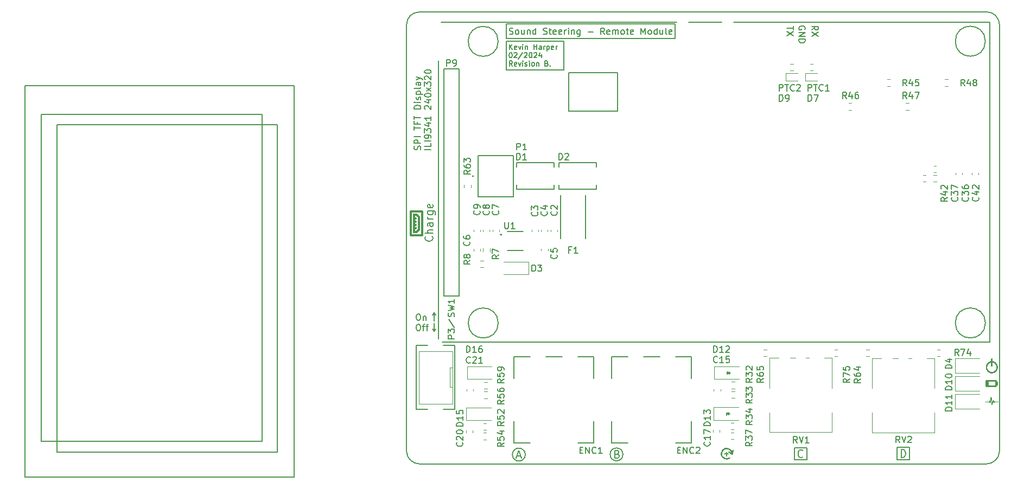
<source format=gbr>
%TF.GenerationSoftware,KiCad,Pcbnew,(6.0.11)*%
%TF.CreationDate,2024-03-19T14:29:21-04:00*%
%TF.ProjectId,Ultrasonic Sound Steering - Remote Rev. B,556c7472-6173-46f6-9e69-6320536f756e,rev?*%
%TF.SameCoordinates,Original*%
%TF.FileFunction,Legend,Top*%
%TF.FilePolarity,Positive*%
%FSLAX46Y46*%
G04 Gerber Fmt 4.6, Leading zero omitted, Abs format (unit mm)*
G04 Created by KiCad (PCBNEW (6.0.11)) date 2024-03-19 14:29:21*
%MOMM*%
%LPD*%
G01*
G04 APERTURE LIST*
%ADD10C,0.150000*%
%ADD11C,0.200000*%
%ADD12C,0.120000*%
%ADD13C,0.152400*%
%ADD14C,0.127000*%
%ADD15C,0.065000*%
%ADD16C,0.100000*%
G04 APERTURE END LIST*
D10*
X150980000Y-105760000D02*
X151240000Y-105940000D01*
X41450000Y-115610000D02*
X83500000Y-115610000D01*
X83500000Y-115610000D02*
X83500000Y-54510000D01*
X83500000Y-54510000D02*
X41450000Y-54510000D01*
X41450000Y-54510000D02*
X41450000Y-115610000D01*
X101000000Y-44994214D02*
X101000000Y-111675000D01*
X103000000Y-113575000D02*
X191512500Y-113575000D01*
X134761249Y-112100000D02*
G75*
G03*
X134761249Y-112100000I-1001249J0D01*
G01*
X177500000Y-111000000D02*
X179500000Y-111000000D01*
X179500000Y-111000000D02*
X179500000Y-112925000D01*
X179500000Y-112925000D02*
X177500000Y-112925000D01*
X177500000Y-112925000D02*
X177500000Y-111000000D01*
D11*
X44020000Y-58990000D02*
X78430000Y-58990000D01*
X78430000Y-58990000D02*
X78430000Y-110090000D01*
X78430000Y-110090000D02*
X44020000Y-110090000D01*
X44020000Y-110090000D02*
X44020000Y-58990000D01*
D10*
X101000030Y-111674998D02*
G75*
G03*
X103000000Y-113575000I1999970J102598D01*
G01*
D11*
X105020000Y-92500000D02*
X105300000Y-92880000D01*
D10*
X151240000Y-105940000D02*
X151240000Y-105580000D01*
X102990000Y-43004192D02*
G75*
G03*
X101000000Y-44998428I-1600J-1988408D01*
G01*
X193504214Y-44990000D02*
X193497500Y-55500000D01*
X125510000Y-47530000D02*
X116550000Y-47530000D01*
X116550000Y-47530000D02*
X116550000Y-52040000D01*
X116550000Y-52040000D02*
X125510000Y-52040000D01*
X125510000Y-52040000D02*
X125510000Y-47530000D01*
D11*
X46420000Y-60630000D02*
X80830000Y-60630000D01*
X80830000Y-60630000D02*
X80830000Y-111730000D01*
X80830000Y-111730000D02*
X46420000Y-111730000D01*
X46420000Y-111730000D02*
X46420000Y-60630000D01*
D10*
X161500000Y-111075000D02*
X163500000Y-111075000D01*
X163500000Y-111075000D02*
X163500000Y-112925000D01*
X163500000Y-112925000D02*
X161500000Y-112925000D01*
X161500000Y-112925000D02*
X161500000Y-111075000D01*
X142860000Y-47170000D02*
X116550000Y-47170000D01*
X116550000Y-47170000D02*
X116550000Y-44900000D01*
X116550000Y-44900000D02*
X142860000Y-44900000D01*
X142860000Y-44900000D02*
X142860000Y-47170000D01*
D11*
X105300000Y-92880000D02*
X105590000Y-92510000D01*
D10*
X193504207Y-44990000D02*
G75*
G03*
X191510000Y-43000000I-1988407J1600D01*
G01*
D11*
X105300000Y-89960000D02*
X105010000Y-90330000D01*
D10*
X133880000Y-52500000D02*
X126270000Y-52500000D01*
X126270000Y-52500000D02*
X126270000Y-58450000D01*
X126270000Y-58450000D02*
X133880000Y-58450000D01*
X133880000Y-58450000D02*
X133880000Y-52500000D01*
D11*
X105580000Y-90340000D02*
X105300000Y-89960000D01*
D10*
X119521249Y-112130000D02*
G75*
G03*
X119521249Y-112130000I-1001249J0D01*
G01*
X151040000Y-99560000D02*
X151040000Y-99160000D01*
X151410000Y-105770000D02*
X151240000Y-105770000D01*
X193497500Y-55500000D02*
X193502500Y-111580786D01*
X150940000Y-105960000D02*
X150940000Y-105560000D01*
D11*
X105300000Y-91630000D02*
X105300000Y-92880000D01*
D10*
X151240000Y-105580000D02*
X150980000Y-105760000D01*
X151080000Y-99360000D02*
X151340000Y-99540000D01*
X191500000Y-43000000D02*
X102990000Y-43004214D01*
X151340000Y-99180000D02*
X151080000Y-99360000D01*
X151340000Y-99540000D02*
X151340000Y-99180000D01*
X191512500Y-113575007D02*
G75*
G03*
X193502500Y-111580786I1600J1988407D01*
G01*
D11*
X105300000Y-91220000D02*
X105300000Y-89960000D01*
D10*
X151510000Y-99370000D02*
X151340000Y-99370000D01*
X102746071Y-90177380D02*
X102936547Y-90177380D01*
X103031785Y-90225000D01*
X103127023Y-90320238D01*
X103174642Y-90510714D01*
X103174642Y-90844047D01*
X103127023Y-91034523D01*
X103031785Y-91129761D01*
X102936547Y-91177380D01*
X102746071Y-91177380D01*
X102650833Y-91129761D01*
X102555595Y-91034523D01*
X102507976Y-90844047D01*
X102507976Y-90510714D01*
X102555595Y-90320238D01*
X102650833Y-90225000D01*
X102746071Y-90177380D01*
X103603214Y-90510714D02*
X103603214Y-91177380D01*
X103603214Y-90605952D02*
X103650833Y-90558333D01*
X103746071Y-90510714D01*
X103888928Y-90510714D01*
X103984166Y-90558333D01*
X104031785Y-90653571D01*
X104031785Y-91177380D01*
X102746071Y-91787380D02*
X102936547Y-91787380D01*
X103031785Y-91835000D01*
X103127023Y-91930238D01*
X103174642Y-92120714D01*
X103174642Y-92454047D01*
X103127023Y-92644523D01*
X103031785Y-92739761D01*
X102936547Y-92787380D01*
X102746071Y-92787380D01*
X102650833Y-92739761D01*
X102555595Y-92644523D01*
X102507976Y-92454047D01*
X102507976Y-92120714D01*
X102555595Y-91930238D01*
X102650833Y-91835000D01*
X102746071Y-91787380D01*
X103460357Y-92120714D02*
X103841309Y-92120714D01*
X103603214Y-92787380D02*
X103603214Y-91930238D01*
X103650833Y-91835000D01*
X103746071Y-91787380D01*
X103841309Y-91787380D01*
X104031785Y-92120714D02*
X104412738Y-92120714D01*
X104174642Y-92787380D02*
X104174642Y-91930238D01*
X104222261Y-91835000D01*
X104317500Y-91787380D01*
X104412738Y-91787380D01*
D11*
X150621517Y-112010543D02*
X151231040Y-112010543D01*
X150926279Y-112315305D02*
X150926279Y-111705781D01*
X162831428Y-112468571D02*
X162774285Y-112525714D01*
X162602857Y-112582857D01*
X162488571Y-112582857D01*
X162317142Y-112525714D01*
X162202857Y-112411428D01*
X162145714Y-112297142D01*
X162088571Y-112068571D01*
X162088571Y-111897142D01*
X162145714Y-111668571D01*
X162202857Y-111554285D01*
X162317142Y-111440000D01*
X162488571Y-111382857D01*
X162602857Y-111382857D01*
X162774285Y-111440000D01*
X162831428Y-111497142D01*
D10*
X117037976Y-48863904D02*
X117037976Y-48063904D01*
X117495119Y-48863904D02*
X117152261Y-48406761D01*
X117495119Y-48063904D02*
X117037976Y-48521047D01*
X118142738Y-48825809D02*
X118066547Y-48863904D01*
X117914166Y-48863904D01*
X117837976Y-48825809D01*
X117799880Y-48749619D01*
X117799880Y-48444857D01*
X117837976Y-48368666D01*
X117914166Y-48330571D01*
X118066547Y-48330571D01*
X118142738Y-48368666D01*
X118180833Y-48444857D01*
X118180833Y-48521047D01*
X117799880Y-48597238D01*
X118447500Y-48330571D02*
X118637976Y-48863904D01*
X118828452Y-48330571D01*
X119133214Y-48863904D02*
X119133214Y-48330571D01*
X119133214Y-48063904D02*
X119095119Y-48102000D01*
X119133214Y-48140095D01*
X119171309Y-48102000D01*
X119133214Y-48063904D01*
X119133214Y-48140095D01*
X119514166Y-48330571D02*
X119514166Y-48863904D01*
X119514166Y-48406761D02*
X119552261Y-48368666D01*
X119628452Y-48330571D01*
X119742738Y-48330571D01*
X119818928Y-48368666D01*
X119857023Y-48444857D01*
X119857023Y-48863904D01*
X120847500Y-48863904D02*
X120847500Y-48063904D01*
X120847500Y-48444857D02*
X121304642Y-48444857D01*
X121304642Y-48863904D02*
X121304642Y-48063904D01*
X122028452Y-48863904D02*
X122028452Y-48444857D01*
X121990357Y-48368666D01*
X121914166Y-48330571D01*
X121761785Y-48330571D01*
X121685595Y-48368666D01*
X122028452Y-48825809D02*
X121952261Y-48863904D01*
X121761785Y-48863904D01*
X121685595Y-48825809D01*
X121647500Y-48749619D01*
X121647500Y-48673428D01*
X121685595Y-48597238D01*
X121761785Y-48559142D01*
X121952261Y-48559142D01*
X122028452Y-48521047D01*
X122409404Y-48863904D02*
X122409404Y-48330571D01*
X122409404Y-48482952D02*
X122447500Y-48406761D01*
X122485595Y-48368666D01*
X122561785Y-48330571D01*
X122637976Y-48330571D01*
X122904642Y-48330571D02*
X122904642Y-49130571D01*
X122904642Y-48368666D02*
X122980833Y-48330571D01*
X123133214Y-48330571D01*
X123209404Y-48368666D01*
X123247500Y-48406761D01*
X123285595Y-48482952D01*
X123285595Y-48711523D01*
X123247500Y-48787714D01*
X123209404Y-48825809D01*
X123133214Y-48863904D01*
X122980833Y-48863904D01*
X122904642Y-48825809D01*
X123933214Y-48825809D02*
X123857023Y-48863904D01*
X123704642Y-48863904D01*
X123628452Y-48825809D01*
X123590357Y-48749619D01*
X123590357Y-48444857D01*
X123628452Y-48368666D01*
X123704642Y-48330571D01*
X123857023Y-48330571D01*
X123933214Y-48368666D01*
X123971309Y-48444857D01*
X123971309Y-48521047D01*
X123590357Y-48597238D01*
X124314166Y-48863904D02*
X124314166Y-48330571D01*
X124314166Y-48482952D02*
X124352261Y-48406761D01*
X124390357Y-48368666D01*
X124466547Y-48330571D01*
X124542738Y-48330571D01*
X117190357Y-49351904D02*
X117266547Y-49351904D01*
X117342738Y-49390000D01*
X117380833Y-49428095D01*
X117418928Y-49504285D01*
X117457023Y-49656666D01*
X117457023Y-49847142D01*
X117418928Y-49999523D01*
X117380833Y-50075714D01*
X117342738Y-50113809D01*
X117266547Y-50151904D01*
X117190357Y-50151904D01*
X117114166Y-50113809D01*
X117076071Y-50075714D01*
X117037976Y-49999523D01*
X116999880Y-49847142D01*
X116999880Y-49656666D01*
X117037976Y-49504285D01*
X117076071Y-49428095D01*
X117114166Y-49390000D01*
X117190357Y-49351904D01*
X117761785Y-49428095D02*
X117799880Y-49390000D01*
X117876071Y-49351904D01*
X118066547Y-49351904D01*
X118142738Y-49390000D01*
X118180833Y-49428095D01*
X118218928Y-49504285D01*
X118218928Y-49580476D01*
X118180833Y-49694761D01*
X117723690Y-50151904D01*
X118218928Y-50151904D01*
X119133214Y-49313809D02*
X118447500Y-50342380D01*
X119361785Y-49428095D02*
X119399880Y-49390000D01*
X119476071Y-49351904D01*
X119666547Y-49351904D01*
X119742738Y-49390000D01*
X119780833Y-49428095D01*
X119818928Y-49504285D01*
X119818928Y-49580476D01*
X119780833Y-49694761D01*
X119323690Y-50151904D01*
X119818928Y-50151904D01*
X120314166Y-49351904D02*
X120390357Y-49351904D01*
X120466547Y-49390000D01*
X120504642Y-49428095D01*
X120542738Y-49504285D01*
X120580833Y-49656666D01*
X120580833Y-49847142D01*
X120542738Y-49999523D01*
X120504642Y-50075714D01*
X120466547Y-50113809D01*
X120390357Y-50151904D01*
X120314166Y-50151904D01*
X120237976Y-50113809D01*
X120199880Y-50075714D01*
X120161785Y-49999523D01*
X120123690Y-49847142D01*
X120123690Y-49656666D01*
X120161785Y-49504285D01*
X120199880Y-49428095D01*
X120237976Y-49390000D01*
X120314166Y-49351904D01*
X120885595Y-49428095D02*
X120923690Y-49390000D01*
X120999880Y-49351904D01*
X121190357Y-49351904D01*
X121266547Y-49390000D01*
X121304642Y-49428095D01*
X121342738Y-49504285D01*
X121342738Y-49580476D01*
X121304642Y-49694761D01*
X120847500Y-50151904D01*
X121342738Y-50151904D01*
X122028452Y-49618571D02*
X122028452Y-50151904D01*
X121837976Y-49313809D02*
X121647500Y-49885238D01*
X122142738Y-49885238D01*
X117495119Y-51439904D02*
X117228452Y-51058952D01*
X117037976Y-51439904D02*
X117037976Y-50639904D01*
X117342738Y-50639904D01*
X117418928Y-50678000D01*
X117457023Y-50716095D01*
X117495119Y-50792285D01*
X117495119Y-50906571D01*
X117457023Y-50982761D01*
X117418928Y-51020857D01*
X117342738Y-51058952D01*
X117037976Y-51058952D01*
X118142738Y-51401809D02*
X118066547Y-51439904D01*
X117914166Y-51439904D01*
X117837976Y-51401809D01*
X117799880Y-51325619D01*
X117799880Y-51020857D01*
X117837976Y-50944666D01*
X117914166Y-50906571D01*
X118066547Y-50906571D01*
X118142738Y-50944666D01*
X118180833Y-51020857D01*
X118180833Y-51097047D01*
X117799880Y-51173238D01*
X118447500Y-50906571D02*
X118637976Y-51439904D01*
X118828452Y-50906571D01*
X119133214Y-51439904D02*
X119133214Y-50906571D01*
X119133214Y-50639904D02*
X119095119Y-50678000D01*
X119133214Y-50716095D01*
X119171309Y-50678000D01*
X119133214Y-50639904D01*
X119133214Y-50716095D01*
X119476071Y-51401809D02*
X119552261Y-51439904D01*
X119704642Y-51439904D01*
X119780833Y-51401809D01*
X119818928Y-51325619D01*
X119818928Y-51287523D01*
X119780833Y-51211333D01*
X119704642Y-51173238D01*
X119590357Y-51173238D01*
X119514166Y-51135142D01*
X119476071Y-51058952D01*
X119476071Y-51020857D01*
X119514166Y-50944666D01*
X119590357Y-50906571D01*
X119704642Y-50906571D01*
X119780833Y-50944666D01*
X120161785Y-51439904D02*
X120161785Y-50906571D01*
X120161785Y-50639904D02*
X120123690Y-50678000D01*
X120161785Y-50716095D01*
X120199880Y-50678000D01*
X120161785Y-50639904D01*
X120161785Y-50716095D01*
X120657023Y-51439904D02*
X120580833Y-51401809D01*
X120542738Y-51363714D01*
X120504642Y-51287523D01*
X120504642Y-51058952D01*
X120542738Y-50982761D01*
X120580833Y-50944666D01*
X120657023Y-50906571D01*
X120771309Y-50906571D01*
X120847500Y-50944666D01*
X120885595Y-50982761D01*
X120923690Y-51058952D01*
X120923690Y-51287523D01*
X120885595Y-51363714D01*
X120847500Y-51401809D01*
X120771309Y-51439904D01*
X120657023Y-51439904D01*
X121266547Y-50906571D02*
X121266547Y-51439904D01*
X121266547Y-50982761D02*
X121304642Y-50944666D01*
X121380833Y-50906571D01*
X121495119Y-50906571D01*
X121571309Y-50944666D01*
X121609404Y-51020857D01*
X121609404Y-51439904D01*
X122866547Y-51020857D02*
X122980833Y-51058952D01*
X123018928Y-51097047D01*
X123057023Y-51173238D01*
X123057023Y-51287523D01*
X123018928Y-51363714D01*
X122980833Y-51401809D01*
X122904642Y-51439904D01*
X122599880Y-51439904D01*
X122599880Y-50639904D01*
X122866547Y-50639904D01*
X122942738Y-50678000D01*
X122980833Y-50716095D01*
X123018928Y-50792285D01*
X123018928Y-50868476D01*
X122980833Y-50944666D01*
X122942738Y-50982761D01*
X122866547Y-51020857D01*
X122599880Y-51020857D01*
X123399880Y-51363714D02*
X123437976Y-51401809D01*
X123399880Y-51439904D01*
X123361785Y-51401809D01*
X123399880Y-51363714D01*
X123399880Y-51439904D01*
D11*
X118234285Y-112310000D02*
X118805714Y-112310000D01*
X118120000Y-112652857D02*
X118520000Y-111452857D01*
X118920000Y-112652857D01*
X178175714Y-112562857D02*
X178175714Y-111362857D01*
X178461428Y-111362857D01*
X178632857Y-111420000D01*
X178747142Y-111534285D01*
X178804285Y-111648571D01*
X178861428Y-111877142D01*
X178861428Y-112048571D01*
X178804285Y-112277142D01*
X178747142Y-112391428D01*
X178632857Y-112505714D01*
X178461428Y-112562857D01*
X178175714Y-112562857D01*
D10*
X107591428Y-90974761D02*
X108448571Y-92260476D01*
X104988571Y-78052857D02*
X105045714Y-78110000D01*
X105102857Y-78281428D01*
X105102857Y-78395714D01*
X105045714Y-78567142D01*
X104931428Y-78681428D01*
X104817142Y-78738571D01*
X104588571Y-78795714D01*
X104417142Y-78795714D01*
X104188571Y-78738571D01*
X104074285Y-78681428D01*
X103960000Y-78567142D01*
X103902857Y-78395714D01*
X103902857Y-78281428D01*
X103960000Y-78110000D01*
X104017142Y-78052857D01*
X105102857Y-77538571D02*
X103902857Y-77538571D01*
X105102857Y-77024285D02*
X104474285Y-77024285D01*
X104360000Y-77081428D01*
X104302857Y-77195714D01*
X104302857Y-77367142D01*
X104360000Y-77481428D01*
X104417142Y-77538571D01*
X105102857Y-75938571D02*
X104474285Y-75938571D01*
X104360000Y-75995714D01*
X104302857Y-76110000D01*
X104302857Y-76338571D01*
X104360000Y-76452857D01*
X105045714Y-75938571D02*
X105102857Y-76052857D01*
X105102857Y-76338571D01*
X105045714Y-76452857D01*
X104931428Y-76510000D01*
X104817142Y-76510000D01*
X104702857Y-76452857D01*
X104645714Y-76338571D01*
X104645714Y-76052857D01*
X104588571Y-75938571D01*
X105102857Y-75367142D02*
X104302857Y-75367142D01*
X104531428Y-75367142D02*
X104417142Y-75310000D01*
X104360000Y-75252857D01*
X104302857Y-75138571D01*
X104302857Y-75024285D01*
X104302857Y-74110000D02*
X105274285Y-74110000D01*
X105388571Y-74167142D01*
X105445714Y-74224285D01*
X105502857Y-74338571D01*
X105502857Y-74510000D01*
X105445714Y-74624285D01*
X105045714Y-74110000D02*
X105102857Y-74224285D01*
X105102857Y-74452857D01*
X105045714Y-74567142D01*
X104988571Y-74624285D01*
X104874285Y-74681428D01*
X104531428Y-74681428D01*
X104417142Y-74624285D01*
X104360000Y-74567142D01*
X104302857Y-74452857D01*
X104302857Y-74224285D01*
X104360000Y-74110000D01*
X105045714Y-73081428D02*
X105102857Y-73195714D01*
X105102857Y-73424285D01*
X105045714Y-73538571D01*
X104931428Y-73595714D01*
X104474285Y-73595714D01*
X104360000Y-73538571D01*
X104302857Y-73424285D01*
X104302857Y-73195714D01*
X104360000Y-73081428D01*
X104474285Y-73024285D01*
X104588571Y-73024285D01*
X104702857Y-73595714D01*
D11*
X117029523Y-46449761D02*
X117172380Y-46497380D01*
X117410476Y-46497380D01*
X117505714Y-46449761D01*
X117553333Y-46402142D01*
X117600952Y-46306904D01*
X117600952Y-46211666D01*
X117553333Y-46116428D01*
X117505714Y-46068809D01*
X117410476Y-46021190D01*
X117220000Y-45973571D01*
X117124761Y-45925952D01*
X117077142Y-45878333D01*
X117029523Y-45783095D01*
X117029523Y-45687857D01*
X117077142Y-45592619D01*
X117124761Y-45545000D01*
X117220000Y-45497380D01*
X117458095Y-45497380D01*
X117600952Y-45545000D01*
X118172380Y-46497380D02*
X118077142Y-46449761D01*
X118029523Y-46402142D01*
X117981904Y-46306904D01*
X117981904Y-46021190D01*
X118029523Y-45925952D01*
X118077142Y-45878333D01*
X118172380Y-45830714D01*
X118315238Y-45830714D01*
X118410476Y-45878333D01*
X118458095Y-45925952D01*
X118505714Y-46021190D01*
X118505714Y-46306904D01*
X118458095Y-46402142D01*
X118410476Y-46449761D01*
X118315238Y-46497380D01*
X118172380Y-46497380D01*
X119362857Y-45830714D02*
X119362857Y-46497380D01*
X118934285Y-45830714D02*
X118934285Y-46354523D01*
X118981904Y-46449761D01*
X119077142Y-46497380D01*
X119220000Y-46497380D01*
X119315238Y-46449761D01*
X119362857Y-46402142D01*
X119839047Y-45830714D02*
X119839047Y-46497380D01*
X119839047Y-45925952D02*
X119886666Y-45878333D01*
X119981904Y-45830714D01*
X120124761Y-45830714D01*
X120219999Y-45878333D01*
X120267619Y-45973571D01*
X120267619Y-46497380D01*
X121172380Y-46497380D02*
X121172380Y-45497380D01*
X121172380Y-46449761D02*
X121077142Y-46497380D01*
X120886666Y-46497380D01*
X120791428Y-46449761D01*
X120743809Y-46402142D01*
X120696190Y-46306904D01*
X120696190Y-46021190D01*
X120743809Y-45925952D01*
X120791428Y-45878333D01*
X120886666Y-45830714D01*
X121077142Y-45830714D01*
X121172380Y-45878333D01*
X122362857Y-46449761D02*
X122505714Y-46497380D01*
X122743809Y-46497380D01*
X122839047Y-46449761D01*
X122886666Y-46402142D01*
X122934285Y-46306904D01*
X122934285Y-46211666D01*
X122886666Y-46116428D01*
X122839047Y-46068809D01*
X122743809Y-46021190D01*
X122553333Y-45973571D01*
X122458095Y-45925952D01*
X122410476Y-45878333D01*
X122362857Y-45783095D01*
X122362857Y-45687857D01*
X122410476Y-45592619D01*
X122458095Y-45545000D01*
X122553333Y-45497380D01*
X122791428Y-45497380D01*
X122934285Y-45545000D01*
X123220000Y-45830714D02*
X123600952Y-45830714D01*
X123362857Y-45497380D02*
X123362857Y-46354523D01*
X123410476Y-46449761D01*
X123505714Y-46497380D01*
X123600952Y-46497380D01*
X124315238Y-46449761D02*
X124219999Y-46497380D01*
X124029523Y-46497380D01*
X123934285Y-46449761D01*
X123886666Y-46354523D01*
X123886666Y-45973571D01*
X123934285Y-45878333D01*
X124029523Y-45830714D01*
X124219999Y-45830714D01*
X124315238Y-45878333D01*
X124362857Y-45973571D01*
X124362857Y-46068809D01*
X123886666Y-46164047D01*
X125172380Y-46449761D02*
X125077142Y-46497380D01*
X124886666Y-46497380D01*
X124791428Y-46449761D01*
X124743809Y-46354523D01*
X124743809Y-45973571D01*
X124791428Y-45878333D01*
X124886666Y-45830714D01*
X125077142Y-45830714D01*
X125172380Y-45878333D01*
X125220000Y-45973571D01*
X125220000Y-46068809D01*
X124743809Y-46164047D01*
X125648571Y-46497380D02*
X125648571Y-45830714D01*
X125648571Y-46021190D02*
X125696190Y-45925952D01*
X125743809Y-45878333D01*
X125839047Y-45830714D01*
X125934285Y-45830714D01*
X126267619Y-46497380D02*
X126267619Y-45830714D01*
X126267619Y-45497380D02*
X126220000Y-45545000D01*
X126267619Y-45592619D01*
X126315238Y-45545000D01*
X126267619Y-45497380D01*
X126267619Y-45592619D01*
X126743809Y-45830714D02*
X126743809Y-46497380D01*
X126743809Y-45925952D02*
X126791428Y-45878333D01*
X126886666Y-45830714D01*
X127029523Y-45830714D01*
X127124761Y-45878333D01*
X127172380Y-45973571D01*
X127172380Y-46497380D01*
X128077142Y-45830714D02*
X128077142Y-46640238D01*
X128029523Y-46735476D01*
X127981904Y-46783095D01*
X127886666Y-46830714D01*
X127743809Y-46830714D01*
X127648571Y-46783095D01*
X128077142Y-46449761D02*
X127981904Y-46497380D01*
X127791428Y-46497380D01*
X127696190Y-46449761D01*
X127648571Y-46402142D01*
X127600952Y-46306904D01*
X127600952Y-46021190D01*
X127648571Y-45925952D01*
X127696190Y-45878333D01*
X127791428Y-45830714D01*
X127981904Y-45830714D01*
X128077142Y-45878333D01*
X129315238Y-46116428D02*
X130077142Y-46116428D01*
X131886666Y-46497380D02*
X131553333Y-46021190D01*
X131315238Y-46497380D02*
X131315238Y-45497380D01*
X131696190Y-45497380D01*
X131791428Y-45545000D01*
X131839047Y-45592619D01*
X131886666Y-45687857D01*
X131886666Y-45830714D01*
X131839047Y-45925952D01*
X131791428Y-45973571D01*
X131696190Y-46021190D01*
X131315238Y-46021190D01*
X132696190Y-46449761D02*
X132600952Y-46497380D01*
X132410476Y-46497380D01*
X132315238Y-46449761D01*
X132267619Y-46354523D01*
X132267619Y-45973571D01*
X132315238Y-45878333D01*
X132410476Y-45830714D01*
X132600952Y-45830714D01*
X132696190Y-45878333D01*
X132743809Y-45973571D01*
X132743809Y-46068809D01*
X132267619Y-46164047D01*
X133172380Y-46497380D02*
X133172380Y-45830714D01*
X133172380Y-45925952D02*
X133219999Y-45878333D01*
X133315238Y-45830714D01*
X133458095Y-45830714D01*
X133553333Y-45878333D01*
X133600952Y-45973571D01*
X133600952Y-46497380D01*
X133600952Y-45973571D02*
X133648571Y-45878333D01*
X133743809Y-45830714D01*
X133886666Y-45830714D01*
X133981904Y-45878333D01*
X134029523Y-45973571D01*
X134029523Y-46497380D01*
X134648571Y-46497380D02*
X134553333Y-46449761D01*
X134505714Y-46402142D01*
X134458095Y-46306904D01*
X134458095Y-46021190D01*
X134505714Y-45925952D01*
X134553333Y-45878333D01*
X134648571Y-45830714D01*
X134791428Y-45830714D01*
X134886666Y-45878333D01*
X134934285Y-45925952D01*
X134981904Y-46021190D01*
X134981904Y-46306904D01*
X134934285Y-46402142D01*
X134886666Y-46449761D01*
X134791428Y-46497380D01*
X134648571Y-46497380D01*
X135267619Y-45830714D02*
X135648571Y-45830714D01*
X135410476Y-45497380D02*
X135410476Y-46354523D01*
X135458095Y-46449761D01*
X135553333Y-46497380D01*
X135648571Y-46497380D01*
X136362857Y-46449761D02*
X136267619Y-46497380D01*
X136077142Y-46497380D01*
X135981904Y-46449761D01*
X135934285Y-46354523D01*
X135934285Y-45973571D01*
X135981904Y-45878333D01*
X136077142Y-45830714D01*
X136267619Y-45830714D01*
X136362857Y-45878333D01*
X136410476Y-45973571D01*
X136410476Y-46068809D01*
X135934285Y-46164047D01*
X137600952Y-46497380D02*
X137600952Y-45497380D01*
X137934285Y-46211666D01*
X138267619Y-45497380D01*
X138267619Y-46497380D01*
X138886666Y-46497380D02*
X138791428Y-46449761D01*
X138743809Y-46402142D01*
X138696190Y-46306904D01*
X138696190Y-46021190D01*
X138743809Y-45925952D01*
X138791428Y-45878333D01*
X138886666Y-45830714D01*
X139029523Y-45830714D01*
X139124761Y-45878333D01*
X139172380Y-45925952D01*
X139220000Y-46021190D01*
X139220000Y-46306904D01*
X139172380Y-46402142D01*
X139124761Y-46449761D01*
X139029523Y-46497380D01*
X138886666Y-46497380D01*
X140077142Y-46497380D02*
X140077142Y-45497380D01*
X140077142Y-46449761D02*
X139981904Y-46497380D01*
X139791428Y-46497380D01*
X139696190Y-46449761D01*
X139648571Y-46402142D01*
X139600952Y-46306904D01*
X139600952Y-46021190D01*
X139648571Y-45925952D01*
X139696190Y-45878333D01*
X139791428Y-45830714D01*
X139981904Y-45830714D01*
X140077142Y-45878333D01*
X140981904Y-45830714D02*
X140981904Y-46497380D01*
X140553333Y-45830714D02*
X140553333Y-46354523D01*
X140600952Y-46449761D01*
X140696190Y-46497380D01*
X140839047Y-46497380D01*
X140934285Y-46449761D01*
X140981904Y-46402142D01*
X141600952Y-46497380D02*
X141505714Y-46449761D01*
X141458095Y-46354523D01*
X141458095Y-45497380D01*
X142362857Y-46449761D02*
X142267619Y-46497380D01*
X142077142Y-46497380D01*
X141981904Y-46449761D01*
X141934285Y-46354523D01*
X141934285Y-45973571D01*
X141981904Y-45878333D01*
X142077142Y-45830714D01*
X142267619Y-45830714D01*
X142362857Y-45878333D01*
X142410476Y-45973571D01*
X142410476Y-46068809D01*
X141934285Y-46164047D01*
D10*
X163170000Y-45739404D02*
X163217619Y-45644166D01*
X163217619Y-45501309D01*
X163170000Y-45358452D01*
X163074761Y-45263214D01*
X162979523Y-45215595D01*
X162789047Y-45167976D01*
X162646190Y-45167976D01*
X162455714Y-45215595D01*
X162360476Y-45263214D01*
X162265238Y-45358452D01*
X162217619Y-45501309D01*
X162217619Y-45596547D01*
X162265238Y-45739404D01*
X162312857Y-45787023D01*
X162646190Y-45787023D01*
X162646190Y-45596547D01*
X162217619Y-46215595D02*
X163217619Y-46215595D01*
X162217619Y-46787023D01*
X163217619Y-46787023D01*
X162217619Y-47263214D02*
X163217619Y-47263214D01*
X163217619Y-47501309D01*
X163170000Y-47644166D01*
X163074761Y-47739404D01*
X162979523Y-47787023D01*
X162789047Y-47834642D01*
X162646190Y-47834642D01*
X162455714Y-47787023D01*
X162360476Y-47739404D01*
X162265238Y-47644166D01*
X162217619Y-47501309D01*
X162217619Y-47263214D01*
D11*
X133855714Y-112044285D02*
X134027142Y-112101428D01*
X134084285Y-112158571D01*
X134141428Y-112272857D01*
X134141428Y-112444285D01*
X134084285Y-112558571D01*
X134027142Y-112615714D01*
X133912857Y-112672857D01*
X133455714Y-112672857D01*
X133455714Y-111472857D01*
X133855714Y-111472857D01*
X133970000Y-111530000D01*
X134027142Y-111587142D01*
X134084285Y-111701428D01*
X134084285Y-111815714D01*
X134027142Y-111930000D01*
X133970000Y-111987142D01*
X133855714Y-112044285D01*
X133455714Y-112044285D01*
D10*
X164217619Y-45813333D02*
X164693809Y-45480000D01*
X164217619Y-45241904D02*
X165217619Y-45241904D01*
X165217619Y-45622857D01*
X165170000Y-45718095D01*
X165122380Y-45765714D01*
X165027142Y-45813333D01*
X164884285Y-45813333D01*
X164789047Y-45765714D01*
X164741428Y-45718095D01*
X164693809Y-45622857D01*
X164693809Y-45241904D01*
X165217619Y-46146666D02*
X164217619Y-46813333D01*
X165217619Y-46813333D02*
X164217619Y-46146666D01*
X161317619Y-45218095D02*
X161317619Y-45789523D01*
X160317619Y-45503809D02*
X161317619Y-45503809D01*
X161317619Y-46027619D02*
X160317619Y-46694285D01*
X161317619Y-46694285D02*
X160317619Y-46027619D01*
X103159761Y-64512023D02*
X103207380Y-64369166D01*
X103207380Y-64131071D01*
X103159761Y-64035833D01*
X103112142Y-63988214D01*
X103016904Y-63940595D01*
X102921666Y-63940595D01*
X102826428Y-63988214D01*
X102778809Y-64035833D01*
X102731190Y-64131071D01*
X102683571Y-64321547D01*
X102635952Y-64416785D01*
X102588333Y-64464404D01*
X102493095Y-64512023D01*
X102397857Y-64512023D01*
X102302619Y-64464404D01*
X102255000Y-64416785D01*
X102207380Y-64321547D01*
X102207380Y-64083452D01*
X102255000Y-63940595D01*
X103207380Y-63512023D02*
X102207380Y-63512023D01*
X102207380Y-63131071D01*
X102255000Y-63035833D01*
X102302619Y-62988214D01*
X102397857Y-62940595D01*
X102540714Y-62940595D01*
X102635952Y-62988214D01*
X102683571Y-63035833D01*
X102731190Y-63131071D01*
X102731190Y-63512023D01*
X103207380Y-62512023D02*
X102207380Y-62512023D01*
X102207380Y-61416785D02*
X102207380Y-60845357D01*
X103207380Y-61131071D02*
X102207380Y-61131071D01*
X102683571Y-60178690D02*
X102683571Y-60512023D01*
X103207380Y-60512023D02*
X102207380Y-60512023D01*
X102207380Y-60035833D01*
X102207380Y-59797738D02*
X102207380Y-59226309D01*
X103207380Y-59512023D02*
X102207380Y-59512023D01*
X103207380Y-58131071D02*
X102207380Y-58131071D01*
X102207380Y-57892976D01*
X102255000Y-57750119D01*
X102350238Y-57654880D01*
X102445476Y-57607261D01*
X102635952Y-57559642D01*
X102778809Y-57559642D01*
X102969285Y-57607261D01*
X103064523Y-57654880D01*
X103159761Y-57750119D01*
X103207380Y-57892976D01*
X103207380Y-58131071D01*
X103207380Y-57131071D02*
X102540714Y-57131071D01*
X102207380Y-57131071D02*
X102255000Y-57178690D01*
X102302619Y-57131071D01*
X102255000Y-57083452D01*
X102207380Y-57131071D01*
X102302619Y-57131071D01*
X103159761Y-56702500D02*
X103207380Y-56607261D01*
X103207380Y-56416785D01*
X103159761Y-56321547D01*
X103064523Y-56273928D01*
X103016904Y-56273928D01*
X102921666Y-56321547D01*
X102874047Y-56416785D01*
X102874047Y-56559642D01*
X102826428Y-56654880D01*
X102731190Y-56702500D01*
X102683571Y-56702500D01*
X102588333Y-56654880D01*
X102540714Y-56559642D01*
X102540714Y-56416785D01*
X102588333Y-56321547D01*
X102540714Y-55845357D02*
X103540714Y-55845357D01*
X102588333Y-55845357D02*
X102540714Y-55750119D01*
X102540714Y-55559642D01*
X102588333Y-55464404D01*
X102635952Y-55416785D01*
X102731190Y-55369166D01*
X103016904Y-55369166D01*
X103112142Y-55416785D01*
X103159761Y-55464404D01*
X103207380Y-55559642D01*
X103207380Y-55750119D01*
X103159761Y-55845357D01*
X103207380Y-54797738D02*
X103159761Y-54892976D01*
X103064523Y-54940595D01*
X102207380Y-54940595D01*
X103207380Y-53988214D02*
X102683571Y-53988214D01*
X102588333Y-54035833D01*
X102540714Y-54131071D01*
X102540714Y-54321547D01*
X102588333Y-54416785D01*
X103159761Y-53988214D02*
X103207380Y-54083452D01*
X103207380Y-54321547D01*
X103159761Y-54416785D01*
X103064523Y-54464404D01*
X102969285Y-54464404D01*
X102874047Y-54416785D01*
X102826428Y-54321547D01*
X102826428Y-54083452D01*
X102778809Y-53988214D01*
X102540714Y-53607261D02*
X103207380Y-53369166D01*
X102540714Y-53131071D02*
X103207380Y-53369166D01*
X103445476Y-53464404D01*
X103493095Y-53512023D01*
X103540714Y-53607261D01*
X104817380Y-64464404D02*
X103817380Y-64464404D01*
X104817380Y-63512023D02*
X104817380Y-63988214D01*
X103817380Y-63988214D01*
X104817380Y-63178690D02*
X103817380Y-63178690D01*
X104817380Y-62654880D02*
X104817380Y-62464404D01*
X104769761Y-62369166D01*
X104722142Y-62321547D01*
X104579285Y-62226309D01*
X104388809Y-62178690D01*
X104007857Y-62178690D01*
X103912619Y-62226309D01*
X103865000Y-62273928D01*
X103817380Y-62369166D01*
X103817380Y-62559642D01*
X103865000Y-62654880D01*
X103912619Y-62702500D01*
X104007857Y-62750119D01*
X104245952Y-62750119D01*
X104341190Y-62702500D01*
X104388809Y-62654880D01*
X104436428Y-62559642D01*
X104436428Y-62369166D01*
X104388809Y-62273928D01*
X104341190Y-62226309D01*
X104245952Y-62178690D01*
X103817380Y-61845357D02*
X103817380Y-61226309D01*
X104198333Y-61559642D01*
X104198333Y-61416785D01*
X104245952Y-61321547D01*
X104293571Y-61273928D01*
X104388809Y-61226309D01*
X104626904Y-61226309D01*
X104722142Y-61273928D01*
X104769761Y-61321547D01*
X104817380Y-61416785D01*
X104817380Y-61702500D01*
X104769761Y-61797738D01*
X104722142Y-61845357D01*
X104150714Y-60369166D02*
X104817380Y-60369166D01*
X103769761Y-60607261D02*
X104484047Y-60845357D01*
X104484047Y-60226309D01*
X104817380Y-59321547D02*
X104817380Y-59892976D01*
X104817380Y-59607261D02*
X103817380Y-59607261D01*
X103960238Y-59702500D01*
X104055476Y-59797738D01*
X104103095Y-59892976D01*
X103912619Y-58178690D02*
X103865000Y-58131071D01*
X103817380Y-58035833D01*
X103817380Y-57797738D01*
X103865000Y-57702500D01*
X103912619Y-57654880D01*
X104007857Y-57607261D01*
X104103095Y-57607261D01*
X104245952Y-57654880D01*
X104817380Y-58226309D01*
X104817380Y-57607261D01*
X104150714Y-56750119D02*
X104817380Y-56750119D01*
X103769761Y-56988214D02*
X104484047Y-57226309D01*
X104484047Y-56607261D01*
X103817380Y-56035833D02*
X103817380Y-55940595D01*
X103865000Y-55845357D01*
X103912619Y-55797738D01*
X104007857Y-55750119D01*
X104198333Y-55702500D01*
X104436428Y-55702500D01*
X104626904Y-55750119D01*
X104722142Y-55797738D01*
X104769761Y-55845357D01*
X104817380Y-55940595D01*
X104817380Y-56035833D01*
X104769761Y-56131071D01*
X104722142Y-56178690D01*
X104626904Y-56226309D01*
X104436428Y-56273928D01*
X104198333Y-56273928D01*
X104007857Y-56226309D01*
X103912619Y-56178690D01*
X103865000Y-56131071D01*
X103817380Y-56035833D01*
X104817380Y-55369166D02*
X104150714Y-54845357D01*
X104150714Y-55369166D02*
X104817380Y-54845357D01*
X103817380Y-54559642D02*
X103817380Y-53940595D01*
X104198333Y-54273928D01*
X104198333Y-54131071D01*
X104245952Y-54035833D01*
X104293571Y-53988214D01*
X104388809Y-53940595D01*
X104626904Y-53940595D01*
X104722142Y-53988214D01*
X104769761Y-54035833D01*
X104817380Y-54131071D01*
X104817380Y-54416785D01*
X104769761Y-54512023D01*
X104722142Y-54559642D01*
X103912619Y-53559642D02*
X103865000Y-53512023D01*
X103817380Y-53416785D01*
X103817380Y-53178690D01*
X103865000Y-53083452D01*
X103912619Y-53035833D01*
X104007857Y-52988214D01*
X104103095Y-52988214D01*
X104245952Y-53035833D01*
X104817380Y-53607261D01*
X104817380Y-52988214D01*
X103817380Y-52369166D02*
X103817380Y-52273928D01*
X103865000Y-52178690D01*
X103912619Y-52131071D01*
X104007857Y-52083452D01*
X104198333Y-52035833D01*
X104436428Y-52035833D01*
X104626904Y-52083452D01*
X104722142Y-52131071D01*
X104769761Y-52178690D01*
X104817380Y-52273928D01*
X104817380Y-52369166D01*
X104769761Y-52464404D01*
X104722142Y-52512023D01*
X104626904Y-52559642D01*
X104436428Y-52607261D01*
X104198333Y-52607261D01*
X104007857Y-52559642D01*
X103912619Y-52512023D01*
X103865000Y-52464404D01*
X103817380Y-52369166D01*
%TO.C,P3*%
X108472380Y-94018095D02*
X107472380Y-94018095D01*
X107472380Y-93637142D01*
X107520000Y-93541904D01*
X107567619Y-93494285D01*
X107662857Y-93446666D01*
X107805714Y-93446666D01*
X107900952Y-93494285D01*
X107948571Y-93541904D01*
X107996190Y-93637142D01*
X107996190Y-94018095D01*
X107472380Y-93113333D02*
X107472380Y-92494285D01*
X107853333Y-92827619D01*
X107853333Y-92684761D01*
X107900952Y-92589523D01*
X107948571Y-92541904D01*
X108043809Y-92494285D01*
X108281904Y-92494285D01*
X108377142Y-92541904D01*
X108424761Y-92589523D01*
X108472380Y-92684761D01*
X108472380Y-92970476D01*
X108424761Y-93065714D01*
X108377142Y-93113333D01*
%TO.C,C3*%
X121402112Y-74240628D02*
X121449731Y-74288247D01*
X121497350Y-74431104D01*
X121497350Y-74526342D01*
X121449731Y-74669200D01*
X121354493Y-74764438D01*
X121259255Y-74812057D01*
X121068779Y-74859676D01*
X120925922Y-74859676D01*
X120735446Y-74812057D01*
X120640208Y-74764438D01*
X120544970Y-74669200D01*
X120497350Y-74526342D01*
X120497350Y-74431104D01*
X120544970Y-74288247D01*
X120592589Y-74240628D01*
X120497350Y-73907295D02*
X120497350Y-73288247D01*
X120878303Y-73621581D01*
X120878303Y-73478723D01*
X120925922Y-73383485D01*
X120973541Y-73335866D01*
X121068779Y-73288247D01*
X121306874Y-73288247D01*
X121402112Y-73335866D01*
X121449731Y-73383485D01*
X121497350Y-73478723D01*
X121497350Y-73764438D01*
X121449731Y-73859676D01*
X121402112Y-73907295D01*
%TO.C,C21*%
X110947142Y-97747142D02*
X110899523Y-97794761D01*
X110756666Y-97842380D01*
X110661428Y-97842380D01*
X110518571Y-97794761D01*
X110423333Y-97699523D01*
X110375714Y-97604285D01*
X110328095Y-97413809D01*
X110328095Y-97270952D01*
X110375714Y-97080476D01*
X110423333Y-96985238D01*
X110518571Y-96890000D01*
X110661428Y-96842380D01*
X110756666Y-96842380D01*
X110899523Y-96890000D01*
X110947142Y-96937619D01*
X111328095Y-96937619D02*
X111375714Y-96890000D01*
X111470952Y-96842380D01*
X111709047Y-96842380D01*
X111804285Y-96890000D01*
X111851904Y-96937619D01*
X111899523Y-97032857D01*
X111899523Y-97128095D01*
X111851904Y-97270952D01*
X111280476Y-97842380D01*
X111899523Y-97842380D01*
X112851904Y-97842380D02*
X112280476Y-97842380D01*
X112566190Y-97842380D02*
X112566190Y-96842380D01*
X112470952Y-96985238D01*
X112375714Y-97080476D01*
X112280476Y-97128095D01*
%TO.C,R64*%
X171832380Y-100302857D02*
X171356190Y-100636190D01*
X171832380Y-100874285D02*
X170832380Y-100874285D01*
X170832380Y-100493333D01*
X170880000Y-100398095D01*
X170927619Y-100350476D01*
X171022857Y-100302857D01*
X171165714Y-100302857D01*
X171260952Y-100350476D01*
X171308571Y-100398095D01*
X171356190Y-100493333D01*
X171356190Y-100874285D01*
X170832380Y-99445714D02*
X170832380Y-99636190D01*
X170880000Y-99731428D01*
X170927619Y-99779047D01*
X171070476Y-99874285D01*
X171260952Y-99921904D01*
X171641904Y-99921904D01*
X171737142Y-99874285D01*
X171784761Y-99826666D01*
X171832380Y-99731428D01*
X171832380Y-99540952D01*
X171784761Y-99445714D01*
X171737142Y-99398095D01*
X171641904Y-99350476D01*
X171403809Y-99350476D01*
X171308571Y-99398095D01*
X171260952Y-99445714D01*
X171213333Y-99540952D01*
X171213333Y-99731428D01*
X171260952Y-99826666D01*
X171308571Y-99874285D01*
X171403809Y-99921904D01*
X171165714Y-98493333D02*
X171832380Y-98493333D01*
X170784761Y-98731428D02*
X171499047Y-98969523D01*
X171499047Y-98350476D01*
%TO.C,D2*%
X124761904Y-66072380D02*
X124761904Y-65072380D01*
X125000000Y-65072380D01*
X125142857Y-65120000D01*
X125238095Y-65215238D01*
X125285714Y-65310476D01*
X125333333Y-65500952D01*
X125333333Y-65643809D01*
X125285714Y-65834285D01*
X125238095Y-65929523D01*
X125142857Y-66024761D01*
X125000000Y-66072380D01*
X124761904Y-66072380D01*
X125714285Y-65167619D02*
X125761904Y-65120000D01*
X125857142Y-65072380D01*
X126095238Y-65072380D01*
X126190476Y-65120000D01*
X126238095Y-65167619D01*
X126285714Y-65262857D01*
X126285714Y-65358095D01*
X126238095Y-65500952D01*
X125666666Y-66072380D01*
X126285714Y-66072380D01*
%TO.C,C17*%
X148297142Y-110162857D02*
X148344761Y-110210476D01*
X148392380Y-110353333D01*
X148392380Y-110448571D01*
X148344761Y-110591428D01*
X148249523Y-110686666D01*
X148154285Y-110734285D01*
X147963809Y-110781904D01*
X147820952Y-110781904D01*
X147630476Y-110734285D01*
X147535238Y-110686666D01*
X147440000Y-110591428D01*
X147392380Y-110448571D01*
X147392380Y-110353333D01*
X147440000Y-110210476D01*
X147487619Y-110162857D01*
X148392380Y-109210476D02*
X148392380Y-109781904D01*
X148392380Y-109496190D02*
X147392380Y-109496190D01*
X147535238Y-109591428D01*
X147630476Y-109686666D01*
X147678095Y-109781904D01*
X147392380Y-108877142D02*
X147392380Y-108210476D01*
X148392380Y-108639047D01*
%TO.C,R54*%
X116202380Y-110282857D02*
X115726190Y-110616190D01*
X116202380Y-110854285D02*
X115202380Y-110854285D01*
X115202380Y-110473333D01*
X115250000Y-110378095D01*
X115297619Y-110330476D01*
X115392857Y-110282857D01*
X115535714Y-110282857D01*
X115630952Y-110330476D01*
X115678571Y-110378095D01*
X115726190Y-110473333D01*
X115726190Y-110854285D01*
X115202380Y-109378095D02*
X115202380Y-109854285D01*
X115678571Y-109901904D01*
X115630952Y-109854285D01*
X115583333Y-109759047D01*
X115583333Y-109520952D01*
X115630952Y-109425714D01*
X115678571Y-109378095D01*
X115773809Y-109330476D01*
X116011904Y-109330476D01*
X116107142Y-109378095D01*
X116154761Y-109425714D01*
X116202380Y-109520952D01*
X116202380Y-109759047D01*
X116154761Y-109854285D01*
X116107142Y-109901904D01*
X115535714Y-108473333D02*
X116202380Y-108473333D01*
X115154761Y-108711428D02*
X115869047Y-108949523D01*
X115869047Y-108330476D01*
%TO.C,D7*%
X163651904Y-56932380D02*
X163651904Y-55932380D01*
X163890000Y-55932380D01*
X164032857Y-55980000D01*
X164128095Y-56075238D01*
X164175714Y-56170476D01*
X164223333Y-56360952D01*
X164223333Y-56503809D01*
X164175714Y-56694285D01*
X164128095Y-56789523D01*
X164032857Y-56884761D01*
X163890000Y-56932380D01*
X163651904Y-56932380D01*
X164556666Y-55932380D02*
X165223333Y-55932380D01*
X164794761Y-56932380D01*
%TO.C,R33*%
X154952380Y-103512857D02*
X154476190Y-103846190D01*
X154952380Y-104084285D02*
X153952380Y-104084285D01*
X153952380Y-103703333D01*
X154000000Y-103608095D01*
X154047619Y-103560476D01*
X154142857Y-103512857D01*
X154285714Y-103512857D01*
X154380952Y-103560476D01*
X154428571Y-103608095D01*
X154476190Y-103703333D01*
X154476190Y-104084285D01*
X153952380Y-103179523D02*
X153952380Y-102560476D01*
X154333333Y-102893809D01*
X154333333Y-102750952D01*
X154380952Y-102655714D01*
X154428571Y-102608095D01*
X154523809Y-102560476D01*
X154761904Y-102560476D01*
X154857142Y-102608095D01*
X154904761Y-102655714D01*
X154952380Y-102750952D01*
X154952380Y-103036666D01*
X154904761Y-103131904D01*
X154857142Y-103179523D01*
X153952380Y-102227142D02*
X153952380Y-101608095D01*
X154333333Y-101941428D01*
X154333333Y-101798571D01*
X154380952Y-101703333D01*
X154428571Y-101655714D01*
X154523809Y-101608095D01*
X154761904Y-101608095D01*
X154857142Y-101655714D01*
X154904761Y-101703333D01*
X154952380Y-101798571D01*
X154952380Y-102084285D01*
X154904761Y-102179523D01*
X154857142Y-102227142D01*
%TO.C,ENC1*%
X128035714Y-111428571D02*
X128369047Y-111428571D01*
X128511904Y-111952380D02*
X128035714Y-111952380D01*
X128035714Y-110952380D01*
X128511904Y-110952380D01*
X128940476Y-111952380D02*
X128940476Y-110952380D01*
X129511904Y-111952380D01*
X129511904Y-110952380D01*
X130559523Y-111857142D02*
X130511904Y-111904761D01*
X130369047Y-111952380D01*
X130273809Y-111952380D01*
X130130952Y-111904761D01*
X130035714Y-111809523D01*
X129988095Y-111714285D01*
X129940476Y-111523809D01*
X129940476Y-111380952D01*
X129988095Y-111190476D01*
X130035714Y-111095238D01*
X130130952Y-111000000D01*
X130273809Y-110952380D01*
X130369047Y-110952380D01*
X130511904Y-111000000D01*
X130559523Y-111047619D01*
X131511904Y-111952380D02*
X130940476Y-111952380D01*
X131226190Y-111952380D02*
X131226190Y-110952380D01*
X131130952Y-111095238D01*
X131035714Y-111190476D01*
X130940476Y-111238095D01*
%TO.C,R45*%
X179027142Y-54542380D02*
X178693809Y-54066190D01*
X178455714Y-54542380D02*
X178455714Y-53542380D01*
X178836666Y-53542380D01*
X178931904Y-53590000D01*
X178979523Y-53637619D01*
X179027142Y-53732857D01*
X179027142Y-53875714D01*
X178979523Y-53970952D01*
X178931904Y-54018571D01*
X178836666Y-54066190D01*
X178455714Y-54066190D01*
X179884285Y-53875714D02*
X179884285Y-54542380D01*
X179646190Y-53494761D02*
X179408095Y-54209047D01*
X180027142Y-54209047D01*
X180884285Y-53542380D02*
X180408095Y-53542380D01*
X180360476Y-54018571D01*
X180408095Y-53970952D01*
X180503333Y-53923333D01*
X180741428Y-53923333D01*
X180836666Y-53970952D01*
X180884285Y-54018571D01*
X180931904Y-54113809D01*
X180931904Y-54351904D01*
X180884285Y-54447142D01*
X180836666Y-54494761D01*
X180741428Y-54542380D01*
X180503333Y-54542380D01*
X180408095Y-54494761D01*
X180360476Y-54447142D01*
%TO.C,C42*%
X190187142Y-71932857D02*
X190234761Y-71980476D01*
X190282380Y-72123333D01*
X190282380Y-72218571D01*
X190234761Y-72361428D01*
X190139523Y-72456666D01*
X190044285Y-72504285D01*
X189853809Y-72551904D01*
X189710952Y-72551904D01*
X189520476Y-72504285D01*
X189425238Y-72456666D01*
X189330000Y-72361428D01*
X189282380Y-72218571D01*
X189282380Y-72123333D01*
X189330000Y-71980476D01*
X189377619Y-71932857D01*
X189615714Y-71075714D02*
X190282380Y-71075714D01*
X189234761Y-71313809D02*
X189949047Y-71551904D01*
X189949047Y-70932857D01*
X189377619Y-70599523D02*
X189330000Y-70551904D01*
X189282380Y-70456666D01*
X189282380Y-70218571D01*
X189330000Y-70123333D01*
X189377619Y-70075714D01*
X189472857Y-70028095D01*
X189568095Y-70028095D01*
X189710952Y-70075714D01*
X190282380Y-70647142D01*
X190282380Y-70028095D01*
%TO.C,ENC2*%
X143285714Y-111428571D02*
X143619047Y-111428571D01*
X143761904Y-111952380D02*
X143285714Y-111952380D01*
X143285714Y-110952380D01*
X143761904Y-110952380D01*
X144190476Y-111952380D02*
X144190476Y-110952380D01*
X144761904Y-111952380D01*
X144761904Y-110952380D01*
X145809523Y-111857142D02*
X145761904Y-111904761D01*
X145619047Y-111952380D01*
X145523809Y-111952380D01*
X145380952Y-111904761D01*
X145285714Y-111809523D01*
X145238095Y-111714285D01*
X145190476Y-111523809D01*
X145190476Y-111380952D01*
X145238095Y-111190476D01*
X145285714Y-111095238D01*
X145380952Y-111000000D01*
X145523809Y-110952380D01*
X145619047Y-110952380D01*
X145761904Y-111000000D01*
X145809523Y-111047619D01*
X146190476Y-111047619D02*
X146238095Y-111000000D01*
X146333333Y-110952380D01*
X146571428Y-110952380D01*
X146666666Y-111000000D01*
X146714285Y-111047619D01*
X146761904Y-111142857D01*
X146761904Y-111238095D01*
X146714285Y-111380952D01*
X146142857Y-111952380D01*
X146761904Y-111952380D01*
%TO.C,R74*%
X187137142Y-96662380D02*
X186803809Y-96186190D01*
X186565714Y-96662380D02*
X186565714Y-95662380D01*
X186946666Y-95662380D01*
X187041904Y-95710000D01*
X187089523Y-95757619D01*
X187137142Y-95852857D01*
X187137142Y-95995714D01*
X187089523Y-96090952D01*
X187041904Y-96138571D01*
X186946666Y-96186190D01*
X186565714Y-96186190D01*
X187470476Y-95662380D02*
X188137142Y-95662380D01*
X187708571Y-96662380D01*
X188946666Y-95995714D02*
X188946666Y-96662380D01*
X188708571Y-95614761D02*
X188470476Y-96329047D01*
X189089523Y-96329047D01*
%TO.C,F1*%
X126666666Y-80158571D02*
X126333333Y-80158571D01*
X126333333Y-80682380D02*
X126333333Y-79682380D01*
X126809523Y-79682380D01*
X127714285Y-80682380D02*
X127142857Y-80682380D01*
X127428571Y-80682380D02*
X127428571Y-79682380D01*
X127333333Y-79825238D01*
X127238095Y-79920476D01*
X127142857Y-79968095D01*
%TO.C,R47*%
X179037142Y-56522380D02*
X178703809Y-56046190D01*
X178465714Y-56522380D02*
X178465714Y-55522380D01*
X178846666Y-55522380D01*
X178941904Y-55570000D01*
X178989523Y-55617619D01*
X179037142Y-55712857D01*
X179037142Y-55855714D01*
X178989523Y-55950952D01*
X178941904Y-55998571D01*
X178846666Y-56046190D01*
X178465714Y-56046190D01*
X179894285Y-55855714D02*
X179894285Y-56522380D01*
X179656190Y-55474761D02*
X179418095Y-56189047D01*
X180037142Y-56189047D01*
X180322857Y-55522380D02*
X180989523Y-55522380D01*
X180560952Y-56522380D01*
%TO.C,SW1*%
X108424761Y-90573333D02*
X108472380Y-90430476D01*
X108472380Y-90192380D01*
X108424761Y-90097142D01*
X108377142Y-90049523D01*
X108281904Y-90001904D01*
X108186666Y-90001904D01*
X108091428Y-90049523D01*
X108043809Y-90097142D01*
X107996190Y-90192380D01*
X107948571Y-90382857D01*
X107900952Y-90478095D01*
X107853333Y-90525714D01*
X107758095Y-90573333D01*
X107662857Y-90573333D01*
X107567619Y-90525714D01*
X107520000Y-90478095D01*
X107472380Y-90382857D01*
X107472380Y-90144761D01*
X107520000Y-90001904D01*
X107472380Y-89668571D02*
X108472380Y-89430476D01*
X107758095Y-89240000D01*
X108472380Y-89049523D01*
X107472380Y-88811428D01*
X108472380Y-87906666D02*
X108472380Y-88478095D01*
X108472380Y-88192380D02*
X107472380Y-88192380D01*
X107615238Y-88287619D01*
X107710476Y-88382857D01*
X107758095Y-88478095D01*
%TO.C,R46*%
X169637142Y-56522380D02*
X169303809Y-56046190D01*
X169065714Y-56522380D02*
X169065714Y-55522380D01*
X169446666Y-55522380D01*
X169541904Y-55570000D01*
X169589523Y-55617619D01*
X169637142Y-55712857D01*
X169637142Y-55855714D01*
X169589523Y-55950952D01*
X169541904Y-55998571D01*
X169446666Y-56046190D01*
X169065714Y-56046190D01*
X170494285Y-55855714D02*
X170494285Y-56522380D01*
X170256190Y-55474761D02*
X170018095Y-56189047D01*
X170637142Y-56189047D01*
X171446666Y-55522380D02*
X171256190Y-55522380D01*
X171160952Y-55570000D01*
X171113333Y-55617619D01*
X171018095Y-55760476D01*
X170970476Y-55950952D01*
X170970476Y-56331904D01*
X171018095Y-56427142D01*
X171065714Y-56474761D01*
X171160952Y-56522380D01*
X171351428Y-56522380D01*
X171446666Y-56474761D01*
X171494285Y-56427142D01*
X171541904Y-56331904D01*
X171541904Y-56093809D01*
X171494285Y-55998571D01*
X171446666Y-55950952D01*
X171351428Y-55903333D01*
X171160952Y-55903333D01*
X171065714Y-55950952D01*
X171018095Y-55998571D01*
X170970476Y-56093809D01*
%TO.C,C8*%
X113827142Y-74056666D02*
X113874761Y-74104285D01*
X113922380Y-74247142D01*
X113922380Y-74342380D01*
X113874761Y-74485238D01*
X113779523Y-74580476D01*
X113684285Y-74628095D01*
X113493809Y-74675714D01*
X113350952Y-74675714D01*
X113160476Y-74628095D01*
X113065238Y-74580476D01*
X112970000Y-74485238D01*
X112922380Y-74342380D01*
X112922380Y-74247142D01*
X112970000Y-74104285D01*
X113017619Y-74056666D01*
X113350952Y-73485238D02*
X113303333Y-73580476D01*
X113255714Y-73628095D01*
X113160476Y-73675714D01*
X113112857Y-73675714D01*
X113017619Y-73628095D01*
X112970000Y-73580476D01*
X112922380Y-73485238D01*
X112922380Y-73294761D01*
X112970000Y-73199523D01*
X113017619Y-73151904D01*
X113112857Y-73104285D01*
X113160476Y-73104285D01*
X113255714Y-73151904D01*
X113303333Y-73199523D01*
X113350952Y-73294761D01*
X113350952Y-73485238D01*
X113398571Y-73580476D01*
X113446190Y-73628095D01*
X113541428Y-73675714D01*
X113731904Y-73675714D01*
X113827142Y-73628095D01*
X113874761Y-73580476D01*
X113922380Y-73485238D01*
X113922380Y-73294761D01*
X113874761Y-73199523D01*
X113827142Y-73151904D01*
X113731904Y-73104285D01*
X113541428Y-73104285D01*
X113446190Y-73151904D01*
X113398571Y-73199523D01*
X113350952Y-73294761D01*
%TO.C,D9*%
X159161904Y-56932380D02*
X159161904Y-55932380D01*
X159400000Y-55932380D01*
X159542857Y-55980000D01*
X159638095Y-56075238D01*
X159685714Y-56170476D01*
X159733333Y-56360952D01*
X159733333Y-56503809D01*
X159685714Y-56694285D01*
X159638095Y-56789523D01*
X159542857Y-56884761D01*
X159400000Y-56932380D01*
X159161904Y-56932380D01*
X160209523Y-56932380D02*
X160400000Y-56932380D01*
X160495238Y-56884761D01*
X160542857Y-56837142D01*
X160638095Y-56694285D01*
X160685714Y-56503809D01*
X160685714Y-56122857D01*
X160638095Y-56027619D01*
X160590476Y-55980000D01*
X160495238Y-55932380D01*
X160304761Y-55932380D01*
X160209523Y-55980000D01*
X160161904Y-56027619D01*
X160114285Y-56122857D01*
X160114285Y-56360952D01*
X160161904Y-56456190D01*
X160209523Y-56503809D01*
X160304761Y-56551428D01*
X160495238Y-56551428D01*
X160590476Y-56503809D01*
X160638095Y-56456190D01*
X160685714Y-56360952D01*
%TO.C,R34*%
X154952380Y-106862857D02*
X154476190Y-107196190D01*
X154952380Y-107434285D02*
X153952380Y-107434285D01*
X153952380Y-107053333D01*
X154000000Y-106958095D01*
X154047619Y-106910476D01*
X154142857Y-106862857D01*
X154285714Y-106862857D01*
X154380952Y-106910476D01*
X154428571Y-106958095D01*
X154476190Y-107053333D01*
X154476190Y-107434285D01*
X153952380Y-106529523D02*
X153952380Y-105910476D01*
X154333333Y-106243809D01*
X154333333Y-106100952D01*
X154380952Y-106005714D01*
X154428571Y-105958095D01*
X154523809Y-105910476D01*
X154761904Y-105910476D01*
X154857142Y-105958095D01*
X154904761Y-106005714D01*
X154952380Y-106100952D01*
X154952380Y-106386666D01*
X154904761Y-106481904D01*
X154857142Y-106529523D01*
X154285714Y-105053333D02*
X154952380Y-105053333D01*
X153904761Y-105291428D02*
X154619047Y-105529523D01*
X154619047Y-104910476D01*
%TO.C,D16*%
X110345714Y-96162380D02*
X110345714Y-95162380D01*
X110583809Y-95162380D01*
X110726666Y-95210000D01*
X110821904Y-95305238D01*
X110869523Y-95400476D01*
X110917142Y-95590952D01*
X110917142Y-95733809D01*
X110869523Y-95924285D01*
X110821904Y-96019523D01*
X110726666Y-96114761D01*
X110583809Y-96162380D01*
X110345714Y-96162380D01*
X111869523Y-96162380D02*
X111298095Y-96162380D01*
X111583809Y-96162380D02*
X111583809Y-95162380D01*
X111488571Y-95305238D01*
X111393333Y-95400476D01*
X111298095Y-95448095D01*
X112726666Y-95162380D02*
X112536190Y-95162380D01*
X112440952Y-95210000D01*
X112393333Y-95257619D01*
X112298095Y-95400476D01*
X112250476Y-95590952D01*
X112250476Y-95971904D01*
X112298095Y-96067142D01*
X112345714Y-96114761D01*
X112440952Y-96162380D01*
X112631428Y-96162380D01*
X112726666Y-96114761D01*
X112774285Y-96067142D01*
X112821904Y-95971904D01*
X112821904Y-95733809D01*
X112774285Y-95638571D01*
X112726666Y-95590952D01*
X112631428Y-95543333D01*
X112440952Y-95543333D01*
X112345714Y-95590952D01*
X112298095Y-95638571D01*
X112250476Y-95733809D01*
%TO.C,R48*%
X188067142Y-54542380D02*
X187733809Y-54066190D01*
X187495714Y-54542380D02*
X187495714Y-53542380D01*
X187876666Y-53542380D01*
X187971904Y-53590000D01*
X188019523Y-53637619D01*
X188067142Y-53732857D01*
X188067142Y-53875714D01*
X188019523Y-53970952D01*
X187971904Y-54018571D01*
X187876666Y-54066190D01*
X187495714Y-54066190D01*
X188924285Y-53875714D02*
X188924285Y-54542380D01*
X188686190Y-53494761D02*
X188448095Y-54209047D01*
X189067142Y-54209047D01*
X189590952Y-53970952D02*
X189495714Y-53923333D01*
X189448095Y-53875714D01*
X189400476Y-53780476D01*
X189400476Y-53732857D01*
X189448095Y-53637619D01*
X189495714Y-53590000D01*
X189590952Y-53542380D01*
X189781428Y-53542380D01*
X189876666Y-53590000D01*
X189924285Y-53637619D01*
X189971904Y-53732857D01*
X189971904Y-53780476D01*
X189924285Y-53875714D01*
X189876666Y-53923333D01*
X189781428Y-53970952D01*
X189590952Y-53970952D01*
X189495714Y-54018571D01*
X189448095Y-54066190D01*
X189400476Y-54161428D01*
X189400476Y-54351904D01*
X189448095Y-54447142D01*
X189495714Y-54494761D01*
X189590952Y-54542380D01*
X189781428Y-54542380D01*
X189876666Y-54494761D01*
X189924285Y-54447142D01*
X189971904Y-54351904D01*
X189971904Y-54161428D01*
X189924285Y-54066190D01*
X189876666Y-54018571D01*
X189781428Y-53970952D01*
%TO.C,P1*%
X118211904Y-64542380D02*
X118211904Y-63542380D01*
X118592857Y-63542380D01*
X118688095Y-63590000D01*
X118735714Y-63637619D01*
X118783333Y-63732857D01*
X118783333Y-63875714D01*
X118735714Y-63970952D01*
X118688095Y-64018571D01*
X118592857Y-64066190D01*
X118211904Y-64066190D01*
X119735714Y-64542380D02*
X119164285Y-64542380D01*
X119450000Y-64542380D02*
X119450000Y-63542380D01*
X119354761Y-63685238D01*
X119259523Y-63780476D01*
X119164285Y-63828095D01*
%TO.C,R63*%
X110955743Y-67736220D02*
X110479553Y-68069553D01*
X110955743Y-68307648D02*
X109955743Y-68307648D01*
X109955743Y-67926696D01*
X110003363Y-67831458D01*
X110050982Y-67783839D01*
X110146220Y-67736220D01*
X110289077Y-67736220D01*
X110384315Y-67783839D01*
X110431934Y-67831458D01*
X110479553Y-67926696D01*
X110479553Y-68307648D01*
X109955743Y-66879077D02*
X109955743Y-67069553D01*
X110003363Y-67164791D01*
X110050982Y-67212410D01*
X110193839Y-67307648D01*
X110384315Y-67355267D01*
X110765267Y-67355267D01*
X110860505Y-67307648D01*
X110908124Y-67260029D01*
X110955743Y-67164791D01*
X110955743Y-66974315D01*
X110908124Y-66879077D01*
X110860505Y-66831458D01*
X110765267Y-66783839D01*
X110527172Y-66783839D01*
X110431934Y-66831458D01*
X110384315Y-66879077D01*
X110336696Y-66974315D01*
X110336696Y-67164791D01*
X110384315Y-67260029D01*
X110431934Y-67307648D01*
X110527172Y-67355267D01*
X109955743Y-66450505D02*
X109955743Y-65831458D01*
X110336696Y-66164791D01*
X110336696Y-66021934D01*
X110384315Y-65926696D01*
X110431934Y-65879077D01*
X110527172Y-65831458D01*
X110765267Y-65831458D01*
X110860505Y-65879077D01*
X110908124Y-65926696D01*
X110955743Y-66021934D01*
X110955743Y-66307648D01*
X110908124Y-66402886D01*
X110860505Y-66450505D01*
%TO.C,R42*%
X185372380Y-71972857D02*
X184896190Y-72306190D01*
X185372380Y-72544285D02*
X184372380Y-72544285D01*
X184372380Y-72163333D01*
X184420000Y-72068095D01*
X184467619Y-72020476D01*
X184562857Y-71972857D01*
X184705714Y-71972857D01*
X184800952Y-72020476D01*
X184848571Y-72068095D01*
X184896190Y-72163333D01*
X184896190Y-72544285D01*
X184705714Y-71115714D02*
X185372380Y-71115714D01*
X184324761Y-71353809D02*
X185039047Y-71591904D01*
X185039047Y-70972857D01*
X184467619Y-70639523D02*
X184420000Y-70591904D01*
X184372380Y-70496666D01*
X184372380Y-70258571D01*
X184420000Y-70163333D01*
X184467619Y-70115714D01*
X184562857Y-70068095D01*
X184658095Y-70068095D01*
X184800952Y-70115714D01*
X185372380Y-70687142D01*
X185372380Y-70068095D01*
%TO.C,D13*%
X148392380Y-107614285D02*
X147392380Y-107614285D01*
X147392380Y-107376190D01*
X147440000Y-107233333D01*
X147535238Y-107138095D01*
X147630476Y-107090476D01*
X147820952Y-107042857D01*
X147963809Y-107042857D01*
X148154285Y-107090476D01*
X148249523Y-107138095D01*
X148344761Y-107233333D01*
X148392380Y-107376190D01*
X148392380Y-107614285D01*
X148392380Y-106090476D02*
X148392380Y-106661904D01*
X148392380Y-106376190D02*
X147392380Y-106376190D01*
X147535238Y-106471428D01*
X147630476Y-106566666D01*
X147678095Y-106661904D01*
X147392380Y-105757142D02*
X147392380Y-105138095D01*
X147773333Y-105471428D01*
X147773333Y-105328571D01*
X147820952Y-105233333D01*
X147868571Y-105185714D01*
X147963809Y-105138095D01*
X148201904Y-105138095D01*
X148297142Y-105185714D01*
X148344761Y-105233333D01*
X148392380Y-105328571D01*
X148392380Y-105614285D01*
X148344761Y-105709523D01*
X148297142Y-105757142D01*
%TO.C,P9*%
X107261904Y-51452380D02*
X107261904Y-50452380D01*
X107642857Y-50452380D01*
X107738095Y-50500000D01*
X107785714Y-50547619D01*
X107833333Y-50642857D01*
X107833333Y-50785714D01*
X107785714Y-50880952D01*
X107738095Y-50928571D01*
X107642857Y-50976190D01*
X107261904Y-50976190D01*
X108309523Y-51452380D02*
X108500000Y-51452380D01*
X108595238Y-51404761D01*
X108642857Y-51357142D01*
X108738095Y-51214285D01*
X108785714Y-51023809D01*
X108785714Y-50642857D01*
X108738095Y-50547619D01*
X108690476Y-50500000D01*
X108595238Y-50452380D01*
X108404761Y-50452380D01*
X108309523Y-50500000D01*
X108261904Y-50547619D01*
X108214285Y-50642857D01*
X108214285Y-50880952D01*
X108261904Y-50976190D01*
X108309523Y-51023809D01*
X108404761Y-51071428D01*
X108595238Y-51071428D01*
X108690476Y-51023809D01*
X108738095Y-50976190D01*
X108785714Y-50880952D01*
%TO.C,R75*%
X170122380Y-100292857D02*
X169646190Y-100626190D01*
X170122380Y-100864285D02*
X169122380Y-100864285D01*
X169122380Y-100483333D01*
X169170000Y-100388095D01*
X169217619Y-100340476D01*
X169312857Y-100292857D01*
X169455714Y-100292857D01*
X169550952Y-100340476D01*
X169598571Y-100388095D01*
X169646190Y-100483333D01*
X169646190Y-100864285D01*
X169122380Y-99959523D02*
X169122380Y-99292857D01*
X170122380Y-99721428D01*
X169122380Y-98435714D02*
X169122380Y-98911904D01*
X169598571Y-98959523D01*
X169550952Y-98911904D01*
X169503333Y-98816666D01*
X169503333Y-98578571D01*
X169550952Y-98483333D01*
X169598571Y-98435714D01*
X169693809Y-98388095D01*
X169931904Y-98388095D01*
X170027142Y-98435714D01*
X170074761Y-98483333D01*
X170122380Y-98578571D01*
X170122380Y-98816666D01*
X170074761Y-98911904D01*
X170027142Y-98959523D01*
%TO.C,C5*%
X124397142Y-80886666D02*
X124444761Y-80934285D01*
X124492380Y-81077142D01*
X124492380Y-81172380D01*
X124444761Y-81315238D01*
X124349523Y-81410476D01*
X124254285Y-81458095D01*
X124063809Y-81505714D01*
X123920952Y-81505714D01*
X123730476Y-81458095D01*
X123635238Y-81410476D01*
X123540000Y-81315238D01*
X123492380Y-81172380D01*
X123492380Y-81077142D01*
X123540000Y-80934285D01*
X123587619Y-80886666D01*
X123492380Y-79981904D02*
X123492380Y-80458095D01*
X123968571Y-80505714D01*
X123920952Y-80458095D01*
X123873333Y-80362857D01*
X123873333Y-80124761D01*
X123920952Y-80029523D01*
X123968571Y-79981904D01*
X124063809Y-79934285D01*
X124301904Y-79934285D01*
X124397142Y-79981904D01*
X124444761Y-80029523D01*
X124492380Y-80124761D01*
X124492380Y-80362857D01*
X124444761Y-80458095D01*
X124397142Y-80505714D01*
%TO.C,R8*%
X110922380Y-81796666D02*
X110446190Y-82130000D01*
X110922380Y-82368095D02*
X109922380Y-82368095D01*
X109922380Y-81987142D01*
X109970000Y-81891904D01*
X110017619Y-81844285D01*
X110112857Y-81796666D01*
X110255714Y-81796666D01*
X110350952Y-81844285D01*
X110398571Y-81891904D01*
X110446190Y-81987142D01*
X110446190Y-82368095D01*
X110350952Y-81225238D02*
X110303333Y-81320476D01*
X110255714Y-81368095D01*
X110160476Y-81415714D01*
X110112857Y-81415714D01*
X110017619Y-81368095D01*
X109970000Y-81320476D01*
X109922380Y-81225238D01*
X109922380Y-81034761D01*
X109970000Y-80939523D01*
X110017619Y-80891904D01*
X110112857Y-80844285D01*
X110160476Y-80844285D01*
X110255714Y-80891904D01*
X110303333Y-80939523D01*
X110350952Y-81034761D01*
X110350952Y-81225238D01*
X110398571Y-81320476D01*
X110446190Y-81368095D01*
X110541428Y-81415714D01*
X110731904Y-81415714D01*
X110827142Y-81368095D01*
X110874761Y-81320476D01*
X110922380Y-81225238D01*
X110922380Y-81034761D01*
X110874761Y-80939523D01*
X110827142Y-80891904D01*
X110731904Y-80844285D01*
X110541428Y-80844285D01*
X110446190Y-80891904D01*
X110398571Y-80939523D01*
X110350952Y-81034761D01*
%TO.C,D12*%
X148925714Y-96162380D02*
X148925714Y-95162380D01*
X149163809Y-95162380D01*
X149306666Y-95210000D01*
X149401904Y-95305238D01*
X149449523Y-95400476D01*
X149497142Y-95590952D01*
X149497142Y-95733809D01*
X149449523Y-95924285D01*
X149401904Y-96019523D01*
X149306666Y-96114761D01*
X149163809Y-96162380D01*
X148925714Y-96162380D01*
X150449523Y-96162380D02*
X149878095Y-96162380D01*
X150163809Y-96162380D02*
X150163809Y-95162380D01*
X150068571Y-95305238D01*
X149973333Y-95400476D01*
X149878095Y-95448095D01*
X150830476Y-95257619D02*
X150878095Y-95210000D01*
X150973333Y-95162380D01*
X151211428Y-95162380D01*
X151306666Y-95210000D01*
X151354285Y-95257619D01*
X151401904Y-95352857D01*
X151401904Y-95448095D01*
X151354285Y-95590952D01*
X150782857Y-96162380D01*
X151401904Y-96162380D01*
%TO.C,C37*%
X186917142Y-71952857D02*
X186964761Y-72000476D01*
X187012380Y-72143333D01*
X187012380Y-72238571D01*
X186964761Y-72381428D01*
X186869523Y-72476666D01*
X186774285Y-72524285D01*
X186583809Y-72571904D01*
X186440952Y-72571904D01*
X186250476Y-72524285D01*
X186155238Y-72476666D01*
X186060000Y-72381428D01*
X186012380Y-72238571D01*
X186012380Y-72143333D01*
X186060000Y-72000476D01*
X186107619Y-71952857D01*
X186012380Y-71619523D02*
X186012380Y-71000476D01*
X186393333Y-71333809D01*
X186393333Y-71190952D01*
X186440952Y-71095714D01*
X186488571Y-71048095D01*
X186583809Y-71000476D01*
X186821904Y-71000476D01*
X186917142Y-71048095D01*
X186964761Y-71095714D01*
X187012380Y-71190952D01*
X187012380Y-71476666D01*
X186964761Y-71571904D01*
X186917142Y-71619523D01*
X186012380Y-70667142D02*
X186012380Y-70000476D01*
X187012380Y-70429047D01*
%TO.C,R37*%
X154932380Y-110192857D02*
X154456190Y-110526190D01*
X154932380Y-110764285D02*
X153932380Y-110764285D01*
X153932380Y-110383333D01*
X153980000Y-110288095D01*
X154027619Y-110240476D01*
X154122857Y-110192857D01*
X154265714Y-110192857D01*
X154360952Y-110240476D01*
X154408571Y-110288095D01*
X154456190Y-110383333D01*
X154456190Y-110764285D01*
X153932380Y-109859523D02*
X153932380Y-109240476D01*
X154313333Y-109573809D01*
X154313333Y-109430952D01*
X154360952Y-109335714D01*
X154408571Y-109288095D01*
X154503809Y-109240476D01*
X154741904Y-109240476D01*
X154837142Y-109288095D01*
X154884761Y-109335714D01*
X154932380Y-109430952D01*
X154932380Y-109716666D01*
X154884761Y-109811904D01*
X154837142Y-109859523D01*
X153932380Y-108907142D02*
X153932380Y-108240476D01*
X154932380Y-108669047D01*
%TO.C,C2*%
X124407142Y-74146666D02*
X124454761Y-74194285D01*
X124502380Y-74337142D01*
X124502380Y-74432380D01*
X124454761Y-74575238D01*
X124359523Y-74670476D01*
X124264285Y-74718095D01*
X124073809Y-74765714D01*
X123930952Y-74765714D01*
X123740476Y-74718095D01*
X123645238Y-74670476D01*
X123550000Y-74575238D01*
X123502380Y-74432380D01*
X123502380Y-74337142D01*
X123550000Y-74194285D01*
X123597619Y-74146666D01*
X123597619Y-73765714D02*
X123550000Y-73718095D01*
X123502380Y-73622857D01*
X123502380Y-73384761D01*
X123550000Y-73289523D01*
X123597619Y-73241904D01*
X123692857Y-73194285D01*
X123788095Y-73194285D01*
X123930952Y-73241904D01*
X124502380Y-73813333D01*
X124502380Y-73194285D01*
%TO.C,C4*%
X122879294Y-74176666D02*
X122926913Y-74224285D01*
X122974532Y-74367142D01*
X122974532Y-74462380D01*
X122926913Y-74605238D01*
X122831675Y-74700476D01*
X122736437Y-74748095D01*
X122545961Y-74795714D01*
X122403104Y-74795714D01*
X122212628Y-74748095D01*
X122117390Y-74700476D01*
X122022152Y-74605238D01*
X121974532Y-74462380D01*
X121974532Y-74367142D01*
X122022152Y-74224285D01*
X122069771Y-74176666D01*
X122307866Y-73319523D02*
X122974532Y-73319523D01*
X121926913Y-73557619D02*
X122641199Y-73795714D01*
X122641199Y-73176666D01*
%TO.C,R59*%
X116192380Y-100342857D02*
X115716190Y-100676190D01*
X116192380Y-100914285D02*
X115192380Y-100914285D01*
X115192380Y-100533333D01*
X115240000Y-100438095D01*
X115287619Y-100390476D01*
X115382857Y-100342857D01*
X115525714Y-100342857D01*
X115620952Y-100390476D01*
X115668571Y-100438095D01*
X115716190Y-100533333D01*
X115716190Y-100914285D01*
X115192380Y-99438095D02*
X115192380Y-99914285D01*
X115668571Y-99961904D01*
X115620952Y-99914285D01*
X115573333Y-99819047D01*
X115573333Y-99580952D01*
X115620952Y-99485714D01*
X115668571Y-99438095D01*
X115763809Y-99390476D01*
X116001904Y-99390476D01*
X116097142Y-99438095D01*
X116144761Y-99485714D01*
X116192380Y-99580952D01*
X116192380Y-99819047D01*
X116144761Y-99914285D01*
X116097142Y-99961904D01*
X116192380Y-98914285D02*
X116192380Y-98723809D01*
X116144761Y-98628571D01*
X116097142Y-98580952D01*
X115954285Y-98485714D01*
X115763809Y-98438095D01*
X115382857Y-98438095D01*
X115287619Y-98485714D01*
X115240000Y-98533333D01*
X115192380Y-98628571D01*
X115192380Y-98819047D01*
X115240000Y-98914285D01*
X115287619Y-98961904D01*
X115382857Y-99009523D01*
X115620952Y-99009523D01*
X115716190Y-98961904D01*
X115763809Y-98914285D01*
X115811428Y-98819047D01*
X115811428Y-98628571D01*
X115763809Y-98533333D01*
X115716190Y-98485714D01*
X115620952Y-98438095D01*
%TO.C,D10*%
X186082380Y-102014285D02*
X185082380Y-102014285D01*
X185082380Y-101776190D01*
X185130000Y-101633333D01*
X185225238Y-101538095D01*
X185320476Y-101490476D01*
X185510952Y-101442857D01*
X185653809Y-101442857D01*
X185844285Y-101490476D01*
X185939523Y-101538095D01*
X186034761Y-101633333D01*
X186082380Y-101776190D01*
X186082380Y-102014285D01*
X186082380Y-100490476D02*
X186082380Y-101061904D01*
X186082380Y-100776190D02*
X185082380Y-100776190D01*
X185225238Y-100871428D01*
X185320476Y-100966666D01*
X185368095Y-101061904D01*
X185082380Y-99871428D02*
X185082380Y-99776190D01*
X185130000Y-99680952D01*
X185177619Y-99633333D01*
X185272857Y-99585714D01*
X185463333Y-99538095D01*
X185701428Y-99538095D01*
X185891904Y-99585714D01*
X185987142Y-99633333D01*
X186034761Y-99680952D01*
X186082380Y-99776190D01*
X186082380Y-99871428D01*
X186034761Y-99966666D01*
X185987142Y-100014285D01*
X185891904Y-100061904D01*
X185701428Y-100109523D01*
X185463333Y-100109523D01*
X185272857Y-100061904D01*
X185177619Y-100014285D01*
X185130000Y-99966666D01*
X185082380Y-99871428D01*
%TO.C,R52*%
X116202380Y-106992857D02*
X115726190Y-107326190D01*
X116202380Y-107564285D02*
X115202380Y-107564285D01*
X115202380Y-107183333D01*
X115250000Y-107088095D01*
X115297619Y-107040476D01*
X115392857Y-106992857D01*
X115535714Y-106992857D01*
X115630952Y-107040476D01*
X115678571Y-107088095D01*
X115726190Y-107183333D01*
X115726190Y-107564285D01*
X115202380Y-106088095D02*
X115202380Y-106564285D01*
X115678571Y-106611904D01*
X115630952Y-106564285D01*
X115583333Y-106469047D01*
X115583333Y-106230952D01*
X115630952Y-106135714D01*
X115678571Y-106088095D01*
X115773809Y-106040476D01*
X116011904Y-106040476D01*
X116107142Y-106088095D01*
X116154761Y-106135714D01*
X116202380Y-106230952D01*
X116202380Y-106469047D01*
X116154761Y-106564285D01*
X116107142Y-106611904D01*
X115297619Y-105659523D02*
X115250000Y-105611904D01*
X115202380Y-105516666D01*
X115202380Y-105278571D01*
X115250000Y-105183333D01*
X115297619Y-105135714D01*
X115392857Y-105088095D01*
X115488095Y-105088095D01*
X115630952Y-105135714D01*
X116202380Y-105707142D01*
X116202380Y-105088095D01*
%TO.C,D15*%
X109802380Y-107664285D02*
X108802380Y-107664285D01*
X108802380Y-107426190D01*
X108850000Y-107283333D01*
X108945238Y-107188095D01*
X109040476Y-107140476D01*
X109230952Y-107092857D01*
X109373809Y-107092857D01*
X109564285Y-107140476D01*
X109659523Y-107188095D01*
X109754761Y-107283333D01*
X109802380Y-107426190D01*
X109802380Y-107664285D01*
X109802380Y-106140476D02*
X109802380Y-106711904D01*
X109802380Y-106426190D02*
X108802380Y-106426190D01*
X108945238Y-106521428D01*
X109040476Y-106616666D01*
X109088095Y-106711904D01*
X108802380Y-105235714D02*
X108802380Y-105711904D01*
X109278571Y-105759523D01*
X109230952Y-105711904D01*
X109183333Y-105616666D01*
X109183333Y-105378571D01*
X109230952Y-105283333D01*
X109278571Y-105235714D01*
X109373809Y-105188095D01*
X109611904Y-105188095D01*
X109707142Y-105235714D01*
X109754761Y-105283333D01*
X109802380Y-105378571D01*
X109802380Y-105616666D01*
X109754761Y-105711904D01*
X109707142Y-105759523D01*
%TO.C,C6*%
X110797142Y-78856666D02*
X110844761Y-78904285D01*
X110892380Y-79047142D01*
X110892380Y-79142380D01*
X110844761Y-79285238D01*
X110749523Y-79380476D01*
X110654285Y-79428095D01*
X110463809Y-79475714D01*
X110320952Y-79475714D01*
X110130476Y-79428095D01*
X110035238Y-79380476D01*
X109940000Y-79285238D01*
X109892380Y-79142380D01*
X109892380Y-79047142D01*
X109940000Y-78904285D01*
X109987619Y-78856666D01*
X109892380Y-77999523D02*
X109892380Y-78190000D01*
X109940000Y-78285238D01*
X109987619Y-78332857D01*
X110130476Y-78428095D01*
X110320952Y-78475714D01*
X110701904Y-78475714D01*
X110797142Y-78428095D01*
X110844761Y-78380476D01*
X110892380Y-78285238D01*
X110892380Y-78094761D01*
X110844761Y-77999523D01*
X110797142Y-77951904D01*
X110701904Y-77904285D01*
X110463809Y-77904285D01*
X110368571Y-77951904D01*
X110320952Y-77999523D01*
X110273333Y-78094761D01*
X110273333Y-78285238D01*
X110320952Y-78380476D01*
X110368571Y-78428095D01*
X110463809Y-78475714D01*
%TO.C,RV2*%
X177964761Y-110262380D02*
X177631428Y-109786190D01*
X177393333Y-110262380D02*
X177393333Y-109262380D01*
X177774285Y-109262380D01*
X177869523Y-109310000D01*
X177917142Y-109357619D01*
X177964761Y-109452857D01*
X177964761Y-109595714D01*
X177917142Y-109690952D01*
X177869523Y-109738571D01*
X177774285Y-109786190D01*
X177393333Y-109786190D01*
X178250476Y-109262380D02*
X178583809Y-110262380D01*
X178917142Y-109262380D01*
X179202857Y-109357619D02*
X179250476Y-109310000D01*
X179345714Y-109262380D01*
X179583809Y-109262380D01*
X179679047Y-109310000D01*
X179726666Y-109357619D01*
X179774285Y-109452857D01*
X179774285Y-109548095D01*
X179726666Y-109690952D01*
X179155238Y-110262380D01*
X179774285Y-110262380D01*
%TO.C,PTC2*%
X159170952Y-55332380D02*
X159170952Y-54332380D01*
X159551904Y-54332380D01*
X159647142Y-54380000D01*
X159694761Y-54427619D01*
X159742380Y-54522857D01*
X159742380Y-54665714D01*
X159694761Y-54760952D01*
X159647142Y-54808571D01*
X159551904Y-54856190D01*
X159170952Y-54856190D01*
X160028095Y-54332380D02*
X160599523Y-54332380D01*
X160313809Y-55332380D02*
X160313809Y-54332380D01*
X161504285Y-55237142D02*
X161456666Y-55284761D01*
X161313809Y-55332380D01*
X161218571Y-55332380D01*
X161075714Y-55284761D01*
X160980476Y-55189523D01*
X160932857Y-55094285D01*
X160885238Y-54903809D01*
X160885238Y-54760952D01*
X160932857Y-54570476D01*
X160980476Y-54475238D01*
X161075714Y-54380000D01*
X161218571Y-54332380D01*
X161313809Y-54332380D01*
X161456666Y-54380000D01*
X161504285Y-54427619D01*
X161885238Y-54427619D02*
X161932857Y-54380000D01*
X162028095Y-54332380D01*
X162266190Y-54332380D01*
X162361428Y-54380000D01*
X162409047Y-54427619D01*
X162456666Y-54522857D01*
X162456666Y-54618095D01*
X162409047Y-54760952D01*
X161837619Y-55332380D01*
X162456666Y-55332380D01*
%TO.C,C9*%
X112377142Y-74041666D02*
X112424761Y-74089285D01*
X112472380Y-74232142D01*
X112472380Y-74327380D01*
X112424761Y-74470238D01*
X112329523Y-74565476D01*
X112234285Y-74613095D01*
X112043809Y-74660714D01*
X111900952Y-74660714D01*
X111710476Y-74613095D01*
X111615238Y-74565476D01*
X111520000Y-74470238D01*
X111472380Y-74327380D01*
X111472380Y-74232142D01*
X111520000Y-74089285D01*
X111567619Y-74041666D01*
X112472380Y-73565476D02*
X112472380Y-73375000D01*
X112424761Y-73279761D01*
X112377142Y-73232142D01*
X112234285Y-73136904D01*
X112043809Y-73089285D01*
X111662857Y-73089285D01*
X111567619Y-73136904D01*
X111520000Y-73184523D01*
X111472380Y-73279761D01*
X111472380Y-73470238D01*
X111520000Y-73565476D01*
X111567619Y-73613095D01*
X111662857Y-73660714D01*
X111900952Y-73660714D01*
X111996190Y-73613095D01*
X112043809Y-73565476D01*
X112091428Y-73470238D01*
X112091428Y-73279761D01*
X112043809Y-73184523D01*
X111996190Y-73136904D01*
X111900952Y-73089285D01*
%TO.C,C15*%
X149487142Y-97687142D02*
X149439523Y-97734761D01*
X149296666Y-97782380D01*
X149201428Y-97782380D01*
X149058571Y-97734761D01*
X148963333Y-97639523D01*
X148915714Y-97544285D01*
X148868095Y-97353809D01*
X148868095Y-97210952D01*
X148915714Y-97020476D01*
X148963333Y-96925238D01*
X149058571Y-96830000D01*
X149201428Y-96782380D01*
X149296666Y-96782380D01*
X149439523Y-96830000D01*
X149487142Y-96877619D01*
X150439523Y-97782380D02*
X149868095Y-97782380D01*
X150153809Y-97782380D02*
X150153809Y-96782380D01*
X150058571Y-96925238D01*
X149963333Y-97020476D01*
X149868095Y-97068095D01*
X151344285Y-96782380D02*
X150868095Y-96782380D01*
X150820476Y-97258571D01*
X150868095Y-97210952D01*
X150963333Y-97163333D01*
X151201428Y-97163333D01*
X151296666Y-97210952D01*
X151344285Y-97258571D01*
X151391904Y-97353809D01*
X151391904Y-97591904D01*
X151344285Y-97687142D01*
X151296666Y-97734761D01*
X151201428Y-97782380D01*
X150963333Y-97782380D01*
X150868095Y-97734761D01*
X150820476Y-97687142D01*
%TO.C,U1*%
X116323065Y-75826342D02*
X116323065Y-76635866D01*
X116370684Y-76731104D01*
X116418303Y-76778723D01*
X116513541Y-76826342D01*
X116704017Y-76826342D01*
X116799255Y-76778723D01*
X116846874Y-76731104D01*
X116894493Y-76635866D01*
X116894493Y-75826342D01*
X117894493Y-76826342D02*
X117323065Y-76826342D01*
X117608779Y-76826342D02*
X117608779Y-75826342D01*
X117513541Y-75969200D01*
X117418303Y-76064438D01*
X117323065Y-76112057D01*
%TO.C,D1*%
X118181904Y-66072380D02*
X118181904Y-65072380D01*
X118420000Y-65072380D01*
X118562857Y-65120000D01*
X118658095Y-65215238D01*
X118705714Y-65310476D01*
X118753333Y-65500952D01*
X118753333Y-65643809D01*
X118705714Y-65834285D01*
X118658095Y-65929523D01*
X118562857Y-66024761D01*
X118420000Y-66072380D01*
X118181904Y-66072380D01*
X119705714Y-66072380D02*
X119134285Y-66072380D01*
X119420000Y-66072380D02*
X119420000Y-65072380D01*
X119324761Y-65215238D01*
X119229523Y-65310476D01*
X119134285Y-65358095D01*
%TO.C,D4*%
X186082380Y-98658095D02*
X185082380Y-98658095D01*
X185082380Y-98420000D01*
X185130000Y-98277142D01*
X185225238Y-98181904D01*
X185320476Y-98134285D01*
X185510952Y-98086666D01*
X185653809Y-98086666D01*
X185844285Y-98134285D01*
X185939523Y-98181904D01*
X186034761Y-98277142D01*
X186082380Y-98420000D01*
X186082380Y-98658095D01*
X185415714Y-97229523D02*
X186082380Y-97229523D01*
X185034761Y-97467619D02*
X185749047Y-97705714D01*
X185749047Y-97086666D01*
%TO.C,RV1*%
X161964761Y-110302380D02*
X161631428Y-109826190D01*
X161393333Y-110302380D02*
X161393333Y-109302380D01*
X161774285Y-109302380D01*
X161869523Y-109350000D01*
X161917142Y-109397619D01*
X161964761Y-109492857D01*
X161964761Y-109635714D01*
X161917142Y-109730952D01*
X161869523Y-109778571D01*
X161774285Y-109826190D01*
X161393333Y-109826190D01*
X162250476Y-109302380D02*
X162583809Y-110302380D01*
X162917142Y-109302380D01*
X163774285Y-110302380D02*
X163202857Y-110302380D01*
X163488571Y-110302380D02*
X163488571Y-109302380D01*
X163393333Y-109445238D01*
X163298095Y-109540476D01*
X163202857Y-109588095D01*
%TO.C,C20*%
X109677142Y-110222857D02*
X109724761Y-110270476D01*
X109772380Y-110413333D01*
X109772380Y-110508571D01*
X109724761Y-110651428D01*
X109629523Y-110746666D01*
X109534285Y-110794285D01*
X109343809Y-110841904D01*
X109200952Y-110841904D01*
X109010476Y-110794285D01*
X108915238Y-110746666D01*
X108820000Y-110651428D01*
X108772380Y-110508571D01*
X108772380Y-110413333D01*
X108820000Y-110270476D01*
X108867619Y-110222857D01*
X108867619Y-109841904D02*
X108820000Y-109794285D01*
X108772380Y-109699047D01*
X108772380Y-109460952D01*
X108820000Y-109365714D01*
X108867619Y-109318095D01*
X108962857Y-109270476D01*
X109058095Y-109270476D01*
X109200952Y-109318095D01*
X109772380Y-109889523D01*
X109772380Y-109270476D01*
X108772380Y-108651428D02*
X108772380Y-108556190D01*
X108820000Y-108460952D01*
X108867619Y-108413333D01*
X108962857Y-108365714D01*
X109153333Y-108318095D01*
X109391428Y-108318095D01*
X109581904Y-108365714D01*
X109677142Y-108413333D01*
X109724761Y-108460952D01*
X109772380Y-108556190D01*
X109772380Y-108651428D01*
X109724761Y-108746666D01*
X109677142Y-108794285D01*
X109581904Y-108841904D01*
X109391428Y-108889523D01*
X109153333Y-108889523D01*
X108962857Y-108841904D01*
X108867619Y-108794285D01*
X108820000Y-108746666D01*
X108772380Y-108651428D01*
%TO.C,R32*%
X154952380Y-100222857D02*
X154476190Y-100556190D01*
X154952380Y-100794285D02*
X153952380Y-100794285D01*
X153952380Y-100413333D01*
X154000000Y-100318095D01*
X154047619Y-100270476D01*
X154142857Y-100222857D01*
X154285714Y-100222857D01*
X154380952Y-100270476D01*
X154428571Y-100318095D01*
X154476190Y-100413333D01*
X154476190Y-100794285D01*
X153952380Y-99889523D02*
X153952380Y-99270476D01*
X154333333Y-99603809D01*
X154333333Y-99460952D01*
X154380952Y-99365714D01*
X154428571Y-99318095D01*
X154523809Y-99270476D01*
X154761904Y-99270476D01*
X154857142Y-99318095D01*
X154904761Y-99365714D01*
X154952380Y-99460952D01*
X154952380Y-99746666D01*
X154904761Y-99841904D01*
X154857142Y-99889523D01*
X154047619Y-98889523D02*
X154000000Y-98841904D01*
X153952380Y-98746666D01*
X153952380Y-98508571D01*
X154000000Y-98413333D01*
X154047619Y-98365714D01*
X154142857Y-98318095D01*
X154238095Y-98318095D01*
X154380952Y-98365714D01*
X154952380Y-98937142D01*
X154952380Y-98318095D01*
%TO.C,C7*%
X115297142Y-74056666D02*
X115344761Y-74104285D01*
X115392380Y-74247142D01*
X115392380Y-74342380D01*
X115344761Y-74485238D01*
X115249523Y-74580476D01*
X115154285Y-74628095D01*
X114963809Y-74675714D01*
X114820952Y-74675714D01*
X114630476Y-74628095D01*
X114535238Y-74580476D01*
X114440000Y-74485238D01*
X114392380Y-74342380D01*
X114392380Y-74247142D01*
X114440000Y-74104285D01*
X114487619Y-74056666D01*
X114392380Y-73723333D02*
X114392380Y-73056666D01*
X115392380Y-73485238D01*
%TO.C,*%
%TO.C,R65*%
X156682380Y-100242857D02*
X156206190Y-100576190D01*
X156682380Y-100814285D02*
X155682380Y-100814285D01*
X155682380Y-100433333D01*
X155730000Y-100338095D01*
X155777619Y-100290476D01*
X155872857Y-100242857D01*
X156015714Y-100242857D01*
X156110952Y-100290476D01*
X156158571Y-100338095D01*
X156206190Y-100433333D01*
X156206190Y-100814285D01*
X155682380Y-99385714D02*
X155682380Y-99576190D01*
X155730000Y-99671428D01*
X155777619Y-99719047D01*
X155920476Y-99814285D01*
X156110952Y-99861904D01*
X156491904Y-99861904D01*
X156587142Y-99814285D01*
X156634761Y-99766666D01*
X156682380Y-99671428D01*
X156682380Y-99480952D01*
X156634761Y-99385714D01*
X156587142Y-99338095D01*
X156491904Y-99290476D01*
X156253809Y-99290476D01*
X156158571Y-99338095D01*
X156110952Y-99385714D01*
X156063333Y-99480952D01*
X156063333Y-99671428D01*
X156110952Y-99766666D01*
X156158571Y-99814285D01*
X156253809Y-99861904D01*
X155682380Y-98385714D02*
X155682380Y-98861904D01*
X156158571Y-98909523D01*
X156110952Y-98861904D01*
X156063333Y-98766666D01*
X156063333Y-98528571D01*
X156110952Y-98433333D01*
X156158571Y-98385714D01*
X156253809Y-98338095D01*
X156491904Y-98338095D01*
X156587142Y-98385714D01*
X156634761Y-98433333D01*
X156682380Y-98528571D01*
X156682380Y-98766666D01*
X156634761Y-98861904D01*
X156587142Y-98909523D01*
%TO.C,PTC1*%
X163650952Y-55322380D02*
X163650952Y-54322380D01*
X164031904Y-54322380D01*
X164127142Y-54370000D01*
X164174761Y-54417619D01*
X164222380Y-54512857D01*
X164222380Y-54655714D01*
X164174761Y-54750952D01*
X164127142Y-54798571D01*
X164031904Y-54846190D01*
X163650952Y-54846190D01*
X164508095Y-54322380D02*
X165079523Y-54322380D01*
X164793809Y-55322380D02*
X164793809Y-54322380D01*
X165984285Y-55227142D02*
X165936666Y-55274761D01*
X165793809Y-55322380D01*
X165698571Y-55322380D01*
X165555714Y-55274761D01*
X165460476Y-55179523D01*
X165412857Y-55084285D01*
X165365238Y-54893809D01*
X165365238Y-54750952D01*
X165412857Y-54560476D01*
X165460476Y-54465238D01*
X165555714Y-54370000D01*
X165698571Y-54322380D01*
X165793809Y-54322380D01*
X165936666Y-54370000D01*
X165984285Y-54417619D01*
X166936666Y-55322380D02*
X166365238Y-55322380D01*
X166650952Y-55322380D02*
X166650952Y-54322380D01*
X166555714Y-54465238D01*
X166460476Y-54560476D01*
X166365238Y-54608095D01*
%TO.C,R56*%
X116202380Y-103632857D02*
X115726190Y-103966190D01*
X116202380Y-104204285D02*
X115202380Y-104204285D01*
X115202380Y-103823333D01*
X115250000Y-103728095D01*
X115297619Y-103680476D01*
X115392857Y-103632857D01*
X115535714Y-103632857D01*
X115630952Y-103680476D01*
X115678571Y-103728095D01*
X115726190Y-103823333D01*
X115726190Y-104204285D01*
X115202380Y-102728095D02*
X115202380Y-103204285D01*
X115678571Y-103251904D01*
X115630952Y-103204285D01*
X115583333Y-103109047D01*
X115583333Y-102870952D01*
X115630952Y-102775714D01*
X115678571Y-102728095D01*
X115773809Y-102680476D01*
X116011904Y-102680476D01*
X116107142Y-102728095D01*
X116154761Y-102775714D01*
X116202380Y-102870952D01*
X116202380Y-103109047D01*
X116154761Y-103204285D01*
X116107142Y-103251904D01*
X115202380Y-101823333D02*
X115202380Y-102013809D01*
X115250000Y-102109047D01*
X115297619Y-102156666D01*
X115440476Y-102251904D01*
X115630952Y-102299523D01*
X116011904Y-102299523D01*
X116107142Y-102251904D01*
X116154761Y-102204285D01*
X116202380Y-102109047D01*
X116202380Y-101918571D01*
X116154761Y-101823333D01*
X116107142Y-101775714D01*
X116011904Y-101728095D01*
X115773809Y-101728095D01*
X115678571Y-101775714D01*
X115630952Y-101823333D01*
X115583333Y-101918571D01*
X115583333Y-102109047D01*
X115630952Y-102204285D01*
X115678571Y-102251904D01*
X115773809Y-102299523D01*
%TO.C,C36*%
X188577142Y-71952857D02*
X188624761Y-72000476D01*
X188672380Y-72143333D01*
X188672380Y-72238571D01*
X188624761Y-72381428D01*
X188529523Y-72476666D01*
X188434285Y-72524285D01*
X188243809Y-72571904D01*
X188100952Y-72571904D01*
X187910476Y-72524285D01*
X187815238Y-72476666D01*
X187720000Y-72381428D01*
X187672380Y-72238571D01*
X187672380Y-72143333D01*
X187720000Y-72000476D01*
X187767619Y-71952857D01*
X187672380Y-71619523D02*
X187672380Y-71000476D01*
X188053333Y-71333809D01*
X188053333Y-71190952D01*
X188100952Y-71095714D01*
X188148571Y-71048095D01*
X188243809Y-71000476D01*
X188481904Y-71000476D01*
X188577142Y-71048095D01*
X188624761Y-71095714D01*
X188672380Y-71190952D01*
X188672380Y-71476666D01*
X188624761Y-71571904D01*
X188577142Y-71619523D01*
X187672380Y-70143333D02*
X187672380Y-70333809D01*
X187720000Y-70429047D01*
X187767619Y-70476666D01*
X187910476Y-70571904D01*
X188100952Y-70619523D01*
X188481904Y-70619523D01*
X188577142Y-70571904D01*
X188624761Y-70524285D01*
X188672380Y-70429047D01*
X188672380Y-70238571D01*
X188624761Y-70143333D01*
X188577142Y-70095714D01*
X188481904Y-70048095D01*
X188243809Y-70048095D01*
X188148571Y-70095714D01*
X188100952Y-70143333D01*
X188053333Y-70238571D01*
X188053333Y-70429047D01*
X188100952Y-70524285D01*
X188148571Y-70571904D01*
X188243809Y-70619523D01*
%TO.C,D11*%
X186092380Y-105284285D02*
X185092380Y-105284285D01*
X185092380Y-105046190D01*
X185140000Y-104903333D01*
X185235238Y-104808095D01*
X185330476Y-104760476D01*
X185520952Y-104712857D01*
X185663809Y-104712857D01*
X185854285Y-104760476D01*
X185949523Y-104808095D01*
X186044761Y-104903333D01*
X186092380Y-105046190D01*
X186092380Y-105284285D01*
X186092380Y-103760476D02*
X186092380Y-104331904D01*
X186092380Y-104046190D02*
X185092380Y-104046190D01*
X185235238Y-104141428D01*
X185330476Y-104236666D01*
X185378095Y-104331904D01*
X186092380Y-102808095D02*
X186092380Y-103379523D01*
X186092380Y-103093809D02*
X185092380Y-103093809D01*
X185235238Y-103189047D01*
X185330476Y-103284285D01*
X185378095Y-103379523D01*
%TO.C,R7*%
X115402380Y-80966666D02*
X114926190Y-81300000D01*
X115402380Y-81538095D02*
X114402380Y-81538095D01*
X114402380Y-81157142D01*
X114450000Y-81061904D01*
X114497619Y-81014285D01*
X114592857Y-80966666D01*
X114735714Y-80966666D01*
X114830952Y-81014285D01*
X114878571Y-81061904D01*
X114926190Y-81157142D01*
X114926190Y-81538095D01*
X114402380Y-80633333D02*
X114402380Y-79966666D01*
X115402380Y-80395238D01*
%TO.C,D3*%
X120576874Y-83496342D02*
X120576874Y-82496342D01*
X120814970Y-82496342D01*
X120957827Y-82543962D01*
X121053065Y-82639200D01*
X121100684Y-82734438D01*
X121148303Y-82924914D01*
X121148303Y-83067771D01*
X121100684Y-83258247D01*
X121053065Y-83353485D01*
X120957827Y-83448723D01*
X120814970Y-83496342D01*
X120576874Y-83496342D01*
X121481636Y-82496342D02*
X122100684Y-82496342D01*
X121767350Y-82877295D01*
X121910208Y-82877295D01*
X122005446Y-82924914D01*
X122053065Y-82972533D01*
X122100684Y-83067771D01*
X122100684Y-83305866D01*
X122053065Y-83401104D01*
X122005446Y-83448723D01*
X121910208Y-83496342D01*
X121624493Y-83496342D01*
X121529255Y-83448723D01*
X121481636Y-83401104D01*
D12*
%TO.C,P3*%
X107740000Y-101570000D02*
X107740000Y-98570000D01*
X108140000Y-101570000D02*
X107740000Y-101570000D01*
X107740000Y-98570000D02*
X108140000Y-98570000D01*
X102940000Y-104170000D02*
X108140000Y-104170000D01*
X108140000Y-104170000D02*
X108140000Y-95970000D01*
X108140000Y-95970000D02*
X102940000Y-95970000D01*
X102940000Y-95970000D02*
X102940000Y-104170000D01*
%TO.C,C3*%
X120542152Y-77033382D02*
X120542152Y-77314542D01*
X121562152Y-77033382D02*
X121562152Y-77314542D01*
%TO.C,C21*%
X111375000Y-101934420D02*
X111375000Y-102215580D01*
X110355000Y-101934420D02*
X110355000Y-102215580D01*
%TO.C,R64*%
X168247658Y-96769582D02*
X167773142Y-96769582D01*
X168247658Y-95724582D02*
X167773142Y-95724582D01*
D13*
%TO.C,D2*%
X130602001Y-66513000D02*
X124757999Y-66513000D01*
X124757999Y-70047740D02*
X124757999Y-70707000D01*
X130602001Y-67172260D02*
X130602001Y-66513000D01*
X124757999Y-66513000D02*
X124757999Y-67172260D01*
X130602001Y-70707000D02*
X130602001Y-70047740D01*
X124757999Y-70707000D02*
X130602001Y-70707000D01*
D12*
%TO.C,C17*%
X148825000Y-108314420D02*
X148825000Y-108595580D01*
X149845000Y-108314420D02*
X149845000Y-108595580D01*
%TO.C,R54*%
X112997742Y-108722500D02*
X113472258Y-108722500D01*
X112997742Y-109767500D02*
X113472258Y-109767500D01*
%TO.C,D7*%
X165100000Y-52550000D02*
X163250000Y-52550000D01*
X165100000Y-53750000D02*
X163250000Y-53750000D01*
X163250000Y-52550000D02*
X163250000Y-53750000D01*
%TO.C,G\u002A\u002A\u002A*%
G36*
X151115425Y-111088954D02*
G01*
X151217297Y-111116772D01*
X151327464Y-111162188D01*
X151360176Y-111177845D01*
X151479413Y-111250703D01*
X151590074Y-111345751D01*
X151683860Y-111455211D01*
X151726801Y-111521443D01*
X151753910Y-111566602D01*
X151775905Y-111599307D01*
X151788238Y-111612825D01*
X151788546Y-111612878D01*
X151795977Y-111599593D01*
X151806370Y-111564263D01*
X151817529Y-111514403D01*
X151817991Y-111512054D01*
X151840842Y-111433929D01*
X151873742Y-111374738D01*
X151913884Y-111338360D01*
X151950984Y-111328268D01*
X151988276Y-111340827D01*
X152024714Y-111371618D01*
X152050242Y-111410315D01*
X152056237Y-111436357D01*
X152052719Y-111460888D01*
X152043032Y-111509632D01*
X152028250Y-111577685D01*
X152009447Y-111660142D01*
X151987696Y-111752099D01*
X151981525Y-111777636D01*
X151953327Y-111891338D01*
X151929720Y-111978989D01*
X151909112Y-112043900D01*
X151889910Y-112089382D01*
X151870522Y-112118746D01*
X151849356Y-112135302D01*
X151824818Y-112142362D01*
X151805587Y-112143428D01*
X151773577Y-112134358D01*
X151717766Y-112107180D01*
X151638242Y-112061943D01*
X151535095Y-111998694D01*
X151508445Y-111981862D01*
X151402561Y-111913947D01*
X151320394Y-111858929D01*
X151259835Y-111814423D01*
X151218776Y-111778048D01*
X151195110Y-111747419D01*
X151186729Y-111720154D01*
X151191524Y-111693870D01*
X151207388Y-111666183D01*
X151217401Y-111652855D01*
X151249578Y-111623663D01*
X151288213Y-111613416D01*
X151337235Y-111622694D01*
X151400579Y-111652079D01*
X151461947Y-111689004D01*
X151514072Y-111720919D01*
X151556515Y-111744134D01*
X151583283Y-111755510D01*
X151589133Y-111755604D01*
X151588924Y-111736323D01*
X151573424Y-111699847D01*
X151546357Y-111652192D01*
X151511448Y-111599373D01*
X151472423Y-111547406D01*
X151433005Y-111502308D01*
X151431057Y-111500307D01*
X151344212Y-111427290D01*
X151239106Y-111364461D01*
X151236797Y-111363315D01*
X151186876Y-111339109D01*
X151147843Y-111322867D01*
X151111470Y-111313000D01*
X151069529Y-111307920D01*
X151013792Y-111306037D01*
X150938757Y-111305764D01*
X150861721Y-111306069D01*
X150806484Y-111308034D01*
X150764838Y-111313234D01*
X150728576Y-111323242D01*
X150689490Y-111339632D01*
X150641993Y-111362685D01*
X150514449Y-111440557D01*
X150411001Y-111536278D01*
X150331465Y-111650068D01*
X150275657Y-111782143D01*
X150268582Y-111806195D01*
X150244363Y-111946367D01*
X150248703Y-112083643D01*
X150280159Y-112214897D01*
X150337284Y-112337002D01*
X150418634Y-112446832D01*
X150522763Y-112541260D01*
X150641993Y-112614111D01*
X150691544Y-112638112D01*
X150730403Y-112654194D01*
X150766815Y-112663941D01*
X150809025Y-112668939D01*
X150865277Y-112670775D01*
X150937979Y-112671032D01*
X151118792Y-112671032D01*
X151246878Y-112607270D01*
X151319393Y-112572713D01*
X151371674Y-112552683D01*
X151409320Y-112546448D01*
X151437931Y-112553274D01*
X151463107Y-112572429D01*
X151468747Y-112578231D01*
X151496801Y-112627443D01*
X151496478Y-112681327D01*
X151477781Y-112720535D01*
X151437155Y-112758999D01*
X151372782Y-112796822D01*
X151290889Y-112831916D01*
X151197699Y-112862193D01*
X151099439Y-112885566D01*
X151002334Y-112899947D01*
X150932008Y-112903578D01*
X150775835Y-112889038D01*
X150625477Y-112847079D01*
X150484340Y-112780188D01*
X150355826Y-112690855D01*
X150243342Y-112581569D01*
X150150292Y-112454818D01*
X150080081Y-112313092D01*
X150064418Y-112269363D01*
X150039198Y-112165247D01*
X150025413Y-112048251D01*
X150023764Y-111930815D01*
X150034952Y-111825377D01*
X150038444Y-111808362D01*
X150064741Y-111706834D01*
X150095778Y-111622549D01*
X150136767Y-111542749D01*
X150167060Y-111493643D01*
X150269610Y-111360921D01*
X150389412Y-111252517D01*
X150525112Y-111169207D01*
X150675359Y-111111767D01*
X150838800Y-111080971D01*
X150893843Y-111076862D01*
X151011168Y-111076422D01*
X151115425Y-111088954D01*
G37*
%TO.C,R33*%
X151702742Y-103302500D02*
X152177258Y-103302500D01*
X151702742Y-102257500D02*
X152177258Y-102257500D01*
D14*
%TO.C,ENC1*%
X130190000Y-96882500D02*
X130190000Y-100262500D01*
X127710000Y-96882500D02*
X130190000Y-96882500D01*
X122710000Y-96882500D02*
X125270000Y-96882500D01*
X120270000Y-110282500D02*
X117790000Y-110282500D01*
X117790000Y-96882500D02*
X120270000Y-96882500D01*
X130190000Y-110282500D02*
X130190000Y-106902500D01*
X117790000Y-110282500D02*
X117790000Y-106902500D01*
X130190000Y-110282500D02*
X127710000Y-110282500D01*
X117790000Y-100262500D02*
X117790000Y-96882500D01*
D12*
%TO.C,R45*%
X176457258Y-54562500D02*
X175982742Y-54562500D01*
X176457258Y-53517500D02*
X175982742Y-53517500D01*
%TO.C,C42*%
X190240000Y-68144420D02*
X190240000Y-68425580D01*
X189220000Y-68144420D02*
X189220000Y-68425580D01*
D14*
%TO.C,ENC2*%
X133030000Y-96880000D02*
X135510000Y-96880000D01*
X145430000Y-96880000D02*
X145430000Y-100260000D01*
X145430000Y-110280000D02*
X142950000Y-110280000D01*
X142950000Y-96880000D02*
X145430000Y-96880000D01*
X133030000Y-100260000D02*
X133030000Y-96880000D01*
X135510000Y-110280000D02*
X133030000Y-110280000D01*
X145430000Y-110280000D02*
X145430000Y-106900000D01*
X133030000Y-110280000D02*
X133030000Y-106900000D01*
X137950000Y-96880000D02*
X140510000Y-96880000D01*
D12*
%TO.C,R74*%
X184247658Y-96797500D02*
X183773142Y-96797500D01*
X184247658Y-95752500D02*
X183773142Y-95752500D01*
D13*
%TO.C,F1*%
X124988800Y-71611800D02*
X124988800Y-78368200D01*
X128951200Y-78368200D02*
X128951200Y-71611800D01*
D12*
%TO.C,R47*%
X179347258Y-57247500D02*
X178872742Y-57247500D01*
X179347258Y-58292500D02*
X178872742Y-58292500D01*
D14*
%TO.C,SW1*%
X108530000Y-105070000D02*
X106750000Y-105070000D01*
X102530000Y-95070000D02*
X104310000Y-95070000D01*
X102530000Y-105070000D02*
X104310000Y-105070000D01*
X102530000Y-105070000D02*
X102530000Y-95070000D01*
X106750000Y-95070000D02*
X108530000Y-95070000D01*
X108530000Y-95070000D02*
X108530000Y-105070000D01*
D12*
%TO.C,R46*%
X170427258Y-58292500D02*
X169952742Y-58292500D01*
X170427258Y-57247500D02*
X169952742Y-57247500D01*
%TO.C,C8*%
X113974970Y-77048382D02*
X113974970Y-77329542D01*
X112954970Y-77048382D02*
X112954970Y-77329542D01*
%TO.C,D9*%
X160160000Y-52540000D02*
X160160000Y-53740000D01*
X162010000Y-52540000D02*
X160160000Y-52540000D01*
X162010000Y-53740000D02*
X160160000Y-53740000D01*
%TO.C,G\u002A\u002A\u002A*%
G36*
X192182867Y-103140539D02*
G01*
X192187035Y-103145694D01*
X192190018Y-103152208D01*
X192193286Y-103163392D01*
X192196918Y-103179838D01*
X192200996Y-103202137D01*
X192205599Y-103230884D01*
X192210808Y-103266669D01*
X192216704Y-103310086D01*
X192223365Y-103361727D01*
X192230873Y-103422183D01*
X192239309Y-103492048D01*
X192248751Y-103571913D01*
X192259282Y-103662371D01*
X192270980Y-103764015D01*
X192271566Y-103769126D01*
X192279341Y-103836742D01*
X192286759Y-103900733D01*
X192293705Y-103960147D01*
X192300067Y-104014034D01*
X192305730Y-104061445D01*
X192310580Y-104101428D01*
X192314503Y-104133034D01*
X192317385Y-104155312D01*
X192319112Y-104167311D01*
X192319545Y-104169183D01*
X192320959Y-104163018D01*
X192323869Y-104146778D01*
X192328000Y-104122127D01*
X192333076Y-104090731D01*
X192338823Y-104054252D01*
X192342368Y-104031338D01*
X192350134Y-103981518D01*
X192356597Y-103942085D01*
X192362073Y-103911665D01*
X192366878Y-103888884D01*
X192371328Y-103872367D01*
X192375741Y-103860740D01*
X192380433Y-103852631D01*
X192384663Y-103847688D01*
X192397946Y-103841785D01*
X192413664Y-103845524D01*
X192428575Y-103858118D01*
X192428781Y-103858377D01*
X192433330Y-103863313D01*
X192436744Y-103863445D01*
X192439775Y-103857093D01*
X192443174Y-103842581D01*
X192447691Y-103818231D01*
X192448319Y-103814709D01*
X192457974Y-103761193D01*
X192466134Y-103718275D01*
X192473188Y-103684833D01*
X192479526Y-103659746D01*
X192485539Y-103641891D01*
X192491615Y-103630145D01*
X192498145Y-103623387D01*
X192505518Y-103620493D01*
X192514125Y-103620342D01*
X192515778Y-103620513D01*
X192526095Y-103623803D01*
X192534885Y-103631951D01*
X192542644Y-103646256D01*
X192549872Y-103668020D01*
X192557066Y-103698545D01*
X192564723Y-103739131D01*
X192567602Y-103755936D01*
X192575808Y-103803568D01*
X192582633Y-103840383D01*
X192588293Y-103867327D01*
X192593007Y-103885346D01*
X192596992Y-103895387D01*
X192600363Y-103898400D01*
X192605759Y-103893707D01*
X192614491Y-103881693D01*
X192620524Y-103871961D01*
X192637346Y-103847322D01*
X192654152Y-103832937D01*
X192673087Y-103828289D01*
X192696297Y-103832864D01*
X192725927Y-103846145D01*
X192726530Y-103846460D01*
X192763461Y-103865752D01*
X193253178Y-103865752D01*
X193253178Y-103881334D01*
X193250866Y-103892964D01*
X193241632Y-103898913D01*
X193234628Y-103900626D01*
X193222169Y-103901857D01*
X193199576Y-103902832D01*
X193168585Y-103903560D01*
X193130931Y-103904049D01*
X193088350Y-103904307D01*
X193042577Y-103904344D01*
X192995348Y-103904168D01*
X192948398Y-103903789D01*
X192903462Y-103903214D01*
X192862276Y-103902454D01*
X192826576Y-103901515D01*
X192798096Y-103900408D01*
X192778573Y-103899141D01*
X192771769Y-103898287D01*
X192746666Y-103891597D01*
X192720739Y-103881817D01*
X192711709Y-103877511D01*
X192694913Y-103869228D01*
X192682246Y-103863886D01*
X192678065Y-103862784D01*
X192672536Y-103867567D01*
X192663513Y-103880050D01*
X192653922Y-103895856D01*
X192638780Y-103918779D01*
X192623547Y-103932813D01*
X192614210Y-103937722D01*
X192599216Y-103942379D01*
X192586589Y-103942034D01*
X192575805Y-103935707D01*
X192566344Y-103922419D01*
X192557682Y-103901189D01*
X192549297Y-103871039D01*
X192540666Y-103830988D01*
X192531824Y-103783216D01*
X192526470Y-103753460D01*
X192521723Y-103728195D01*
X192518003Y-103709571D01*
X192515730Y-103699737D01*
X192515352Y-103698768D01*
X192513743Y-103703461D01*
X192510808Y-103717651D01*
X192506976Y-103739094D01*
X192502996Y-103763495D01*
X192494727Y-103812683D01*
X192486969Y-103851002D01*
X192479456Y-103879429D01*
X192471923Y-103898943D01*
X192464106Y-103910520D01*
X192462900Y-103911627D01*
X192453582Y-103917947D01*
X192444187Y-103918283D01*
X192430287Y-103913305D01*
X192415850Y-103908382D01*
X192408920Y-103909448D01*
X192407512Y-103911949D01*
X192405534Y-103920281D01*
X192402565Y-103935955D01*
X192398476Y-103959747D01*
X192393140Y-103992432D01*
X192386429Y-104034785D01*
X192378216Y-104087583D01*
X192371700Y-104129902D01*
X192364207Y-104178364D01*
X192358117Y-104216449D01*
X192353102Y-104245525D01*
X192348835Y-104266960D01*
X192344987Y-104282122D01*
X192341230Y-104292380D01*
X192337237Y-104299100D01*
X192332678Y-104303652D01*
X192329481Y-104305946D01*
X192318145Y-104310848D01*
X192307964Y-104306889D01*
X192307227Y-104306358D01*
X192303878Y-104302954D01*
X192300679Y-104297263D01*
X192297508Y-104288467D01*
X192294243Y-104275751D01*
X192290766Y-104258299D01*
X192286953Y-104235293D01*
X192282685Y-104205917D01*
X192277841Y-104169355D01*
X192272299Y-104124790D01*
X192265938Y-104071406D01*
X192258638Y-104008387D01*
X192250278Y-103934915D01*
X192244153Y-103880592D01*
X192232405Y-103776476D01*
X192221846Y-103683678D01*
X192212414Y-103601713D01*
X192204045Y-103530092D01*
X192196677Y-103468330D01*
X192190246Y-103415938D01*
X192184691Y-103372430D01*
X192179948Y-103337319D01*
X192175954Y-103310118D01*
X192172647Y-103290341D01*
X192169963Y-103277499D01*
X192167841Y-103271107D01*
X192166217Y-103270676D01*
X192165668Y-103272155D01*
X192163830Y-103281845D01*
X192160571Y-103301919D01*
X192156098Y-103331001D01*
X192150615Y-103367715D01*
X192144326Y-103410685D01*
X192137437Y-103458536D01*
X192130153Y-103509890D01*
X192128109Y-103524434D01*
X192116226Y-103607830D01*
X192105531Y-103679972D01*
X192095924Y-103741409D01*
X192087308Y-103792689D01*
X192079581Y-103834360D01*
X192072644Y-103866971D01*
X192066398Y-103891069D01*
X192060743Y-103907203D01*
X192057452Y-103913506D01*
X192043862Y-103925519D01*
X192027473Y-103926845D01*
X192010784Y-103917422D01*
X192008074Y-103914723D01*
X192000676Y-103903106D01*
X191991637Y-103883539D01*
X191982500Y-103859512D01*
X191979162Y-103849428D01*
X191971580Y-103826705D01*
X191964925Y-103809030D01*
X191960182Y-103798920D01*
X191958815Y-103797488D01*
X191955641Y-103802813D01*
X191950467Y-103817058D01*
X191944190Y-103837631D01*
X191941219Y-103848357D01*
X191930224Y-103883708D01*
X191918949Y-103908135D01*
X191906798Y-103922581D01*
X191893178Y-103927989D01*
X191890971Y-103928079D01*
X191877883Y-103923239D01*
X191862458Y-103910547D01*
X191847711Y-103892748D01*
X191841861Y-103883381D01*
X191837732Y-103879664D01*
X191829721Y-103879390D01*
X191815447Y-103882904D01*
X191792770Y-103890465D01*
X191748411Y-103906005D01*
X191522844Y-103906654D01*
X191459222Y-103906839D01*
X191406458Y-103906941D01*
X191363536Y-103906883D01*
X191329442Y-103906587D01*
X191303162Y-103905975D01*
X191283681Y-103904969D01*
X191269985Y-103903491D01*
X191261058Y-103901463D01*
X191255886Y-103898807D01*
X191253455Y-103895446D01*
X191252751Y-103891300D01*
X191252758Y-103886293D01*
X191252758Y-103868720D01*
X191493312Y-103868720D01*
X191553357Y-103868694D01*
X191602767Y-103868581D01*
X191642780Y-103868323D01*
X191674635Y-103867866D01*
X191699568Y-103867153D01*
X191718817Y-103866128D01*
X191733620Y-103864735D01*
X191745215Y-103862919D01*
X191754838Y-103860623D01*
X191763728Y-103857792D01*
X191767851Y-103856317D01*
X191800347Y-103845060D01*
X191824153Y-103838756D01*
X191841403Y-103837488D01*
X191854234Y-103841338D01*
X191864781Y-103850391D01*
X191872290Y-103860367D01*
X191886166Y-103880787D01*
X191899663Y-103830562D01*
X191910851Y-103793686D01*
X191921994Y-103767402D01*
X191933801Y-103750453D01*
X191946979Y-103741584D01*
X191950378Y-103740530D01*
X191965766Y-103740759D01*
X191979560Y-103750206D01*
X191992400Y-103769659D01*
X192004928Y-103799908D01*
X192009333Y-103813113D01*
X192016714Y-103835100D01*
X192022984Y-103851611D01*
X192027208Y-103860280D01*
X192028246Y-103860949D01*
X192031080Y-103852995D01*
X192035308Y-103833592D01*
X192040876Y-103803075D01*
X192047732Y-103761779D01*
X192055821Y-103710037D01*
X192065089Y-103648185D01*
X192075483Y-103576558D01*
X192086949Y-103495489D01*
X192087005Y-103495086D01*
X192097094Y-103423350D01*
X192105799Y-103362440D01*
X192113277Y-103311410D01*
X192119689Y-103269314D01*
X192125191Y-103235207D01*
X192129944Y-103208143D01*
X192134105Y-103187177D01*
X192137834Y-103171363D01*
X192141289Y-103159756D01*
X192144628Y-103151410D01*
X192144698Y-103151263D01*
X192155845Y-103137653D01*
X192169606Y-103133942D01*
X192182867Y-103140539D01*
G37*
D15*
X192182867Y-103140539D02*
X192187035Y-103145694D01*
X192190018Y-103152208D01*
X192193286Y-103163392D01*
X192196918Y-103179838D01*
X192200996Y-103202137D01*
X192205599Y-103230884D01*
X192210808Y-103266669D01*
X192216704Y-103310086D01*
X192223365Y-103361727D01*
X192230873Y-103422183D01*
X192239309Y-103492048D01*
X192248751Y-103571913D01*
X192259282Y-103662371D01*
X192270980Y-103764015D01*
X192271566Y-103769126D01*
X192279341Y-103836742D01*
X192286759Y-103900733D01*
X192293705Y-103960147D01*
X192300067Y-104014034D01*
X192305730Y-104061445D01*
X192310580Y-104101428D01*
X192314503Y-104133034D01*
X192317385Y-104155312D01*
X192319112Y-104167311D01*
X192319545Y-104169183D01*
X192320959Y-104163018D01*
X192323869Y-104146778D01*
X192328000Y-104122127D01*
X192333076Y-104090731D01*
X192338823Y-104054252D01*
X192342368Y-104031338D01*
X192350134Y-103981518D01*
X192356597Y-103942085D01*
X192362073Y-103911665D01*
X192366878Y-103888884D01*
X192371328Y-103872367D01*
X192375741Y-103860740D01*
X192380433Y-103852631D01*
X192384663Y-103847688D01*
X192397946Y-103841785D01*
X192413664Y-103845524D01*
X192428575Y-103858118D01*
X192428781Y-103858377D01*
X192433330Y-103863313D01*
X192436744Y-103863445D01*
X192439775Y-103857093D01*
X192443174Y-103842581D01*
X192447691Y-103818231D01*
X192448319Y-103814709D01*
X192457974Y-103761193D01*
X192466134Y-103718275D01*
X192473188Y-103684833D01*
X192479526Y-103659746D01*
X192485539Y-103641891D01*
X192491615Y-103630145D01*
X192498145Y-103623387D01*
X192505518Y-103620493D01*
X192514125Y-103620342D01*
X192515778Y-103620513D01*
X192526095Y-103623803D01*
X192534885Y-103631951D01*
X192542644Y-103646256D01*
X192549872Y-103668020D01*
X192557066Y-103698545D01*
X192564723Y-103739131D01*
X192567602Y-103755936D01*
X192575808Y-103803568D01*
X192582633Y-103840383D01*
X192588293Y-103867327D01*
X192593007Y-103885346D01*
X192596992Y-103895387D01*
X192600363Y-103898400D01*
X192605759Y-103893707D01*
X192614491Y-103881693D01*
X192620524Y-103871961D01*
X192637346Y-103847322D01*
X192654152Y-103832937D01*
X192673087Y-103828289D01*
X192696297Y-103832864D01*
X192725927Y-103846145D01*
X192726530Y-103846460D01*
X192763461Y-103865752D01*
X193253178Y-103865752D01*
X193253178Y-103881334D01*
X193250866Y-103892964D01*
X193241632Y-103898913D01*
X193234628Y-103900626D01*
X193222169Y-103901857D01*
X193199576Y-103902832D01*
X193168585Y-103903560D01*
X193130931Y-103904049D01*
X193088350Y-103904307D01*
X193042577Y-103904344D01*
X192995348Y-103904168D01*
X192948398Y-103903789D01*
X192903462Y-103903214D01*
X192862276Y-103902454D01*
X192826576Y-103901515D01*
X192798096Y-103900408D01*
X192778573Y-103899141D01*
X192771769Y-103898287D01*
X192746666Y-103891597D01*
X192720739Y-103881817D01*
X192711709Y-103877511D01*
X192694913Y-103869228D01*
X192682246Y-103863886D01*
X192678065Y-103862784D01*
X192672536Y-103867567D01*
X192663513Y-103880050D01*
X192653922Y-103895856D01*
X192638780Y-103918779D01*
X192623547Y-103932813D01*
X192614210Y-103937722D01*
X192599216Y-103942379D01*
X192586589Y-103942034D01*
X192575805Y-103935707D01*
X192566344Y-103922419D01*
X192557682Y-103901189D01*
X192549297Y-103871039D01*
X192540666Y-103830988D01*
X192531824Y-103783216D01*
X192526470Y-103753460D01*
X192521723Y-103728195D01*
X192518003Y-103709571D01*
X192515730Y-103699737D01*
X192515352Y-103698768D01*
X192513743Y-103703461D01*
X192510808Y-103717651D01*
X192506976Y-103739094D01*
X192502996Y-103763495D01*
X192494727Y-103812683D01*
X192486969Y-103851002D01*
X192479456Y-103879429D01*
X192471923Y-103898943D01*
X192464106Y-103910520D01*
X192462900Y-103911627D01*
X192453582Y-103917947D01*
X192444187Y-103918283D01*
X192430287Y-103913305D01*
X192415850Y-103908382D01*
X192408920Y-103909448D01*
X192407512Y-103911949D01*
X192405534Y-103920281D01*
X192402565Y-103935955D01*
X192398476Y-103959747D01*
X192393140Y-103992432D01*
X192386429Y-104034785D01*
X192378216Y-104087583D01*
X192371700Y-104129902D01*
X192364207Y-104178364D01*
X192358117Y-104216449D01*
X192353102Y-104245525D01*
X192348835Y-104266960D01*
X192344987Y-104282122D01*
X192341230Y-104292380D01*
X192337237Y-104299100D01*
X192332678Y-104303652D01*
X192329481Y-104305946D01*
X192318145Y-104310848D01*
X192307964Y-104306889D01*
X192307227Y-104306358D01*
X192303878Y-104302954D01*
X192300679Y-104297263D01*
X192297508Y-104288467D01*
X192294243Y-104275751D01*
X192290766Y-104258299D01*
X192286953Y-104235293D01*
X192282685Y-104205917D01*
X192277841Y-104169355D01*
X192272299Y-104124790D01*
X192265938Y-104071406D01*
X192258638Y-104008387D01*
X192250278Y-103934915D01*
X192244153Y-103880592D01*
X192232405Y-103776476D01*
X192221846Y-103683678D01*
X192212414Y-103601713D01*
X192204045Y-103530092D01*
X192196677Y-103468330D01*
X192190246Y-103415938D01*
X192184691Y-103372430D01*
X192179948Y-103337319D01*
X192175954Y-103310118D01*
X192172647Y-103290341D01*
X192169963Y-103277499D01*
X192167841Y-103271107D01*
X192166217Y-103270676D01*
X192165668Y-103272155D01*
X192163830Y-103281845D01*
X192160571Y-103301919D01*
X192156098Y-103331001D01*
X192150615Y-103367715D01*
X192144326Y-103410685D01*
X192137437Y-103458536D01*
X192130153Y-103509890D01*
X192128109Y-103524434D01*
X192116226Y-103607830D01*
X192105531Y-103679972D01*
X192095924Y-103741409D01*
X192087308Y-103792689D01*
X192079581Y-103834360D01*
X192072644Y-103866971D01*
X192066398Y-103891069D01*
X192060743Y-103907203D01*
X192057452Y-103913506D01*
X192043862Y-103925519D01*
X192027473Y-103926845D01*
X192010784Y-103917422D01*
X192008074Y-103914723D01*
X192000676Y-103903106D01*
X191991637Y-103883539D01*
X191982500Y-103859512D01*
X191979162Y-103849428D01*
X191971580Y-103826705D01*
X191964925Y-103809030D01*
X191960182Y-103798920D01*
X191958815Y-103797488D01*
X191955641Y-103802813D01*
X191950467Y-103817058D01*
X191944190Y-103837631D01*
X191941219Y-103848357D01*
X191930224Y-103883708D01*
X191918949Y-103908135D01*
X191906798Y-103922581D01*
X191893178Y-103927989D01*
X191890971Y-103928079D01*
X191877883Y-103923239D01*
X191862458Y-103910547D01*
X191847711Y-103892748D01*
X191841861Y-103883381D01*
X191837732Y-103879664D01*
X191829721Y-103879390D01*
X191815447Y-103882904D01*
X191792770Y-103890465D01*
X191748411Y-103906005D01*
X191522844Y-103906654D01*
X191459222Y-103906839D01*
X191406458Y-103906941D01*
X191363536Y-103906883D01*
X191329442Y-103906587D01*
X191303162Y-103905975D01*
X191283681Y-103904969D01*
X191269985Y-103903491D01*
X191261058Y-103901463D01*
X191255886Y-103898807D01*
X191253455Y-103895446D01*
X191252751Y-103891300D01*
X191252758Y-103886293D01*
X191252758Y-103868720D01*
X191493312Y-103868720D01*
X191553357Y-103868694D01*
X191602767Y-103868581D01*
X191642780Y-103868323D01*
X191674635Y-103867866D01*
X191699568Y-103867153D01*
X191718817Y-103866128D01*
X191733620Y-103864735D01*
X191745215Y-103862919D01*
X191754838Y-103860623D01*
X191763728Y-103857792D01*
X191767851Y-103856317D01*
X191800347Y-103845060D01*
X191824153Y-103838756D01*
X191841403Y-103837488D01*
X191854234Y-103841338D01*
X191864781Y-103850391D01*
X191872290Y-103860367D01*
X191886166Y-103880787D01*
X191899663Y-103830562D01*
X191910851Y-103793686D01*
X191921994Y-103767402D01*
X191933801Y-103750453D01*
X191946979Y-103741584D01*
X191950378Y-103740530D01*
X191965766Y-103740759D01*
X191979560Y-103750206D01*
X191992400Y-103769659D01*
X192004928Y-103799908D01*
X192009333Y-103813113D01*
X192016714Y-103835100D01*
X192022984Y-103851611D01*
X192027208Y-103860280D01*
X192028246Y-103860949D01*
X192031080Y-103852995D01*
X192035308Y-103833592D01*
X192040876Y-103803075D01*
X192047732Y-103761779D01*
X192055821Y-103710037D01*
X192065089Y-103648185D01*
X192075483Y-103576558D01*
X192086949Y-103495489D01*
X192087005Y-103495086D01*
X192097094Y-103423350D01*
X192105799Y-103362440D01*
X192113277Y-103311410D01*
X192119689Y-103269314D01*
X192125191Y-103235207D01*
X192129944Y-103208143D01*
X192134105Y-103187177D01*
X192137834Y-103171363D01*
X192141289Y-103159756D01*
X192144628Y-103151410D01*
X192144698Y-103151263D01*
X192155845Y-103137653D01*
X192169606Y-103133942D01*
X192182867Y-103140539D01*
D12*
%TO.C,R34*%
X151597742Y-108227500D02*
X152072258Y-108227500D01*
X151597742Y-107182500D02*
X152072258Y-107182500D01*
%TO.C,D16*%
X110430000Y-100350000D02*
X114280000Y-100350000D01*
X110430000Y-98350000D02*
X110430000Y-100350000D01*
X110430000Y-98350000D02*
X114280000Y-98350000D01*
%TO.C,R48*%
X185477258Y-54562500D02*
X185002742Y-54562500D01*
X185477258Y-53517500D02*
X185002742Y-53517500D01*
D14*
%TO.C,P1*%
X117660000Y-71900000D02*
X112120000Y-71900000D01*
X117660000Y-65400000D02*
X117660000Y-71900000D01*
X112120000Y-65400000D02*
X117660000Y-65400000D01*
X112120000Y-71900000D02*
X112120000Y-65400000D01*
D11*
X111470000Y-68650000D02*
G75*
G03*
X111470000Y-68650000I-100000J0D01*
G01*
D12*
%TO.C,R63*%
X111022500Y-69982742D02*
X111022500Y-70457258D01*
X109977500Y-69982742D02*
X109977500Y-70457258D01*
%TO.C,R42*%
X183212742Y-68485000D02*
X183687258Y-68485000D01*
X181552742Y-69520000D02*
X182027258Y-69520000D01*
X183212742Y-69530000D02*
X183687258Y-69530000D01*
X181552742Y-68475000D02*
X182027258Y-68475000D01*
%TO.C,D13*%
X148910000Y-104730000D02*
X148910000Y-106730000D01*
X148910000Y-106730000D02*
X152760000Y-106730000D01*
X148910000Y-104730000D02*
X152760000Y-104730000D01*
D10*
%TO.C,P9*%
X192014999Y-94572999D02*
X192014999Y-44572999D01*
X106010999Y-86314999D02*
X106010999Y-94064999D01*
X145010999Y-44564999D02*
X150160999Y-44564999D01*
X192014999Y-44572999D02*
X152010999Y-44574999D01*
X106010999Y-50614999D02*
X106010999Y-66314999D01*
X106814999Y-87383999D02*
X109180999Y-87383999D01*
X109180999Y-87383999D02*
X109180999Y-51874999D01*
X109180999Y-51874999D02*
X106814999Y-51874999D01*
X106010999Y-66314999D02*
X106010999Y-86314999D01*
X143160999Y-44564999D02*
X106360999Y-44572999D01*
X106814999Y-51874999D02*
X106814999Y-87383999D01*
X106610999Y-94574999D02*
X192014999Y-94572999D01*
X115303235Y-91574999D02*
G75*
G03*
X115303235Y-91574999I-2342236J0D01*
G01*
X191303235Y-91572999D02*
G75*
G03*
X191303235Y-91572999I-2342236J0D01*
G01*
X191303235Y-47572999D02*
G75*
G03*
X191303235Y-47572999I-2342236J0D01*
G01*
X115295284Y-47594999D02*
G75*
G03*
X115295284Y-47594999I-2342236J0D01*
G01*
D12*
%TO.C,R75*%
X173207658Y-95752500D02*
X172733142Y-95752500D01*
X173207658Y-96797500D02*
X172733142Y-96797500D01*
%TO.C,C5*%
X122022152Y-80269542D02*
X122022152Y-79988382D01*
X123042152Y-80269542D02*
X123042152Y-79988382D01*
%TO.C,R8*%
X112497712Y-82896462D02*
X112972228Y-82896462D01*
X112497712Y-81851462D02*
X112972228Y-81851462D01*
%TO.C,D12*%
X149015000Y-98330000D02*
X149015000Y-100330000D01*
X149015000Y-98330000D02*
X152865000Y-98330000D01*
X149015000Y-100330000D02*
X152865000Y-100330000D01*
%TO.C,C37*%
X183590580Y-67015000D02*
X183309420Y-67015000D01*
X183590580Y-68035000D02*
X183309420Y-68035000D01*
%TO.C,R37*%
X151600242Y-108657500D02*
X152074758Y-108657500D01*
X151600242Y-109702500D02*
X152074758Y-109702500D01*
%TO.C,G\u002A\u002A\u002A*%
G36*
X192300603Y-97116568D02*
G01*
X192318571Y-97127632D01*
X192333210Y-97142541D01*
X192342748Y-97160153D01*
X192343717Y-97163270D01*
X192344314Y-97169179D01*
X192344869Y-97182096D01*
X192345380Y-97201496D01*
X192345848Y-97226853D01*
X192346272Y-97257641D01*
X192346654Y-97293336D01*
X192346992Y-97333411D01*
X192347287Y-97377341D01*
X192347539Y-97424601D01*
X192347748Y-97474665D01*
X192347914Y-97527007D01*
X192348036Y-97581103D01*
X192348116Y-97636426D01*
X192348152Y-97692451D01*
X192348145Y-97748652D01*
X192348094Y-97804505D01*
X192348001Y-97859483D01*
X192347864Y-97913061D01*
X192347684Y-97964714D01*
X192347461Y-98013915D01*
X192347195Y-98060141D01*
X192346886Y-98102864D01*
X192346533Y-98141559D01*
X192346138Y-98175702D01*
X192345699Y-98204766D01*
X192345217Y-98228226D01*
X192344692Y-98245557D01*
X192344123Y-98256232D01*
X192343717Y-98259404D01*
X192335351Y-98276771D01*
X192321437Y-98292335D01*
X192303945Y-98304628D01*
X192284846Y-98312180D01*
X192270718Y-98313850D01*
X192262418Y-98312523D01*
X192251160Y-98309405D01*
X192248116Y-98308376D01*
X192232601Y-98299820D01*
X192217969Y-98286523D01*
X192206525Y-98270923D01*
X192201360Y-98258952D01*
X192200795Y-98253165D01*
X192200270Y-98240369D01*
X192199785Y-98221089D01*
X192199340Y-98195851D01*
X192198935Y-98165179D01*
X192198571Y-98129599D01*
X192198247Y-98089634D01*
X192197964Y-98045811D01*
X192197721Y-97998654D01*
X192197518Y-97948688D01*
X192197356Y-97896437D01*
X192197235Y-97842428D01*
X192197154Y-97787185D01*
X192197114Y-97731232D01*
X192197115Y-97675095D01*
X192197157Y-97619299D01*
X192197239Y-97564369D01*
X192197363Y-97510829D01*
X192197527Y-97459205D01*
X192197732Y-97410021D01*
X192197979Y-97363802D01*
X192198266Y-97321074D01*
X192198595Y-97282362D01*
X192198964Y-97248190D01*
X192199375Y-97219083D01*
X192199828Y-97195566D01*
X192200321Y-97178164D01*
X192200857Y-97167402D01*
X192201257Y-97164097D01*
X192210406Y-97144512D01*
X192225331Y-97128020D01*
X192244471Y-97116003D01*
X192261773Y-97110538D01*
X192281080Y-97110490D01*
X192300603Y-97116568D01*
G37*
D16*
X192300603Y-97116568D02*
X192318571Y-97127632D01*
X192333210Y-97142541D01*
X192342748Y-97160153D01*
X192343717Y-97163270D01*
X192344314Y-97169179D01*
X192344869Y-97182096D01*
X192345380Y-97201496D01*
X192345848Y-97226853D01*
X192346272Y-97257641D01*
X192346654Y-97293336D01*
X192346992Y-97333411D01*
X192347287Y-97377341D01*
X192347539Y-97424601D01*
X192347748Y-97474665D01*
X192347914Y-97527007D01*
X192348036Y-97581103D01*
X192348116Y-97636426D01*
X192348152Y-97692451D01*
X192348145Y-97748652D01*
X192348094Y-97804505D01*
X192348001Y-97859483D01*
X192347864Y-97913061D01*
X192347684Y-97964714D01*
X192347461Y-98013915D01*
X192347195Y-98060141D01*
X192346886Y-98102864D01*
X192346533Y-98141559D01*
X192346138Y-98175702D01*
X192345699Y-98204766D01*
X192345217Y-98228226D01*
X192344692Y-98245557D01*
X192344123Y-98256232D01*
X192343717Y-98259404D01*
X192335351Y-98276771D01*
X192321437Y-98292335D01*
X192303945Y-98304628D01*
X192284846Y-98312180D01*
X192270718Y-98313850D01*
X192262418Y-98312523D01*
X192251160Y-98309405D01*
X192248116Y-98308376D01*
X192232601Y-98299820D01*
X192217969Y-98286523D01*
X192206525Y-98270923D01*
X192201360Y-98258952D01*
X192200795Y-98253165D01*
X192200270Y-98240369D01*
X192199785Y-98221089D01*
X192199340Y-98195851D01*
X192198935Y-98165179D01*
X192198571Y-98129599D01*
X192198247Y-98089634D01*
X192197964Y-98045811D01*
X192197721Y-97998654D01*
X192197518Y-97948688D01*
X192197356Y-97896437D01*
X192197235Y-97842428D01*
X192197154Y-97787185D01*
X192197114Y-97731232D01*
X192197115Y-97675095D01*
X192197157Y-97619299D01*
X192197239Y-97564369D01*
X192197363Y-97510829D01*
X192197527Y-97459205D01*
X192197732Y-97410021D01*
X192197979Y-97363802D01*
X192198266Y-97321074D01*
X192198595Y-97282362D01*
X192198964Y-97248190D01*
X192199375Y-97219083D01*
X192199828Y-97195566D01*
X192200321Y-97178164D01*
X192200857Y-97167402D01*
X192201257Y-97164097D01*
X192210406Y-97144512D01*
X192225331Y-97128020D01*
X192244471Y-97116003D01*
X192261773Y-97110538D01*
X192281080Y-97110490D01*
X192300603Y-97116568D01*
G36*
X192506127Y-97564504D02*
G01*
X192537965Y-97573216D01*
X192574144Y-97585865D01*
X192613082Y-97601731D01*
X192653195Y-97620095D01*
X192692903Y-97640239D01*
X192730621Y-97661443D01*
X192760411Y-97680076D01*
X192828908Y-97729689D01*
X192891441Y-97783893D01*
X192947968Y-97842624D01*
X192998448Y-97905818D01*
X193042840Y-97973411D01*
X193081103Y-98045338D01*
X193113194Y-98121535D01*
X193139073Y-98201939D01*
X193158699Y-98286484D01*
X193161998Y-98304619D01*
X193166159Y-98334812D01*
X193169303Y-98370365D01*
X193171386Y-98409221D01*
X193172364Y-98449326D01*
X193172194Y-98488625D01*
X193170831Y-98525063D01*
X193168233Y-98556585D01*
X193167491Y-98562650D01*
X193152779Y-98646810D01*
X193131096Y-98728141D01*
X193102474Y-98806566D01*
X193066945Y-98882006D01*
X193024539Y-98954384D01*
X192987394Y-99007747D01*
X192935524Y-99071016D01*
X192878637Y-99128781D01*
X192817062Y-99180849D01*
X192751129Y-99227025D01*
X192681166Y-99267113D01*
X192607504Y-99300920D01*
X192530470Y-99328250D01*
X192450394Y-99348909D01*
X192393141Y-99359232D01*
X192369268Y-99362068D01*
X192340572Y-99364328D01*
X192309112Y-99365953D01*
X192276945Y-99366883D01*
X192246131Y-99367057D01*
X192218728Y-99366415D01*
X192197264Y-99364948D01*
X192113205Y-99352609D01*
X192032185Y-99333496D01*
X191954397Y-99307699D01*
X191880031Y-99275306D01*
X191809281Y-99236407D01*
X191742338Y-99191091D01*
X191679393Y-99139448D01*
X191647017Y-99108846D01*
X191589481Y-99046596D01*
X191538440Y-98980554D01*
X191493962Y-98910855D01*
X191456113Y-98837634D01*
X191424960Y-98761027D01*
X191400569Y-98681168D01*
X191383008Y-98598194D01*
X191377711Y-98562650D01*
X191374835Y-98532483D01*
X191373204Y-98496949D01*
X191372775Y-98458103D01*
X191373505Y-98417999D01*
X191375349Y-98378692D01*
X191378263Y-98342237D01*
X191382204Y-98310690D01*
X191383204Y-98304619D01*
X191401488Y-98219190D01*
X191425956Y-98138058D01*
X191456627Y-98061190D01*
X191493518Y-97988555D01*
X191536648Y-97920120D01*
X191586034Y-97855854D01*
X191641696Y-97795725D01*
X191703651Y-97739701D01*
X191703804Y-97739574D01*
X191743168Y-97709176D01*
X191786462Y-97679698D01*
X191832333Y-97651846D01*
X191879428Y-97626328D01*
X191926391Y-97603850D01*
X191971870Y-97585119D01*
X192014510Y-97570842D01*
X192039076Y-97564504D01*
X192210000Y-97530000D01*
X192083759Y-97566880D01*
X192103166Y-97578661D01*
X192145966Y-97550674D01*
X192160117Y-97568252D01*
X192208822Y-97614034D01*
X192210578Y-97636217D01*
X192126147Y-97664394D01*
X192123499Y-97670284D01*
X192115019Y-97682748D01*
X192250000Y-97670000D01*
X192085067Y-97703319D01*
X192061522Y-97712736D01*
X192050121Y-97716565D01*
X191980047Y-97742464D01*
X191914857Y-97773527D01*
X191853508Y-97810264D01*
X191838517Y-97820487D01*
X191818928Y-97835482D01*
X191796050Y-97855105D01*
X191771209Y-97878031D01*
X191745732Y-97902931D01*
X191720944Y-97928480D01*
X191698171Y-97953350D01*
X191678739Y-97976215D01*
X191665294Y-97993853D01*
X191622950Y-98059476D01*
X191587999Y-98125827D01*
X191560307Y-98193318D01*
X191539741Y-98262359D01*
X191526167Y-98333360D01*
X191519450Y-98406734D01*
X191518621Y-98443993D01*
X191522069Y-98523125D01*
X191532442Y-98599407D01*
X191549696Y-98672735D01*
X191573791Y-98743006D01*
X191604684Y-98810116D01*
X191642334Y-98873963D01*
X191686699Y-98934442D01*
X191737736Y-98991451D01*
X191742413Y-98996166D01*
X191799308Y-99048037D01*
X191859413Y-99093124D01*
X191922558Y-99131361D01*
X191988574Y-99162681D01*
X192057292Y-99187018D01*
X192128543Y-99204304D01*
X192202157Y-99214474D01*
X192277966Y-99217461D01*
X192302736Y-99216886D01*
X192378177Y-99210431D01*
X192450933Y-99196940D01*
X192520964Y-99176430D01*
X192588229Y-99148919D01*
X192652689Y-99114426D01*
X192714302Y-99072967D01*
X192773027Y-99024560D01*
X192802736Y-98996325D01*
X192853515Y-98940832D01*
X192897710Y-98882016D01*
X192935427Y-98819659D01*
X192966770Y-98753546D01*
X192991841Y-98683462D01*
X193010746Y-98609190D01*
X193022355Y-98540253D01*
X193024299Y-98519712D01*
X193025618Y-98493807D01*
X193026312Y-98464600D01*
X193026382Y-98434154D01*
X193025828Y-98404530D01*
X193024650Y-98377791D01*
X193022850Y-98355999D01*
X193022321Y-98351705D01*
X193008467Y-98276267D01*
X192987581Y-98203160D01*
X192959920Y-98132816D01*
X192925740Y-98065662D01*
X192885299Y-98002129D01*
X192838854Y-97942646D01*
X192786662Y-97887643D01*
X192728979Y-97837548D01*
X192702670Y-97817708D01*
X192677876Y-97801341D01*
X192647734Y-97783894D01*
X192614153Y-97766309D01*
X192579043Y-97749527D01*
X192544312Y-97734491D01*
X192511871Y-97722142D01*
X192502647Y-97719030D01*
X192320000Y-97670000D01*
X192455972Y-97701217D01*
X192441100Y-97692451D01*
X192430462Y-97682740D01*
X192423001Y-97671309D01*
X192417661Y-97657378D01*
X192417328Y-97656252D01*
X192414069Y-97643456D01*
X192413399Y-97633713D01*
X192330000Y-97610000D01*
X192366610Y-97592533D01*
X192376374Y-97571202D01*
X192441962Y-97578041D01*
X192460896Y-97567221D01*
X192290000Y-97520000D01*
X192506127Y-97564504D01*
G37*
X192506127Y-97564504D02*
X192537965Y-97573216D01*
X192574144Y-97585865D01*
X192613082Y-97601731D01*
X192653195Y-97620095D01*
X192692903Y-97640239D01*
X192730621Y-97661443D01*
X192760411Y-97680076D01*
X192828908Y-97729689D01*
X192891441Y-97783893D01*
X192947968Y-97842624D01*
X192998448Y-97905818D01*
X193042840Y-97973411D01*
X193081103Y-98045338D01*
X193113194Y-98121535D01*
X193139073Y-98201939D01*
X193158699Y-98286484D01*
X193161998Y-98304619D01*
X193166159Y-98334812D01*
X193169303Y-98370365D01*
X193171386Y-98409221D01*
X193172364Y-98449326D01*
X193172194Y-98488625D01*
X193170831Y-98525063D01*
X193168233Y-98556585D01*
X193167491Y-98562650D01*
X193152779Y-98646810D01*
X193131096Y-98728141D01*
X193102474Y-98806566D01*
X193066945Y-98882006D01*
X193024539Y-98954384D01*
X192987394Y-99007747D01*
X192935524Y-99071016D01*
X192878637Y-99128781D01*
X192817062Y-99180849D01*
X192751129Y-99227025D01*
X192681166Y-99267113D01*
X192607504Y-99300920D01*
X192530470Y-99328250D01*
X192450394Y-99348909D01*
X192393141Y-99359232D01*
X192369268Y-99362068D01*
X192340572Y-99364328D01*
X192309112Y-99365953D01*
X192276945Y-99366883D01*
X192246131Y-99367057D01*
X192218728Y-99366415D01*
X192197264Y-99364948D01*
X192113205Y-99352609D01*
X192032185Y-99333496D01*
X191954397Y-99307699D01*
X191880031Y-99275306D01*
X191809281Y-99236407D01*
X191742338Y-99191091D01*
X191679393Y-99139448D01*
X191647017Y-99108846D01*
X191589481Y-99046596D01*
X191538440Y-98980554D01*
X191493962Y-98910855D01*
X191456113Y-98837634D01*
X191424960Y-98761027D01*
X191400569Y-98681168D01*
X191383008Y-98598194D01*
X191377711Y-98562650D01*
X191374835Y-98532483D01*
X191373204Y-98496949D01*
X191372775Y-98458103D01*
X191373505Y-98417999D01*
X191375349Y-98378692D01*
X191378263Y-98342237D01*
X191382204Y-98310690D01*
X191383204Y-98304619D01*
X191401488Y-98219190D01*
X191425956Y-98138058D01*
X191456627Y-98061190D01*
X191493518Y-97988555D01*
X191536648Y-97920120D01*
X191586034Y-97855854D01*
X191641696Y-97795725D01*
X191703651Y-97739701D01*
X191703804Y-97739574D01*
X191743168Y-97709176D01*
X191786462Y-97679698D01*
X191832333Y-97651846D01*
X191879428Y-97626328D01*
X191926391Y-97603850D01*
X191971870Y-97585119D01*
X192014510Y-97570842D01*
X192039076Y-97564504D01*
X192210000Y-97530000D01*
X192083759Y-97566880D01*
X192103166Y-97578661D01*
X192145966Y-97550674D01*
X192160117Y-97568252D01*
X192208822Y-97614034D01*
X192210578Y-97636217D01*
X192126147Y-97664394D01*
X192123499Y-97670284D01*
X192115019Y-97682748D01*
X192250000Y-97670000D01*
X192085067Y-97703319D01*
X192061522Y-97712736D01*
X192050121Y-97716565D01*
X191980047Y-97742464D01*
X191914857Y-97773527D01*
X191853508Y-97810264D01*
X191838517Y-97820487D01*
X191818928Y-97835482D01*
X191796050Y-97855105D01*
X191771209Y-97878031D01*
X191745732Y-97902931D01*
X191720944Y-97928480D01*
X191698171Y-97953350D01*
X191678739Y-97976215D01*
X191665294Y-97993853D01*
X191622950Y-98059476D01*
X191587999Y-98125827D01*
X191560307Y-98193318D01*
X191539741Y-98262359D01*
X191526167Y-98333360D01*
X191519450Y-98406734D01*
X191518621Y-98443993D01*
X191522069Y-98523125D01*
X191532442Y-98599407D01*
X191549696Y-98672735D01*
X191573791Y-98743006D01*
X191604684Y-98810116D01*
X191642334Y-98873963D01*
X191686699Y-98934442D01*
X191737736Y-98991451D01*
X191742413Y-98996166D01*
X191799308Y-99048037D01*
X191859413Y-99093124D01*
X191922558Y-99131361D01*
X191988574Y-99162681D01*
X192057292Y-99187018D01*
X192128543Y-99204304D01*
X192202157Y-99214474D01*
X192277966Y-99217461D01*
X192302736Y-99216886D01*
X192378177Y-99210431D01*
X192450933Y-99196940D01*
X192520964Y-99176430D01*
X192588229Y-99148919D01*
X192652689Y-99114426D01*
X192714302Y-99072967D01*
X192773027Y-99024560D01*
X192802736Y-98996325D01*
X192853515Y-98940832D01*
X192897710Y-98882016D01*
X192935427Y-98819659D01*
X192966770Y-98753546D01*
X192991841Y-98683462D01*
X193010746Y-98609190D01*
X193022355Y-98540253D01*
X193024299Y-98519712D01*
X193025618Y-98493807D01*
X193026312Y-98464600D01*
X193026382Y-98434154D01*
X193025828Y-98404530D01*
X193024650Y-98377791D01*
X193022850Y-98355999D01*
X193022321Y-98351705D01*
X193008467Y-98276267D01*
X192987581Y-98203160D01*
X192959920Y-98132816D01*
X192925740Y-98065662D01*
X192885299Y-98002129D01*
X192838854Y-97942646D01*
X192786662Y-97887643D01*
X192728979Y-97837548D01*
X192702670Y-97817708D01*
X192677876Y-97801341D01*
X192647734Y-97783894D01*
X192614153Y-97766309D01*
X192579043Y-97749527D01*
X192544312Y-97734491D01*
X192511871Y-97722142D01*
X192502647Y-97719030D01*
X192320000Y-97670000D01*
X192455972Y-97701217D01*
X192441100Y-97692451D01*
X192430462Y-97682740D01*
X192423001Y-97671309D01*
X192417661Y-97657378D01*
X192417328Y-97656252D01*
X192414069Y-97643456D01*
X192413399Y-97633713D01*
X192330000Y-97610000D01*
X192366610Y-97592533D01*
X192376374Y-97571202D01*
X192441962Y-97578041D01*
X192460896Y-97567221D01*
X192290000Y-97520000D01*
X192506127Y-97564504D01*
D12*
%TO.C,C2*%
X124494970Y-77033382D02*
X124494970Y-77314542D01*
X123474970Y-77033382D02*
X123474970Y-77314542D01*
%TO.C,C4*%
X122012152Y-77033382D02*
X122012152Y-77314542D01*
X123032152Y-77033382D02*
X123032152Y-77314542D01*
%TO.C,R59*%
X113117742Y-103347500D02*
X113592258Y-103347500D01*
X113117742Y-102302500D02*
X113592258Y-102302500D01*
%TO.C,D10*%
X190430000Y-99905000D02*
X186545000Y-99905000D01*
X186545000Y-99905000D02*
X186545000Y-102175000D01*
X186545000Y-102175000D02*
X190430000Y-102175000D01*
%TO.C,R52*%
X112997742Y-107247500D02*
X113472258Y-107247500D01*
X112997742Y-108292500D02*
X113472258Y-108292500D01*
%TO.C,D15*%
X110317500Y-106770000D02*
X114167500Y-106770000D01*
X110317500Y-104770000D02*
X114167500Y-104770000D01*
X110317500Y-104770000D02*
X110317500Y-106770000D01*
%TO.C,C6*%
X112514970Y-80299542D02*
X112514970Y-80018382D01*
X111494970Y-80299542D02*
X111494970Y-80018382D01*
%TO.C,RV2*%
X173615400Y-97072800D02*
X173615400Y-101792800D01*
X176825400Y-97072800D02*
X177655400Y-97072800D01*
X173615400Y-97072800D02*
X175105400Y-97072800D01*
X179275400Y-97072800D02*
X179805400Y-97072800D01*
X173615400Y-105602800D02*
X173615400Y-108662800D01*
X182175400Y-97072800D02*
X183355400Y-97072800D01*
X173615400Y-108662800D02*
X183355400Y-108662800D01*
X183365400Y-97072800D02*
X183365400Y-101792800D01*
X183355400Y-105602800D02*
X183355400Y-108662800D01*
%TO.C,PTC2*%
X161337258Y-52162500D02*
X160862742Y-52162500D01*
X161337258Y-51117500D02*
X160862742Y-51117500D01*
%TO.C,C9*%
X112514970Y-77048382D02*
X112514970Y-77329542D01*
X111494970Y-77048382D02*
X111494970Y-77329542D01*
%TO.C,C15*%
X148945000Y-101914420D02*
X148945000Y-102195580D01*
X149965000Y-101914420D02*
X149965000Y-102195580D01*
D14*
%TO.C,U1*%
X116712152Y-80228962D02*
X119212152Y-80228962D01*
X116712152Y-77318962D02*
X119212152Y-77318962D01*
D11*
X115842152Y-77773962D02*
G75*
G03*
X115842152Y-77773962I-100000J0D01*
G01*
D13*
%TO.C,D1*%
X124015201Y-67172260D02*
X124015201Y-66513000D01*
X118171199Y-66513000D02*
X118171199Y-67172260D01*
X124015201Y-66513000D02*
X118171199Y-66513000D01*
X124015201Y-70707000D02*
X124015201Y-70047740D01*
X118171199Y-70707000D02*
X124015201Y-70707000D01*
X118171199Y-70047740D02*
X118171199Y-70707000D01*
D12*
%TO.C,D4*%
X186545000Y-99375000D02*
X190430000Y-99375000D01*
X186545000Y-97105000D02*
X186545000Y-99375000D01*
X190430000Y-97105000D02*
X186545000Y-97105000D01*
%TO.C,RV1*%
X167355400Y-105585000D02*
X167355400Y-108645000D01*
X157615400Y-105585000D02*
X157615400Y-108645000D01*
X167365400Y-97055000D02*
X167365400Y-101775000D01*
X157615400Y-97055000D02*
X157615400Y-101775000D01*
X163275400Y-97055000D02*
X163805400Y-97055000D01*
X160825400Y-97055000D02*
X161655400Y-97055000D01*
X166175400Y-97055000D02*
X167355400Y-97055000D01*
X157615400Y-108645000D02*
X167355400Y-108645000D01*
X157615400Y-97055000D02*
X159105400Y-97055000D01*
%TO.C,C20*%
X111280000Y-108379420D02*
X111280000Y-108660580D01*
X110260000Y-108379420D02*
X110260000Y-108660580D01*
%TO.C,G\u002A\u002A\u002A*%
G36*
X191540366Y-100587665D02*
G01*
X191554521Y-100590600D01*
X191560490Y-100592777D01*
X191575594Y-100602890D01*
X191589754Y-100617377D01*
X191600606Y-100633513D01*
X191604838Y-100643860D01*
X191605754Y-100651116D01*
X191606560Y-100665296D01*
X191607255Y-100685509D01*
X191607839Y-100710866D01*
X191608313Y-100740479D01*
X191608676Y-100773459D01*
X191608929Y-100808915D01*
X191609071Y-100845959D01*
X191609103Y-100883701D01*
X191609024Y-100921253D01*
X191608834Y-100957725D01*
X191608534Y-100992229D01*
X191608123Y-101023873D01*
X191607602Y-101051771D01*
X191606970Y-101075032D01*
X191606228Y-101092767D01*
X191605375Y-101104087D01*
X191604838Y-101107332D01*
X191597941Y-101122235D01*
X191586439Y-101137699D01*
X191572682Y-101151033D01*
X191559344Y-101159414D01*
X191544804Y-101163095D01*
X191526826Y-101164354D01*
X191508687Y-101163250D01*
X191493660Y-101159840D01*
X191489878Y-101158185D01*
X191469044Y-101143451D01*
X191454036Y-101123962D01*
X191452386Y-101120884D01*
X191450829Y-101117530D01*
X191449506Y-101113606D01*
X191448397Y-101108487D01*
X191447484Y-101101549D01*
X191446748Y-101092167D01*
X191446169Y-101079719D01*
X191445730Y-101063578D01*
X191445411Y-101043123D01*
X191445193Y-101017727D01*
X191445057Y-100986767D01*
X191444985Y-100949619D01*
X191444957Y-100905658D01*
X191444954Y-100875596D01*
X191444964Y-100827226D01*
X191445007Y-100786045D01*
X191445102Y-100751428D01*
X191445268Y-100722752D01*
X191445524Y-100699392D01*
X191445889Y-100680724D01*
X191446381Y-100666124D01*
X191447020Y-100654968D01*
X191447824Y-100646631D01*
X191448813Y-100640490D01*
X191450005Y-100635920D01*
X191451419Y-100632297D01*
X191452386Y-100630308D01*
X191466876Y-100609679D01*
X191485766Y-100595475D01*
X191508788Y-100587859D01*
X191525229Y-100586516D01*
X191540366Y-100587665D01*
G37*
D16*
X191540366Y-100587665D02*
X191554521Y-100590600D01*
X191560490Y-100592777D01*
X191575594Y-100602890D01*
X191589754Y-100617377D01*
X191600606Y-100633513D01*
X191604838Y-100643860D01*
X191605754Y-100651116D01*
X191606560Y-100665296D01*
X191607255Y-100685509D01*
X191607839Y-100710866D01*
X191608313Y-100740479D01*
X191608676Y-100773459D01*
X191608929Y-100808915D01*
X191609071Y-100845959D01*
X191609103Y-100883701D01*
X191609024Y-100921253D01*
X191608834Y-100957725D01*
X191608534Y-100992229D01*
X191608123Y-101023873D01*
X191607602Y-101051771D01*
X191606970Y-101075032D01*
X191606228Y-101092767D01*
X191605375Y-101104087D01*
X191604838Y-101107332D01*
X191597941Y-101122235D01*
X191586439Y-101137699D01*
X191572682Y-101151033D01*
X191559344Y-101159414D01*
X191544804Y-101163095D01*
X191526826Y-101164354D01*
X191508687Y-101163250D01*
X191493660Y-101159840D01*
X191489878Y-101158185D01*
X191469044Y-101143451D01*
X191454036Y-101123962D01*
X191452386Y-101120884D01*
X191450829Y-101117530D01*
X191449506Y-101113606D01*
X191448397Y-101108487D01*
X191447484Y-101101549D01*
X191446748Y-101092167D01*
X191446169Y-101079719D01*
X191445730Y-101063578D01*
X191445411Y-101043123D01*
X191445193Y-101017727D01*
X191445057Y-100986767D01*
X191444985Y-100949619D01*
X191444957Y-100905658D01*
X191444954Y-100875596D01*
X191444964Y-100827226D01*
X191445007Y-100786045D01*
X191445102Y-100751428D01*
X191445268Y-100722752D01*
X191445524Y-100699392D01*
X191445889Y-100680724D01*
X191446381Y-100666124D01*
X191447020Y-100654968D01*
X191447824Y-100646631D01*
X191448813Y-100640490D01*
X191450005Y-100635920D01*
X191451419Y-100632297D01*
X191452386Y-100630308D01*
X191466876Y-100609679D01*
X191485766Y-100595475D01*
X191508788Y-100587859D01*
X191525229Y-100586516D01*
X191540366Y-100587665D01*
G36*
X191681309Y-100712069D02*
G01*
X191695464Y-100715004D01*
X191701433Y-100717181D01*
X191716537Y-100727294D01*
X191730697Y-100741781D01*
X191741549Y-100757917D01*
X191745781Y-100768264D01*
X191746697Y-100775520D01*
X191747503Y-100789700D01*
X191748198Y-100809913D01*
X191748782Y-100835270D01*
X191749256Y-100864883D01*
X191749619Y-100897863D01*
X191749872Y-100933319D01*
X191750014Y-100970363D01*
X191750046Y-101008105D01*
X191749967Y-101045657D01*
X191749777Y-101082129D01*
X191749477Y-101116633D01*
X191749066Y-101148277D01*
X191748545Y-101176175D01*
X191747913Y-101199436D01*
X191747171Y-101217171D01*
X191746318Y-101228491D01*
X191745781Y-101231736D01*
X191738884Y-101246639D01*
X191727382Y-101262103D01*
X191713625Y-101275437D01*
X191700287Y-101283818D01*
X191685747Y-101287499D01*
X191667769Y-101288758D01*
X191649630Y-101287654D01*
X191634603Y-101284244D01*
X191630821Y-101282589D01*
X191609987Y-101267855D01*
X191594979Y-101248366D01*
X191593329Y-101245288D01*
X191591772Y-101241934D01*
X191590449Y-101238010D01*
X191589340Y-101232891D01*
X191588427Y-101225953D01*
X191587691Y-101216571D01*
X191587112Y-101204123D01*
X191586673Y-101187982D01*
X191586354Y-101167527D01*
X191586136Y-101142131D01*
X191586000Y-101111171D01*
X191585928Y-101074023D01*
X191585900Y-101030062D01*
X191585897Y-101000000D01*
X191585907Y-100951630D01*
X191585950Y-100910449D01*
X191586045Y-100875832D01*
X191586211Y-100847156D01*
X191586467Y-100823796D01*
X191586832Y-100805128D01*
X191587324Y-100790528D01*
X191587963Y-100779372D01*
X191588767Y-100771035D01*
X191589756Y-100764894D01*
X191590948Y-100760324D01*
X191592362Y-100756701D01*
X191593329Y-100754712D01*
X191607819Y-100734083D01*
X191626709Y-100719879D01*
X191649731Y-100712263D01*
X191666172Y-100710920D01*
X191681309Y-100712069D01*
G37*
X191681309Y-100712069D02*
X191695464Y-100715004D01*
X191701433Y-100717181D01*
X191716537Y-100727294D01*
X191730697Y-100741781D01*
X191741549Y-100757917D01*
X191745781Y-100768264D01*
X191746697Y-100775520D01*
X191747503Y-100789700D01*
X191748198Y-100809913D01*
X191748782Y-100835270D01*
X191749256Y-100864883D01*
X191749619Y-100897863D01*
X191749872Y-100933319D01*
X191750014Y-100970363D01*
X191750046Y-101008105D01*
X191749967Y-101045657D01*
X191749777Y-101082129D01*
X191749477Y-101116633D01*
X191749066Y-101148277D01*
X191748545Y-101176175D01*
X191747913Y-101199436D01*
X191747171Y-101217171D01*
X191746318Y-101228491D01*
X191745781Y-101231736D01*
X191738884Y-101246639D01*
X191727382Y-101262103D01*
X191713625Y-101275437D01*
X191700287Y-101283818D01*
X191685747Y-101287499D01*
X191667769Y-101288758D01*
X191649630Y-101287654D01*
X191634603Y-101284244D01*
X191630821Y-101282589D01*
X191609987Y-101267855D01*
X191594979Y-101248366D01*
X191593329Y-101245288D01*
X191591772Y-101241934D01*
X191590449Y-101238010D01*
X191589340Y-101232891D01*
X191588427Y-101225953D01*
X191587691Y-101216571D01*
X191587112Y-101204123D01*
X191586673Y-101187982D01*
X191586354Y-101167527D01*
X191586136Y-101142131D01*
X191586000Y-101111171D01*
X191585928Y-101074023D01*
X191585900Y-101030062D01*
X191585897Y-101000000D01*
X191585907Y-100951630D01*
X191585950Y-100910449D01*
X191586045Y-100875832D01*
X191586211Y-100847156D01*
X191586467Y-100823796D01*
X191586832Y-100805128D01*
X191587324Y-100790528D01*
X191587963Y-100779372D01*
X191588767Y-100771035D01*
X191589756Y-100764894D01*
X191590948Y-100760324D01*
X191592362Y-100756701D01*
X191593329Y-100754712D01*
X191607819Y-100734083D01*
X191626709Y-100719879D01*
X191649731Y-100712263D01*
X191666172Y-100710920D01*
X191681309Y-100712069D01*
G36*
X191337572Y-101323916D02*
G01*
X191336996Y-101300263D01*
X191336580Y-101272204D01*
X191336299Y-101239236D01*
X191336128Y-101200852D01*
X191336041Y-101156549D01*
X191336011Y-101105822D01*
X191336015Y-101048166D01*
X191336023Y-101000000D01*
X191336077Y-100930342D01*
X191336218Y-100867270D01*
X191336445Y-100810923D01*
X191336757Y-100761444D01*
X191337151Y-100718971D01*
X191337626Y-100683646D01*
X191338182Y-100655608D01*
X191338815Y-100634999D01*
X191339526Y-100621958D01*
X191340098Y-100617273D01*
X191351613Y-100583872D01*
X191369762Y-100552261D01*
X191393389Y-100523595D01*
X191421341Y-100499028D01*
X191452464Y-100479713D01*
X191485605Y-100466804D01*
X191492250Y-100465121D01*
X191498866Y-100464520D01*
X191513284Y-100463966D01*
X191535493Y-100463459D01*
X191565483Y-100462999D01*
X191603242Y-100462586D01*
X191648760Y-100462221D01*
X191702025Y-100461904D01*
X191763027Y-100461634D01*
X191831756Y-100461411D01*
X191908199Y-100461236D01*
X191992347Y-100461109D01*
X192084188Y-100461030D01*
X192168231Y-100461000D01*
X192253499Y-100460980D01*
X192331315Y-100460956D01*
X192402040Y-100460940D01*
X192466036Y-100460943D01*
X192523665Y-100460978D01*
X192575288Y-100461057D01*
X192621265Y-100461192D01*
X192661958Y-100461397D01*
X192697730Y-100461682D01*
X192728939Y-100462060D01*
X192755950Y-100462544D01*
X192779121Y-100463145D01*
X192798816Y-100463877D01*
X192815394Y-100464750D01*
X192829219Y-100465778D01*
X192840649Y-100466972D01*
X192850048Y-100468345D01*
X192857777Y-100469910D01*
X192864196Y-100471677D01*
X192869667Y-100473661D01*
X192874551Y-100475872D01*
X192879210Y-100478323D01*
X192884005Y-100481026D01*
X192889298Y-100483994D01*
X192892137Y-100485525D01*
X192920352Y-100504531D01*
X192945884Y-100529604D01*
X192967553Y-100559140D01*
X192984177Y-100591539D01*
X192994317Y-100623972D01*
X192996652Y-100639283D01*
X192998502Y-100659737D01*
X192999669Y-100682668D01*
X192999978Y-100700177D01*
X193000046Y-100749985D01*
X193045947Y-100750006D01*
X193072398Y-100750470D01*
X193092635Y-100752083D01*
X193108219Y-100755220D01*
X193120709Y-100760256D01*
X193131667Y-100767568D01*
X193136648Y-100771822D01*
X193142722Y-100777292D01*
X193147828Y-100782267D01*
X193152051Y-100787444D01*
X193155473Y-100793519D01*
X193158180Y-100801189D01*
X193160254Y-100811150D01*
X193161781Y-100824098D01*
X193162842Y-100840731D01*
X193163523Y-100861744D01*
X193163908Y-100887834D01*
X193164079Y-100919698D01*
X193164122Y-100958033D01*
X193164119Y-101000000D01*
X193164121Y-101044961D01*
X193164072Y-101082806D01*
X193163888Y-101114230D01*
X193163485Y-101139932D01*
X193162780Y-101160606D01*
X193161687Y-101176950D01*
X193160124Y-101189660D01*
X193158007Y-101199432D01*
X193155252Y-101206964D01*
X193151774Y-101212951D01*
X193147491Y-101218090D01*
X193142318Y-101223077D01*
X193136648Y-101228178D01*
X193125871Y-101236668D01*
X193114284Y-101242710D01*
X193100324Y-101246679D01*
X193082433Y-101248950D01*
X193059049Y-101249898D01*
X193045947Y-101249994D01*
X193000046Y-101250015D01*
X192999978Y-101299823D01*
X192999465Y-101322852D01*
X192998118Y-101345437D01*
X192996135Y-101364912D01*
X192994317Y-101376028D01*
X192983674Y-101409670D01*
X192966847Y-101441993D01*
X192945017Y-101471395D01*
X192919366Y-101496275D01*
X192892137Y-101514475D01*
X192886483Y-101517572D01*
X192881501Y-101520399D01*
X192876831Y-101522969D01*
X192872113Y-101525292D01*
X192866985Y-101527383D01*
X192861086Y-101529252D01*
X192854057Y-101530911D01*
X192845537Y-101532373D01*
X192835164Y-101533650D01*
X192822578Y-101534754D01*
X192807418Y-101535696D01*
X192789323Y-101536490D01*
X192767934Y-101537146D01*
X192742888Y-101537677D01*
X192713826Y-101538096D01*
X192680387Y-101538414D01*
X192642209Y-101538643D01*
X192598933Y-101538795D01*
X192550197Y-101538882D01*
X192495641Y-101538917D01*
X192434904Y-101538912D01*
X192367625Y-101538878D01*
X192293443Y-101538828D01*
X192211999Y-101538773D01*
X192166278Y-101538746D01*
X192079210Y-101538690D01*
X191999637Y-101538617D01*
X191927241Y-101538524D01*
X191861704Y-101538408D01*
X191802707Y-101538267D01*
X191749933Y-101538098D01*
X191703064Y-101537899D01*
X191661781Y-101537668D01*
X191625767Y-101537400D01*
X191594703Y-101537095D01*
X191568271Y-101536749D01*
X191546154Y-101536360D01*
X191528033Y-101535925D01*
X191513590Y-101535442D01*
X191502507Y-101534907D01*
X191494466Y-101534320D01*
X191489149Y-101533676D01*
X191487029Y-101533233D01*
X191456425Y-101521564D01*
X191426619Y-101504206D01*
X191399323Y-101482539D01*
X191376247Y-101457940D01*
X191359105Y-101431788D01*
X191357813Y-101429202D01*
X191354220Y-101421841D01*
X191351045Y-101415121D01*
X191348260Y-101408539D01*
X191345841Y-101401590D01*
X191343762Y-101393768D01*
X191341998Y-101384570D01*
X191340522Y-101373491D01*
X191339310Y-101360025D01*
X191338621Y-101348459D01*
X191499954Y-101348459D01*
X191526518Y-101375023D01*
X192164643Y-101375008D01*
X192247312Y-101375005D01*
X192322527Y-101374995D01*
X192390648Y-101374976D01*
X192452037Y-101374941D01*
X192507051Y-101374888D01*
X192556052Y-101374813D01*
X192599398Y-101374710D01*
X192637450Y-101374576D01*
X192670568Y-101374407D01*
X192699111Y-101374197D01*
X192723439Y-101373944D01*
X192743912Y-101373643D01*
X192760890Y-101373290D01*
X192774732Y-101372880D01*
X192785799Y-101372409D01*
X192794449Y-101371874D01*
X192801044Y-101371269D01*
X192805943Y-101370591D01*
X192809505Y-101369836D01*
X192812090Y-101368998D01*
X192814059Y-101368075D01*
X192815225Y-101367399D01*
X192827038Y-101355924D01*
X192831806Y-101344951D01*
X192832550Y-101338354D01*
X192833224Y-101324655D01*
X192833826Y-101304567D01*
X192834358Y-101278800D01*
X192834818Y-101248066D01*
X192835208Y-101213076D01*
X192835526Y-101174542D01*
X192835774Y-101133175D01*
X192835950Y-101089687D01*
X192836055Y-101044788D01*
X192836090Y-100999190D01*
X192836053Y-100953605D01*
X192835945Y-100908744D01*
X192835766Y-100865319D01*
X192835516Y-100824040D01*
X192835195Y-100785619D01*
X192834803Y-100750768D01*
X192834340Y-100720198D01*
X192833806Y-100694620D01*
X192833201Y-100674746D01*
X192832525Y-100661287D01*
X192831806Y-100655049D01*
X192824054Y-100640036D01*
X192815225Y-100632601D01*
X192813469Y-100631617D01*
X192811341Y-100630722D01*
X192808480Y-100629912D01*
X192804525Y-100629182D01*
X192799119Y-100628528D01*
X192791900Y-100627946D01*
X192782509Y-100627432D01*
X192770586Y-100626981D01*
X192755771Y-100626590D01*
X192737705Y-100626254D01*
X192716027Y-100625969D01*
X192690378Y-100625730D01*
X192660398Y-100625535D01*
X192625728Y-100625377D01*
X192586006Y-100625254D01*
X192540875Y-100625160D01*
X192489973Y-100625092D01*
X192432941Y-100625046D01*
X192369419Y-100625017D01*
X192299048Y-100625001D01*
X192221467Y-100624994D01*
X192164643Y-100624992D01*
X191526518Y-100624977D01*
X191499954Y-100651541D01*
X191499954Y-101348459D01*
X191338621Y-101348459D01*
X191338335Y-101343668D01*
X191337572Y-101323916D01*
G37*
X191337572Y-101323916D02*
X191336996Y-101300263D01*
X191336580Y-101272204D01*
X191336299Y-101239236D01*
X191336128Y-101200852D01*
X191336041Y-101156549D01*
X191336011Y-101105822D01*
X191336015Y-101048166D01*
X191336023Y-101000000D01*
X191336077Y-100930342D01*
X191336218Y-100867270D01*
X191336445Y-100810923D01*
X191336757Y-100761444D01*
X191337151Y-100718971D01*
X191337626Y-100683646D01*
X191338182Y-100655608D01*
X191338815Y-100634999D01*
X191339526Y-100621958D01*
X191340098Y-100617273D01*
X191351613Y-100583872D01*
X191369762Y-100552261D01*
X191393389Y-100523595D01*
X191421341Y-100499028D01*
X191452464Y-100479713D01*
X191485605Y-100466804D01*
X191492250Y-100465121D01*
X191498866Y-100464520D01*
X191513284Y-100463966D01*
X191535493Y-100463459D01*
X191565483Y-100462999D01*
X191603242Y-100462586D01*
X191648760Y-100462221D01*
X191702025Y-100461904D01*
X191763027Y-100461634D01*
X191831756Y-100461411D01*
X191908199Y-100461236D01*
X191992347Y-100461109D01*
X192084188Y-100461030D01*
X192168231Y-100461000D01*
X192253499Y-100460980D01*
X192331315Y-100460956D01*
X192402040Y-100460940D01*
X192466036Y-100460943D01*
X192523665Y-100460978D01*
X192575288Y-100461057D01*
X192621265Y-100461192D01*
X192661958Y-100461397D01*
X192697730Y-100461682D01*
X192728939Y-100462060D01*
X192755950Y-100462544D01*
X192779121Y-100463145D01*
X192798816Y-100463877D01*
X192815394Y-100464750D01*
X192829219Y-100465778D01*
X192840649Y-100466972D01*
X192850048Y-100468345D01*
X192857777Y-100469910D01*
X192864196Y-100471677D01*
X192869667Y-100473661D01*
X192874551Y-100475872D01*
X192879210Y-100478323D01*
X192884005Y-100481026D01*
X192889298Y-100483994D01*
X192892137Y-100485525D01*
X192920352Y-100504531D01*
X192945884Y-100529604D01*
X192967553Y-100559140D01*
X192984177Y-100591539D01*
X192994317Y-100623972D01*
X192996652Y-100639283D01*
X192998502Y-100659737D01*
X192999669Y-100682668D01*
X192999978Y-100700177D01*
X193000046Y-100749985D01*
X193045947Y-100750006D01*
X193072398Y-100750470D01*
X193092635Y-100752083D01*
X193108219Y-100755220D01*
X193120709Y-100760256D01*
X193131667Y-100767568D01*
X193136648Y-100771822D01*
X193142722Y-100777292D01*
X193147828Y-100782267D01*
X193152051Y-100787444D01*
X193155473Y-100793519D01*
X193158180Y-100801189D01*
X193160254Y-100811150D01*
X193161781Y-100824098D01*
X193162842Y-100840731D01*
X193163523Y-100861744D01*
X193163908Y-100887834D01*
X193164079Y-100919698D01*
X193164122Y-100958033D01*
X193164119Y-101000000D01*
X193164121Y-101044961D01*
X193164072Y-101082806D01*
X193163888Y-101114230D01*
X193163485Y-101139932D01*
X193162780Y-101160606D01*
X193161687Y-101176950D01*
X193160124Y-101189660D01*
X193158007Y-101199432D01*
X193155252Y-101206964D01*
X193151774Y-101212951D01*
X193147491Y-101218090D01*
X193142318Y-101223077D01*
X193136648Y-101228178D01*
X193125871Y-101236668D01*
X193114284Y-101242710D01*
X193100324Y-101246679D01*
X193082433Y-101248950D01*
X193059049Y-101249898D01*
X193045947Y-101249994D01*
X193000046Y-101250015D01*
X192999978Y-101299823D01*
X192999465Y-101322852D01*
X192998118Y-101345437D01*
X192996135Y-101364912D01*
X192994317Y-101376028D01*
X192983674Y-101409670D01*
X192966847Y-101441993D01*
X192945017Y-101471395D01*
X192919366Y-101496275D01*
X192892137Y-101514475D01*
X192886483Y-101517572D01*
X192881501Y-101520399D01*
X192876831Y-101522969D01*
X192872113Y-101525292D01*
X192866985Y-101527383D01*
X192861086Y-101529252D01*
X192854057Y-101530911D01*
X192845537Y-101532373D01*
X192835164Y-101533650D01*
X192822578Y-101534754D01*
X192807418Y-101535696D01*
X192789323Y-101536490D01*
X192767934Y-101537146D01*
X192742888Y-101537677D01*
X192713826Y-101538096D01*
X192680387Y-101538414D01*
X192642209Y-101538643D01*
X192598933Y-101538795D01*
X192550197Y-101538882D01*
X192495641Y-101538917D01*
X192434904Y-101538912D01*
X192367625Y-101538878D01*
X192293443Y-101538828D01*
X192211999Y-101538773D01*
X192166278Y-101538746D01*
X192079210Y-101538690D01*
X191999637Y-101538617D01*
X191927241Y-101538524D01*
X191861704Y-101538408D01*
X191802707Y-101538267D01*
X191749933Y-101538098D01*
X191703064Y-101537899D01*
X191661781Y-101537668D01*
X191625767Y-101537400D01*
X191594703Y-101537095D01*
X191568271Y-101536749D01*
X191546154Y-101536360D01*
X191528033Y-101535925D01*
X191513590Y-101535442D01*
X191502507Y-101534907D01*
X191494466Y-101534320D01*
X191489149Y-101533676D01*
X191487029Y-101533233D01*
X191456425Y-101521564D01*
X191426619Y-101504206D01*
X191399323Y-101482539D01*
X191376247Y-101457940D01*
X191359105Y-101431788D01*
X191357813Y-101429202D01*
X191354220Y-101421841D01*
X191351045Y-101415121D01*
X191348260Y-101408539D01*
X191345841Y-101401590D01*
X191343762Y-101393768D01*
X191341998Y-101384570D01*
X191340522Y-101373491D01*
X191339310Y-101360025D01*
X191338621Y-101348459D01*
X191499954Y-101348459D01*
X191526518Y-101375023D01*
X192164643Y-101375008D01*
X192247312Y-101375005D01*
X192322527Y-101374995D01*
X192390648Y-101374976D01*
X192452037Y-101374941D01*
X192507051Y-101374888D01*
X192556052Y-101374813D01*
X192599398Y-101374710D01*
X192637450Y-101374576D01*
X192670568Y-101374407D01*
X192699111Y-101374197D01*
X192723439Y-101373944D01*
X192743912Y-101373643D01*
X192760890Y-101373290D01*
X192774732Y-101372880D01*
X192785799Y-101372409D01*
X192794449Y-101371874D01*
X192801044Y-101371269D01*
X192805943Y-101370591D01*
X192809505Y-101369836D01*
X192812090Y-101368998D01*
X192814059Y-101368075D01*
X192815225Y-101367399D01*
X192827038Y-101355924D01*
X192831806Y-101344951D01*
X192832550Y-101338354D01*
X192833224Y-101324655D01*
X192833826Y-101304567D01*
X192834358Y-101278800D01*
X192834818Y-101248066D01*
X192835208Y-101213076D01*
X192835526Y-101174542D01*
X192835774Y-101133175D01*
X192835950Y-101089687D01*
X192836055Y-101044788D01*
X192836090Y-100999190D01*
X192836053Y-100953605D01*
X192835945Y-100908744D01*
X192835766Y-100865319D01*
X192835516Y-100824040D01*
X192835195Y-100785619D01*
X192834803Y-100750768D01*
X192834340Y-100720198D01*
X192833806Y-100694620D01*
X192833201Y-100674746D01*
X192832525Y-100661287D01*
X192831806Y-100655049D01*
X192824054Y-100640036D01*
X192815225Y-100632601D01*
X192813469Y-100631617D01*
X192811341Y-100630722D01*
X192808480Y-100629912D01*
X192804525Y-100629182D01*
X192799119Y-100628528D01*
X192791900Y-100627946D01*
X192782509Y-100627432D01*
X192770586Y-100626981D01*
X192755771Y-100626590D01*
X192737705Y-100626254D01*
X192716027Y-100625969D01*
X192690378Y-100625730D01*
X192660398Y-100625535D01*
X192625728Y-100625377D01*
X192586006Y-100625254D01*
X192540875Y-100625160D01*
X192489973Y-100625092D01*
X192432941Y-100625046D01*
X192369419Y-100625017D01*
X192299048Y-100625001D01*
X192221467Y-100624994D01*
X192164643Y-100624992D01*
X191526518Y-100624977D01*
X191499954Y-100651541D01*
X191499954Y-101348459D01*
X191338621Y-101348459D01*
X191338335Y-101343668D01*
X191337572Y-101323916D01*
G36*
X191539517Y-100952697D02*
G01*
X191553672Y-100955632D01*
X191559641Y-100957809D01*
X191574745Y-100967922D01*
X191588905Y-100982409D01*
X191599757Y-100998545D01*
X191603989Y-101008892D01*
X191604905Y-101016148D01*
X191605711Y-101030328D01*
X191606406Y-101050541D01*
X191606990Y-101075898D01*
X191607464Y-101105511D01*
X191607827Y-101138491D01*
X191608080Y-101173947D01*
X191608222Y-101210991D01*
X191608254Y-101248733D01*
X191608175Y-101286285D01*
X191607985Y-101322757D01*
X191607685Y-101357261D01*
X191607274Y-101388905D01*
X191606753Y-101416803D01*
X191606121Y-101440064D01*
X191605379Y-101457799D01*
X191604526Y-101469119D01*
X191603989Y-101472364D01*
X191597092Y-101487267D01*
X191585590Y-101502731D01*
X191571833Y-101516065D01*
X191558495Y-101524446D01*
X191543955Y-101528127D01*
X191525977Y-101529386D01*
X191507838Y-101528282D01*
X191492811Y-101524872D01*
X191489029Y-101523217D01*
X191468195Y-101508483D01*
X191453187Y-101488994D01*
X191451537Y-101485916D01*
X191449980Y-101482562D01*
X191448657Y-101478638D01*
X191447548Y-101473519D01*
X191446635Y-101466581D01*
X191445899Y-101457199D01*
X191445320Y-101444751D01*
X191444881Y-101428610D01*
X191444562Y-101408155D01*
X191444344Y-101382759D01*
X191444208Y-101351799D01*
X191444136Y-101314651D01*
X191444108Y-101270690D01*
X191444105Y-101240628D01*
X191444115Y-101192258D01*
X191444158Y-101151077D01*
X191444253Y-101116460D01*
X191444419Y-101087784D01*
X191444675Y-101064424D01*
X191445040Y-101045756D01*
X191445532Y-101031156D01*
X191446171Y-101020000D01*
X191446975Y-101011663D01*
X191447964Y-101005522D01*
X191449156Y-101000952D01*
X191450570Y-100997329D01*
X191451537Y-100995340D01*
X191466027Y-100974711D01*
X191484917Y-100960507D01*
X191507939Y-100952891D01*
X191524380Y-100951548D01*
X191539517Y-100952697D01*
G37*
X191539517Y-100952697D02*
X191553672Y-100955632D01*
X191559641Y-100957809D01*
X191574745Y-100967922D01*
X191588905Y-100982409D01*
X191599757Y-100998545D01*
X191603989Y-101008892D01*
X191604905Y-101016148D01*
X191605711Y-101030328D01*
X191606406Y-101050541D01*
X191606990Y-101075898D01*
X191607464Y-101105511D01*
X191607827Y-101138491D01*
X191608080Y-101173947D01*
X191608222Y-101210991D01*
X191608254Y-101248733D01*
X191608175Y-101286285D01*
X191607985Y-101322757D01*
X191607685Y-101357261D01*
X191607274Y-101388905D01*
X191606753Y-101416803D01*
X191606121Y-101440064D01*
X191605379Y-101457799D01*
X191604526Y-101469119D01*
X191603989Y-101472364D01*
X191597092Y-101487267D01*
X191585590Y-101502731D01*
X191571833Y-101516065D01*
X191558495Y-101524446D01*
X191543955Y-101528127D01*
X191525977Y-101529386D01*
X191507838Y-101528282D01*
X191492811Y-101524872D01*
X191489029Y-101523217D01*
X191468195Y-101508483D01*
X191453187Y-101488994D01*
X191451537Y-101485916D01*
X191449980Y-101482562D01*
X191448657Y-101478638D01*
X191447548Y-101473519D01*
X191446635Y-101466581D01*
X191445899Y-101457199D01*
X191445320Y-101444751D01*
X191444881Y-101428610D01*
X191444562Y-101408155D01*
X191444344Y-101382759D01*
X191444208Y-101351799D01*
X191444136Y-101314651D01*
X191444108Y-101270690D01*
X191444105Y-101240628D01*
X191444115Y-101192258D01*
X191444158Y-101151077D01*
X191444253Y-101116460D01*
X191444419Y-101087784D01*
X191444675Y-101064424D01*
X191445040Y-101045756D01*
X191445532Y-101031156D01*
X191446171Y-101020000D01*
X191446975Y-101011663D01*
X191447964Y-101005522D01*
X191449156Y-101000952D01*
X191450570Y-100997329D01*
X191451537Y-100995340D01*
X191466027Y-100974711D01*
X191484917Y-100960507D01*
X191507939Y-100952891D01*
X191524380Y-100951548D01*
X191539517Y-100952697D01*
D12*
%TO.C,R32*%
X151702742Y-101827500D02*
X152177258Y-101827500D01*
X151702742Y-100782500D02*
X152177258Y-100782500D01*
%TO.C,G\u002A\u002A\u002A*%
G36*
X101569957Y-77952544D02*
G01*
X101540122Y-77932159D01*
X101519238Y-77903434D01*
X101517517Y-77900104D01*
X101499938Y-77865244D01*
X101499938Y-77720108D01*
X101749953Y-77720108D01*
X103250046Y-77720108D01*
X103250046Y-74219893D01*
X101749953Y-74219893D01*
X101749953Y-77720108D01*
X101499938Y-77720108D01*
X101499938Y-74074757D01*
X101517517Y-74039896D01*
X101537903Y-74010061D01*
X101566628Y-73989177D01*
X101569957Y-73987457D01*
X101604818Y-73969877D01*
X103395181Y-73969877D01*
X103430042Y-73987457D01*
X103459877Y-74007842D01*
X103480761Y-74036567D01*
X103482482Y-74039896D01*
X103500061Y-74074757D01*
X103500061Y-77865244D01*
X103482482Y-77900104D01*
X103462096Y-77929940D01*
X103433371Y-77950824D01*
X103430042Y-77952544D01*
X103395181Y-77970123D01*
X101604818Y-77970123D01*
X101569957Y-77952544D01*
G37*
D16*
X101569957Y-77952544D02*
X101540122Y-77932159D01*
X101519238Y-77903434D01*
X101517517Y-77900104D01*
X101499938Y-77865244D01*
X101499938Y-77720108D01*
X101749953Y-77720108D01*
X103250046Y-77720108D01*
X103250046Y-74219893D01*
X101749953Y-74219893D01*
X101749953Y-77720108D01*
X101499938Y-77720108D01*
X101499938Y-74074757D01*
X101517517Y-74039896D01*
X101537903Y-74010061D01*
X101566628Y-73989177D01*
X101569957Y-73987457D01*
X101604818Y-73969877D01*
X103395181Y-73969877D01*
X103430042Y-73987457D01*
X103459877Y-74007842D01*
X103480761Y-74036567D01*
X103482482Y-74039896D01*
X103500061Y-74074757D01*
X103500061Y-77865244D01*
X103482482Y-77900104D01*
X103462096Y-77929940D01*
X103433371Y-77950824D01*
X103430042Y-77952544D01*
X103395181Y-77970123D01*
X101604818Y-77970123D01*
X101569957Y-77952544D01*
G36*
X102421951Y-77469483D02*
G01*
X102368709Y-77469972D01*
X102310488Y-77470093D01*
X102248227Y-77470039D01*
X102199518Y-77469778D01*
X102162288Y-77469158D01*
X102134465Y-77468027D01*
X102113974Y-77466234D01*
X102098742Y-77463626D01*
X102086696Y-77460054D01*
X102075763Y-77455364D01*
X102069988Y-77452514D01*
X102040153Y-77432128D01*
X102019269Y-77403403D01*
X102017548Y-77400074D01*
X101999969Y-77365213D01*
X101999969Y-77220077D01*
X102249984Y-77220077D01*
X102449069Y-77220077D01*
X102599542Y-77069753D01*
X102750015Y-76919428D01*
X102750015Y-75020870D01*
X102449365Y-74719924D01*
X102249984Y-74719924D01*
X102249984Y-75094947D01*
X102322552Y-75094947D01*
X102375973Y-75097601D01*
X102416935Y-75106252D01*
X102447794Y-75121932D01*
X102470909Y-75145673D01*
X102482420Y-75164966D01*
X102492916Y-75189787D01*
X102499202Y-75212391D01*
X102500000Y-75219954D01*
X102496499Y-75238913D01*
X102487645Y-75263669D01*
X102482420Y-75274943D01*
X102462935Y-75304220D01*
X102437171Y-75324794D01*
X102402771Y-75337696D01*
X102357378Y-75343960D01*
X102322552Y-75344962D01*
X102249984Y-75344962D01*
X102249984Y-75594977D01*
X102322552Y-75594977D01*
X102375973Y-75597632D01*
X102416935Y-75606282D01*
X102447794Y-75621962D01*
X102470909Y-75645703D01*
X102482420Y-75664996D01*
X102492916Y-75689818D01*
X102499202Y-75712421D01*
X102500000Y-75719985D01*
X102496499Y-75738944D01*
X102487645Y-75763700D01*
X102482420Y-75774974D01*
X102462935Y-75804251D01*
X102437171Y-75824825D01*
X102402771Y-75837727D01*
X102357378Y-75843991D01*
X102322552Y-75844993D01*
X102249984Y-75844993D01*
X102249984Y-76095008D01*
X102322552Y-76095008D01*
X102375973Y-76097662D01*
X102416935Y-76106313D01*
X102447794Y-76121993D01*
X102470909Y-76145734D01*
X102482420Y-76165027D01*
X102492916Y-76189849D01*
X102499202Y-76212452D01*
X102500000Y-76220016D01*
X102496499Y-76238975D01*
X102487645Y-76263731D01*
X102482420Y-76275004D01*
X102462935Y-76304282D01*
X102437171Y-76324855D01*
X102402771Y-76337758D01*
X102357378Y-76344021D01*
X102322552Y-76345024D01*
X102249984Y-76345024D01*
X102249984Y-76595039D01*
X102322552Y-76595039D01*
X102375973Y-76597693D01*
X102416935Y-76606344D01*
X102447794Y-76622024D01*
X102470909Y-76645765D01*
X102482420Y-76665058D01*
X102492916Y-76689880D01*
X102499202Y-76712483D01*
X102500000Y-76720047D01*
X102496499Y-76739006D01*
X102487645Y-76763761D01*
X102482420Y-76775035D01*
X102462935Y-76804313D01*
X102437171Y-76824886D01*
X102402771Y-76837789D01*
X102357378Y-76844052D01*
X102322552Y-76845054D01*
X102249984Y-76845054D01*
X102249984Y-77220077D01*
X101999969Y-77220077D01*
X101999969Y-74574788D01*
X102017548Y-74539927D01*
X102037933Y-74510092D01*
X102066659Y-74489208D01*
X102069988Y-74487487D01*
X102081093Y-74482195D01*
X102092244Y-74478089D01*
X102105503Y-74475020D01*
X102122931Y-74472842D01*
X102146591Y-74471405D01*
X102178543Y-74470561D01*
X102220850Y-74470163D01*
X102275573Y-74470062D01*
X102312190Y-74470080D01*
X102375570Y-74470225D01*
X102425351Y-74470627D01*
X102463563Y-74471413D01*
X102492232Y-74472707D01*
X102513386Y-74474636D01*
X102529053Y-74477326D01*
X102541260Y-74480903D01*
X102550784Y-74484899D01*
X102565122Y-74494670D01*
X102588410Y-74514171D01*
X102619060Y-74541805D01*
X102655486Y-74575976D01*
X102696104Y-74615090D01*
X102739325Y-74657549D01*
X102783564Y-74701758D01*
X102827234Y-74746122D01*
X102868750Y-74789045D01*
X102906525Y-74828930D01*
X102938973Y-74864183D01*
X102964508Y-74893208D01*
X102981543Y-74914408D01*
X102988027Y-74924763D01*
X102989778Y-74930339D01*
X102991352Y-74938678D01*
X102992759Y-74950573D01*
X102994006Y-74966815D01*
X102995105Y-74988197D01*
X102996062Y-75015508D01*
X102996888Y-75049543D01*
X102997591Y-75091091D01*
X102998180Y-75140946D01*
X102998664Y-75199898D01*
X102999052Y-75268739D01*
X102999353Y-75348261D01*
X102999575Y-75439257D01*
X102999729Y-75542516D01*
X102999822Y-75658832D01*
X102999864Y-75788996D01*
X102999864Y-75933800D01*
X102999859Y-75971703D01*
X102999827Y-76118710D01*
X102999778Y-76250905D01*
X102999698Y-76369103D01*
X102999578Y-76474117D01*
X102999404Y-76566762D01*
X102999167Y-76647851D01*
X102998853Y-76718200D01*
X102998453Y-76778621D01*
X102997953Y-76829930D01*
X102997344Y-76872941D01*
X102996612Y-76908467D01*
X102995748Y-76937323D01*
X102994738Y-76960322D01*
X102993573Y-76978280D01*
X102992239Y-76992010D01*
X102990727Y-77002326D01*
X102989023Y-77010043D01*
X102987118Y-77015975D01*
X102985040Y-77020846D01*
X102975268Y-77035185D01*
X102955767Y-77058472D01*
X102928133Y-77089122D01*
X102893962Y-77125549D01*
X102854849Y-77166166D01*
X102812390Y-77209387D01*
X102768180Y-77253626D01*
X102723816Y-77297297D01*
X102680894Y-77338813D01*
X102641008Y-77376588D01*
X102605755Y-77409035D01*
X102576731Y-77434570D01*
X102555531Y-77451605D01*
X102545175Y-77458089D01*
X102533273Y-77461885D01*
X102516896Y-77464824D01*
X102494147Y-77467006D01*
X102463131Y-77468527D01*
X102449069Y-77468853D01*
X102421951Y-77469483D01*
G37*
X102421951Y-77469483D02*
X102368709Y-77469972D01*
X102310488Y-77470093D01*
X102248227Y-77470039D01*
X102199518Y-77469778D01*
X102162288Y-77469158D01*
X102134465Y-77468027D01*
X102113974Y-77466234D01*
X102098742Y-77463626D01*
X102086696Y-77460054D01*
X102075763Y-77455364D01*
X102069988Y-77452514D01*
X102040153Y-77432128D01*
X102019269Y-77403403D01*
X102017548Y-77400074D01*
X101999969Y-77365213D01*
X101999969Y-77220077D01*
X102249984Y-77220077D01*
X102449069Y-77220077D01*
X102599542Y-77069753D01*
X102750015Y-76919428D01*
X102750015Y-75020870D01*
X102449365Y-74719924D01*
X102249984Y-74719924D01*
X102249984Y-75094947D01*
X102322552Y-75094947D01*
X102375973Y-75097601D01*
X102416935Y-75106252D01*
X102447794Y-75121932D01*
X102470909Y-75145673D01*
X102482420Y-75164966D01*
X102492916Y-75189787D01*
X102499202Y-75212391D01*
X102500000Y-75219954D01*
X102496499Y-75238913D01*
X102487645Y-75263669D01*
X102482420Y-75274943D01*
X102462935Y-75304220D01*
X102437171Y-75324794D01*
X102402771Y-75337696D01*
X102357378Y-75343960D01*
X102322552Y-75344962D01*
X102249984Y-75344962D01*
X102249984Y-75594977D01*
X102322552Y-75594977D01*
X102375973Y-75597632D01*
X102416935Y-75606282D01*
X102447794Y-75621962D01*
X102470909Y-75645703D01*
X102482420Y-75664996D01*
X102492916Y-75689818D01*
X102499202Y-75712421D01*
X102500000Y-75719985D01*
X102496499Y-75738944D01*
X102487645Y-75763700D01*
X102482420Y-75774974D01*
X102462935Y-75804251D01*
X102437171Y-75824825D01*
X102402771Y-75837727D01*
X102357378Y-75843991D01*
X102322552Y-75844993D01*
X102249984Y-75844993D01*
X102249984Y-76095008D01*
X102322552Y-76095008D01*
X102375973Y-76097662D01*
X102416935Y-76106313D01*
X102447794Y-76121993D01*
X102470909Y-76145734D01*
X102482420Y-76165027D01*
X102492916Y-76189849D01*
X102499202Y-76212452D01*
X102500000Y-76220016D01*
X102496499Y-76238975D01*
X102487645Y-76263731D01*
X102482420Y-76275004D01*
X102462935Y-76304282D01*
X102437171Y-76324855D01*
X102402771Y-76337758D01*
X102357378Y-76344021D01*
X102322552Y-76345024D01*
X102249984Y-76345024D01*
X102249984Y-76595039D01*
X102322552Y-76595039D01*
X102375973Y-76597693D01*
X102416935Y-76606344D01*
X102447794Y-76622024D01*
X102470909Y-76645765D01*
X102482420Y-76665058D01*
X102492916Y-76689880D01*
X102499202Y-76712483D01*
X102500000Y-76720047D01*
X102496499Y-76739006D01*
X102487645Y-76763761D01*
X102482420Y-76775035D01*
X102462935Y-76804313D01*
X102437171Y-76824886D01*
X102402771Y-76837789D01*
X102357378Y-76844052D01*
X102322552Y-76845054D01*
X102249984Y-76845054D01*
X102249984Y-77220077D01*
X101999969Y-77220077D01*
X101999969Y-74574788D01*
X102017548Y-74539927D01*
X102037933Y-74510092D01*
X102066659Y-74489208D01*
X102069988Y-74487487D01*
X102081093Y-74482195D01*
X102092244Y-74478089D01*
X102105503Y-74475020D01*
X102122931Y-74472842D01*
X102146591Y-74471405D01*
X102178543Y-74470561D01*
X102220850Y-74470163D01*
X102275573Y-74470062D01*
X102312190Y-74470080D01*
X102375570Y-74470225D01*
X102425351Y-74470627D01*
X102463563Y-74471413D01*
X102492232Y-74472707D01*
X102513386Y-74474636D01*
X102529053Y-74477326D01*
X102541260Y-74480903D01*
X102550784Y-74484899D01*
X102565122Y-74494670D01*
X102588410Y-74514171D01*
X102619060Y-74541805D01*
X102655486Y-74575976D01*
X102696104Y-74615090D01*
X102739325Y-74657549D01*
X102783564Y-74701758D01*
X102827234Y-74746122D01*
X102868750Y-74789045D01*
X102906525Y-74828930D01*
X102938973Y-74864183D01*
X102964508Y-74893208D01*
X102981543Y-74914408D01*
X102988027Y-74924763D01*
X102989778Y-74930339D01*
X102991352Y-74938678D01*
X102992759Y-74950573D01*
X102994006Y-74966815D01*
X102995105Y-74988197D01*
X102996062Y-75015508D01*
X102996888Y-75049543D01*
X102997591Y-75091091D01*
X102998180Y-75140946D01*
X102998664Y-75199898D01*
X102999052Y-75268739D01*
X102999353Y-75348261D01*
X102999575Y-75439257D01*
X102999729Y-75542516D01*
X102999822Y-75658832D01*
X102999864Y-75788996D01*
X102999864Y-75933800D01*
X102999859Y-75971703D01*
X102999827Y-76118710D01*
X102999778Y-76250905D01*
X102999698Y-76369103D01*
X102999578Y-76474117D01*
X102999404Y-76566762D01*
X102999167Y-76647851D01*
X102998853Y-76718200D01*
X102998453Y-76778621D01*
X102997953Y-76829930D01*
X102997344Y-76872941D01*
X102996612Y-76908467D01*
X102995748Y-76937323D01*
X102994738Y-76960322D01*
X102993573Y-76978280D01*
X102992239Y-76992010D01*
X102990727Y-77002326D01*
X102989023Y-77010043D01*
X102987118Y-77015975D01*
X102985040Y-77020846D01*
X102975268Y-77035185D01*
X102955767Y-77058472D01*
X102928133Y-77089122D01*
X102893962Y-77125549D01*
X102854849Y-77166166D01*
X102812390Y-77209387D01*
X102768180Y-77253626D01*
X102723816Y-77297297D01*
X102680894Y-77338813D01*
X102641008Y-77376588D01*
X102605755Y-77409035D01*
X102576731Y-77434570D01*
X102555531Y-77451605D01*
X102545175Y-77458089D01*
X102533273Y-77461885D01*
X102516896Y-77464824D01*
X102494147Y-77467006D01*
X102463131Y-77468527D01*
X102449069Y-77468853D01*
X102421951Y-77469483D01*
D12*
%TO.C,C7*%
X115434970Y-77048382D02*
X115434970Y-77329542D01*
X114414970Y-77048382D02*
X114414970Y-77329542D01*
%TO.C,R65*%
X157192658Y-96772500D02*
X156718142Y-96772500D01*
X157192658Y-95727500D02*
X156718142Y-95727500D01*
%TO.C,PTC1*%
X164417258Y-52172500D02*
X163942742Y-52172500D01*
X164417258Y-51127500D02*
X163942742Y-51127500D01*
%TO.C,R56*%
X113117742Y-100827500D02*
X113592258Y-100827500D01*
X113117742Y-101872500D02*
X113592258Y-101872500D01*
%TO.C,C36*%
X186630000Y-68134420D02*
X186630000Y-68415580D01*
X187650000Y-68134420D02*
X187650000Y-68415580D01*
%TO.C,D11*%
X186545000Y-102705000D02*
X186545000Y-104975000D01*
X186545000Y-104975000D02*
X190430000Y-104975000D01*
X190430000Y-102705000D02*
X186545000Y-102705000D01*
%TO.C,R7*%
X112962470Y-80396220D02*
X112962470Y-79921704D01*
X114007470Y-80396220D02*
X114007470Y-79921704D01*
%TO.C,D3*%
X120062152Y-84003962D02*
X120062152Y-82003962D01*
X120062152Y-82003962D02*
X116162152Y-82003962D01*
X120062152Y-84003962D02*
X116162152Y-84003962D01*
%TD*%
M02*

</source>
